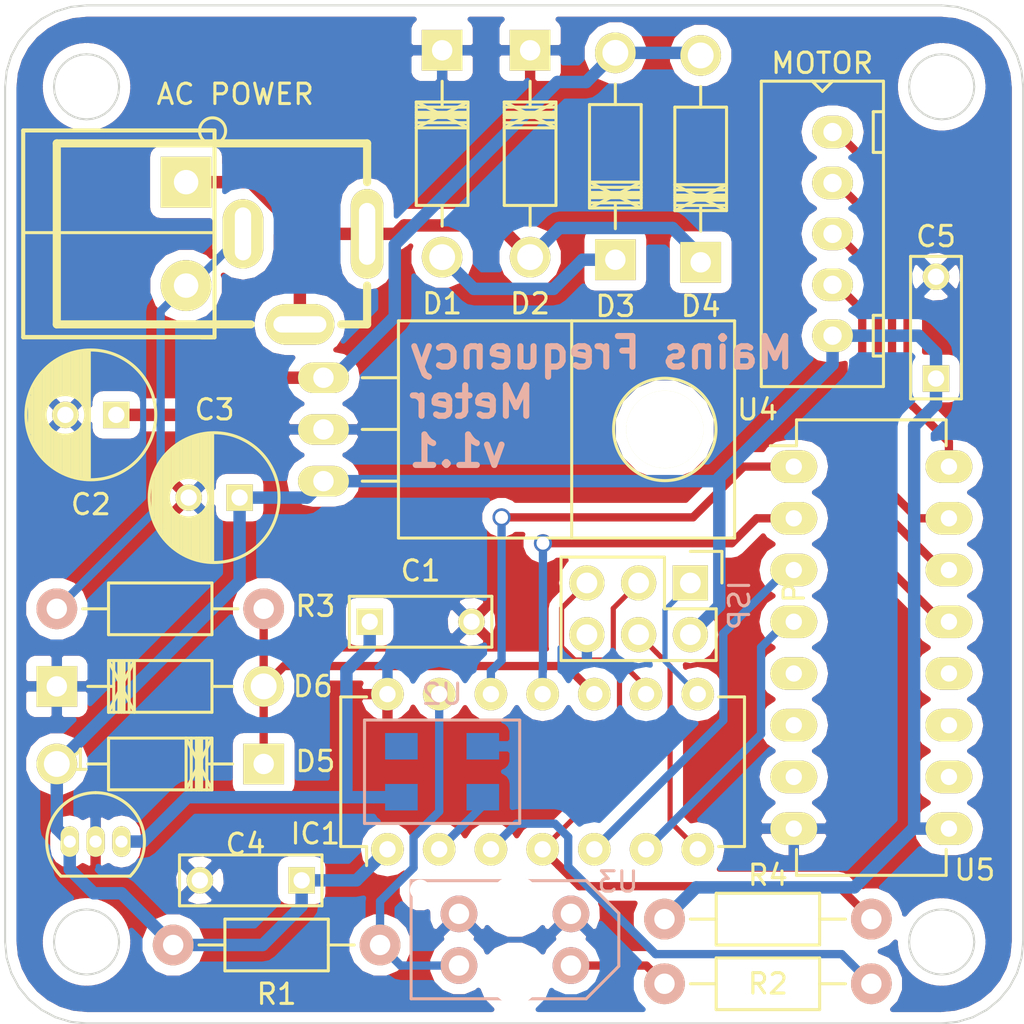
<source format=kicad_pcb>
(kicad_pcb (version 4) (host pcbnew "(2015-11-22 BZR 6327)-product")

  (general
    (links 60)
    (no_connects 45)
    (area 179.455 118.4692 230.263001 170.319001)
    (thickness 1.6)
    (drawings 4)
    (tracks 179)
    (zones 0)
    (modules 26)
    (nets 24)
  )

  (page A3)
  (layers
    (0 F.Cu signal)
    (31 B.Cu signal)
    (32 B.Adhes user)
    (33 F.Adhes user)
    (34 B.Paste user)
    (35 F.Paste user)
    (36 B.SilkS user)
    (37 F.SilkS user)
    (38 B.Mask user)
    (39 F.Mask user)
    (40 Dwgs.User user)
    (41 Cmts.User user)
    (42 Eco1.User user)
    (43 Eco2.User user)
    (44 Edge.Cuts user)
  )

  (setup
    (last_trace_width 0.4064)
    (user_trace_width 0.4064)
    (user_trace_width 0.6096)
    (trace_clearance 0.254)
    (zone_clearance 0.508)
    (zone_45_only no)
    (trace_min 0.254)
    (segment_width 0.2)
    (edge_width 0.1)
    (via_size 0.889)
    (via_drill 0.635)
    (via_min_size 0.889)
    (via_min_drill 0.508)
    (uvia_size 0.508)
    (uvia_drill 0.127)
    (uvias_allowed no)
    (uvia_min_size 0.508)
    (uvia_min_drill 0.127)
    (pcb_text_width 0.3)
    (pcb_text_size 1.5 1.5)
    (mod_edge_width 0.15)
    (mod_text_size 1 1)
    (mod_text_width 0.15)
    (pad_size 1.5 1.5)
    (pad_drill 0.6)
    (pad_to_mask_clearance 0)
    (aux_axis_origin 0 0)
    (grid_origin 205.359 145.843)
    (visible_elements FFFFFFFF)
    (pcbplotparams
      (layerselection 0x01030_80000001)
      (usegerberextensions true)
      (excludeedgelayer true)
      (linewidth 0.150000)
      (plotframeref false)
      (viasonmask false)
      (mode 1)
      (useauxorigin false)
      (hpglpennumber 1)
      (hpglpenspeed 20)
      (hpglpendiameter 15)
      (hpglpenoverlay 2)
      (psnegative false)
      (psa4output false)
      (plotreference true)
      (plotvalue true)
      (plotinvisibletext false)
      (padsonsilk false)
      (subtractmaskfromsilk false)
      (outputformat 1)
      (mirror false)
      (drillshape 0)
      (scaleselection 1)
      (outputdirectory Gerber/))
  )

  (net 0 "")
  (net 1 VCC)
  (net 2 GND)
  (net 3 /DMAINSF)
  (net 4 /TCXO)
  (net 5 /RST)
  (net 6 /MOSI)
  (net 7 /MISO)
  (net 8 /SCK)
  (net 9 /MAINSF)
  (net 10 "Net-(C1-Pad1)")
  (net 11 /IN3)
  (net 12 /IN1)
  (net 13 /IN2)
  (net 14 /IN4)
  (net 15 /MOTOR_HOME_OUT)
  (net 16 /MOTOR_HOME_SENSE)
  (net 17 "Net-(P3-Pad1)")
  (net 18 "Net-(P3-Pad3)")
  (net 19 "Net-(P3-Pad4)")
  (net 20 "Net-(R2-Pad2)")
  (net 21 "Net-(P3-Pad2)")
  (net 22 "Net-(C2-Pad1)")
  (net 23 "Net-(CON1-Pad2)")

  (net_class Default "This is the default net class."
    (clearance 0.254)
    (trace_width 0.254)
    (via_dia 0.889)
    (via_drill 0.635)
    (uvia_dia 0.508)
    (uvia_drill 0.127)
    (add_net /DMAINSF)
    (add_net /IN1)
    (add_net /IN2)
    (add_net /IN3)
    (add_net /IN4)
    (add_net /MAINSF)
    (add_net /MISO)
    (add_net /MOSI)
    (add_net /MOTOR_HOME_OUT)
    (add_net /MOTOR_HOME_SENSE)
    (add_net /RST)
    (add_net /SCK)
    (add_net /TCXO)
    (add_net GND)
    (add_net "Net-(C1-Pad1)")
    (add_net "Net-(C2-Pad1)")
    (add_net "Net-(CON1-Pad2)")
    (add_net "Net-(P3-Pad1)")
    (add_net "Net-(P3-Pad2)")
    (add_net "Net-(P3-Pad3)")
    (add_net "Net-(P3-Pad4)")
    (add_net "Net-(R2-Pad2)")
    (add_net VCC)
  )

  (module sick-of-beige:DP5050 locked (layer F.Cu) (tedit 0) (tstamp 573EB4F2)
    (at 179.959 120.015)
    (fp_text reference "" (at 0 0) (layer F.SilkS)
      (effects (font (thickness 0.15)))
    )
    (fp_text value "" (at 0 0) (layer F.SilkS)
      (effects (font (thickness 0.15)))
    )
    (fp_line (start 46.7803 0.076859) (end 47.5307 0.304474) (layer Edge.Cuts) (width 0.1))
    (fp_line (start 47.5307 0.304474) (end 48.2223 0.674118) (layer Edge.Cuts) (width 0.1))
    (fp_line (start 48.2223 0.674118) (end 48.8284 1.17157) (layer Edge.Cuts) (width 0.1))
    (fp_line (start 48.8284 1.17157) (end 49.3259 1.77771) (layer Edge.Cuts) (width 0.1))
    (fp_line (start 49.3259 1.77771) (end 49.6955 2.46925) (layer Edge.Cuts) (width 0.1))
    (fp_line (start 49.6955 2.46925) (end 49.9231 3.21964) (layer Edge.Cuts) (width 0.1))
    (fp_line (start 49.9231 3.21964) (end 50 4) (layer Edge.Cuts) (width 0.1))
    (fp_line (start 50 4) (end 50 46) (layer Edge.Cuts) (width 0.1))
    (fp_line (start 50 46) (end 49.9231 46.7803) (layer Edge.Cuts) (width 0.1))
    (fp_line (start 49.9231 46.7803) (end 49.6955 47.5307) (layer Edge.Cuts) (width 0.1))
    (fp_line (start 49.6955 47.5307) (end 49.3259 48.2223) (layer Edge.Cuts) (width 0.1))
    (fp_line (start 49.3259 48.2223) (end 48.8284 48.8284) (layer Edge.Cuts) (width 0.1))
    (fp_line (start 48.8284 48.8284) (end 48.2223 49.3259) (layer Edge.Cuts) (width 0.1))
    (fp_line (start 48.2223 49.3259) (end 47.5307 49.6955) (layer Edge.Cuts) (width 0.1))
    (fp_line (start 47.5307 49.6955) (end 46.7803 49.9231) (layer Edge.Cuts) (width 0.1))
    (fp_line (start 46.7803 49.9231) (end 46 50) (layer Edge.Cuts) (width 0.1))
    (fp_line (start 46 50) (end 4 50) (layer Edge.Cuts) (width 0.1))
    (fp_line (start 4 50) (end 3.21964 49.9231) (layer Edge.Cuts) (width 0.1))
    (fp_line (start 3.21964 49.9231) (end 2.46925 49.6955) (layer Edge.Cuts) (width 0.1))
    (fp_line (start 2.46925 49.6955) (end 1.77771 49.3259) (layer Edge.Cuts) (width 0.1))
    (fp_line (start 1.77771 49.3259) (end 1.17157 48.8284) (layer Edge.Cuts) (width 0.1))
    (fp_line (start 1.17157 48.8284) (end 0.674118 48.2223) (layer Edge.Cuts) (width 0.1))
    (fp_line (start 0.674118 48.2223) (end 0.304474 47.5307) (layer Edge.Cuts) (width 0.1))
    (fp_line (start 0.304474 47.5307) (end 0.076859 46.7803) (layer Edge.Cuts) (width 0.1))
    (fp_line (start 0.076859 46.7803) (end 0 46) (layer Edge.Cuts) (width 0.1))
    (fp_line (start 0 46) (end 0 4) (layer Edge.Cuts) (width 0.1))
    (fp_line (start 0 4) (end 0.076859 3.21964) (layer Edge.Cuts) (width 0.1))
    (fp_line (start 0.076859 3.21964) (end 0.304474 2.46925) (layer Edge.Cuts) (width 0.1))
    (fp_line (start 0.304474 2.46925) (end 0.674118 1.77771) (layer Edge.Cuts) (width 0.1))
    (fp_line (start 0.674118 1.77771) (end 1.17157 1.17157) (layer Edge.Cuts) (width 0.1))
    (fp_line (start 1.17157 1.17157) (end 1.77771 0.674118) (layer Edge.Cuts) (width 0.1))
    (fp_line (start 1.77771 0.674118) (end 2.46925 0.304474) (layer Edge.Cuts) (width 0.1))
    (fp_line (start 2.46925 0.304474) (end 3.21964 0.076859) (layer Edge.Cuts) (width 0.1))
    (fp_line (start 3.21964 0.076859) (end 3.99998 0) (layer Edge.Cuts) (width 0.1))
    (fp_line (start 3.99998 0) (end 46 0) (layer Edge.Cuts) (width 0.1))
    (fp_line (start 46 0) (end 46.7803 0.076859) (layer Edge.Cuts) (width 0.1))
    (fp_line (start 3.68785 44.4307) (end 3.3877 44.5218) (layer Edge.Cuts) (width 0.1))
    (fp_line (start 3.3877 44.5218) (end 3.11108 44.6696) (layer Edge.Cuts) (width 0.1))
    (fp_line (start 3.11108 44.6696) (end 2.86862 44.8686) (layer Edge.Cuts) (width 0.1))
    (fp_line (start 2.86862 44.8686) (end 2.66965 45.1111) (layer Edge.Cuts) (width 0.1))
    (fp_line (start 2.66965 45.1111) (end 2.52179 45.3877) (layer Edge.Cuts) (width 0.1))
    (fp_line (start 2.52179 45.3877) (end 2.43074 45.6879) (layer Edge.Cuts) (width 0.1))
    (fp_line (start 2.43074 45.6879) (end 2.39999 46) (layer Edge.Cuts) (width 0.1))
    (fp_line (start 2.39999 46) (end 2.43074 46.3121) (layer Edge.Cuts) (width 0.1))
    (fp_line (start 2.43074 46.3121) (end 2.52179 46.6123) (layer Edge.Cuts) (width 0.1))
    (fp_line (start 2.52179 46.6123) (end 2.66965 46.8889) (layer Edge.Cuts) (width 0.1))
    (fp_line (start 2.66965 46.8889) (end 2.86862 47.1314) (layer Edge.Cuts) (width 0.1))
    (fp_line (start 2.86862 47.1314) (end 3.11108 47.3303) (layer Edge.Cuts) (width 0.1))
    (fp_line (start 3.11108 47.3303) (end 3.3877 47.4782) (layer Edge.Cuts) (width 0.1))
    (fp_line (start 3.3877 47.4782) (end 3.68785 47.5692) (layer Edge.Cuts) (width 0.1))
    (fp_line (start 3.68785 47.5692) (end 4 47.6) (layer Edge.Cuts) (width 0.1))
    (fp_line (start 4 47.6) (end 4.31213 47.5692) (layer Edge.Cuts) (width 0.1))
    (fp_line (start 4.31213 47.5692) (end 4.61229 47.4782) (layer Edge.Cuts) (width 0.1))
    (fp_line (start 4.61229 47.4782) (end 4.8889 47.3303) (layer Edge.Cuts) (width 0.1))
    (fp_line (start 4.8889 47.3303) (end 5.13136 47.1314) (layer Edge.Cuts) (width 0.1))
    (fp_line (start 5.13136 47.1314) (end 5.33034 46.8889) (layer Edge.Cuts) (width 0.1))
    (fp_line (start 5.33034 46.8889) (end 5.4782 46.6123) (layer Edge.Cuts) (width 0.1))
    (fp_line (start 5.4782 46.6123) (end 5.56924 46.3121) (layer Edge.Cuts) (width 0.1))
    (fp_line (start 5.56924 46.3121) (end 5.59999 46) (layer Edge.Cuts) (width 0.1))
    (fp_line (start 5.59999 46) (end 5.56924 45.6879) (layer Edge.Cuts) (width 0.1))
    (fp_line (start 5.56924 45.6879) (end 5.4782 45.3877) (layer Edge.Cuts) (width 0.1))
    (fp_line (start 5.4782 45.3877) (end 5.33034 45.1111) (layer Edge.Cuts) (width 0.1))
    (fp_line (start 5.33034 45.1111) (end 5.13136 44.8686) (layer Edge.Cuts) (width 0.1))
    (fp_line (start 5.13136 44.8686) (end 4.8889 44.6696) (layer Edge.Cuts) (width 0.1))
    (fp_line (start 4.8889 44.6696) (end 4.61229 44.5218) (layer Edge.Cuts) (width 0.1))
    (fp_line (start 4.61229 44.5218) (end 4.31213 44.4307) (layer Edge.Cuts) (width 0.1))
    (fp_line (start 4.31213 44.4307) (end 3.99998 44.4) (layer Edge.Cuts) (width 0.1))
    (fp_line (start 3.99998 44.4) (end 3.68785 44.4307) (layer Edge.Cuts) (width 0.1))
    (fp_line (start 45.6879 44.4307) (end 45.3877 44.5218) (layer Edge.Cuts) (width 0.1))
    (fp_line (start 45.3877 44.5218) (end 45.1111 44.6696) (layer Edge.Cuts) (width 0.1))
    (fp_line (start 45.1111 44.6696) (end 44.8686 44.8686) (layer Edge.Cuts) (width 0.1))
    (fp_line (start 44.8686 44.8686) (end 44.6696 45.1111) (layer Edge.Cuts) (width 0.1))
    (fp_line (start 44.6696 45.1111) (end 44.5218 45.3877) (layer Edge.Cuts) (width 0.1))
    (fp_line (start 44.5218 45.3877) (end 44.4307 45.6879) (layer Edge.Cuts) (width 0.1))
    (fp_line (start 44.4307 45.6879) (end 44.4 46) (layer Edge.Cuts) (width 0.1))
    (fp_line (start 44.4 46) (end 44.4307 46.3121) (layer Edge.Cuts) (width 0.1))
    (fp_line (start 44.4307 46.3121) (end 44.5218 46.6123) (layer Edge.Cuts) (width 0.1))
    (fp_line (start 44.5218 46.6123) (end 44.6696 46.8889) (layer Edge.Cuts) (width 0.1))
    (fp_line (start 44.6696 46.8889) (end 44.8686 47.1314) (layer Edge.Cuts) (width 0.1))
    (fp_line (start 44.8686 47.1314) (end 45.1111 47.3303) (layer Edge.Cuts) (width 0.1))
    (fp_line (start 45.1111 47.3303) (end 45.3877 47.4782) (layer Edge.Cuts) (width 0.1))
    (fp_line (start 45.3877 47.4782) (end 45.6879 47.5692) (layer Edge.Cuts) (width 0.1))
    (fp_line (start 45.6879 47.5692) (end 46 47.6) (layer Edge.Cuts) (width 0.1))
    (fp_line (start 46 47.6) (end 46.3121 47.5692) (layer Edge.Cuts) (width 0.1))
    (fp_line (start 46.3121 47.5692) (end 46.6123 47.4782) (layer Edge.Cuts) (width 0.1))
    (fp_line (start 46.6123 47.4782) (end 46.8889 47.3303) (layer Edge.Cuts) (width 0.1))
    (fp_line (start 46.8889 47.3303) (end 47.1314 47.1314) (layer Edge.Cuts) (width 0.1))
    (fp_line (start 47.1314 47.1314) (end 47.3303 46.8889) (layer Edge.Cuts) (width 0.1))
    (fp_line (start 47.3303 46.8889) (end 47.4782 46.6123) (layer Edge.Cuts) (width 0.1))
    (fp_line (start 47.4782 46.6123) (end 47.5692 46.3121) (layer Edge.Cuts) (width 0.1))
    (fp_line (start 47.5692 46.3121) (end 47.6 46) (layer Edge.Cuts) (width 0.1))
    (fp_line (start 47.6 46) (end 47.5692 45.6879) (layer Edge.Cuts) (width 0.1))
    (fp_line (start 47.5692 45.6879) (end 47.4782 45.3877) (layer Edge.Cuts) (width 0.1))
    (fp_line (start 47.4782 45.3877) (end 47.3303 45.1111) (layer Edge.Cuts) (width 0.1))
    (fp_line (start 47.3303 45.1111) (end 47.1314 44.8686) (layer Edge.Cuts) (width 0.1))
    (fp_line (start 47.1314 44.8686) (end 46.8889 44.6696) (layer Edge.Cuts) (width 0.1))
    (fp_line (start 46.8889 44.6696) (end 46.6123 44.5218) (layer Edge.Cuts) (width 0.1))
    (fp_line (start 46.6123 44.5218) (end 46.3121 44.4307) (layer Edge.Cuts) (width 0.1))
    (fp_line (start 46.3121 44.4307) (end 46 44.4) (layer Edge.Cuts) (width 0.1))
    (fp_line (start 46 44.4) (end 45.6879 44.4307) (layer Edge.Cuts) (width 0.1))
    (fp_line (start 3.68785 2.43074) (end 3.3877 2.52179) (layer Edge.Cuts) (width 0.1))
    (fp_line (start 3.3877 2.52179) (end 3.11108 2.66965) (layer Edge.Cuts) (width 0.1))
    (fp_line (start 3.11108 2.66965) (end 2.86862 2.86862) (layer Edge.Cuts) (width 0.1))
    (fp_line (start 2.86862 2.86862) (end 2.66965 3.11108) (layer Edge.Cuts) (width 0.1))
    (fp_line (start 2.66965 3.11108) (end 2.52179 3.3877) (layer Edge.Cuts) (width 0.1))
    (fp_line (start 2.52179 3.3877) (end 2.43074 3.68785) (layer Edge.Cuts) (width 0.1))
    (fp_line (start 2.43074 3.68785) (end 2.39999 4) (layer Edge.Cuts) (width 0.1))
    (fp_line (start 2.39999 4) (end 2.43074 4.31213) (layer Edge.Cuts) (width 0.1))
    (fp_line (start 2.43074 4.31213) (end 2.52179 4.61229) (layer Edge.Cuts) (width 0.1))
    (fp_line (start 2.52179 4.61229) (end 2.66965 4.8889) (layer Edge.Cuts) (width 0.1))
    (fp_line (start 2.66965 4.8889) (end 2.86862 5.13136) (layer Edge.Cuts) (width 0.1))
    (fp_line (start 2.86862 5.13136) (end 3.11108 5.33034) (layer Edge.Cuts) (width 0.1))
    (fp_line (start 3.11108 5.33034) (end 3.3877 5.4782) (layer Edge.Cuts) (width 0.1))
    (fp_line (start 3.3877 5.4782) (end 3.68785 5.56924) (layer Edge.Cuts) (width 0.1))
    (fp_line (start 3.68785 5.56924) (end 4 5.59999) (layer Edge.Cuts) (width 0.1))
    (fp_line (start 4 5.59999) (end 4.31213 5.56924) (layer Edge.Cuts) (width 0.1))
    (fp_line (start 4.31213 5.56924) (end 4.61229 5.4782) (layer Edge.Cuts) (width 0.1))
    (fp_line (start 4.61229 5.4782) (end 4.8889 5.33034) (layer Edge.Cuts) (width 0.1))
    (fp_line (start 4.8889 5.33034) (end 5.13136 5.13136) (layer Edge.Cuts) (width 0.1))
    (fp_line (start 5.13136 5.13136) (end 5.33034 4.8889) (layer Edge.Cuts) (width 0.1))
    (fp_line (start 5.33034 4.8889) (end 5.4782 4.61229) (layer Edge.Cuts) (width 0.1))
    (fp_line (start 5.4782 4.61229) (end 5.56924 4.31213) (layer Edge.Cuts) (width 0.1))
    (fp_line (start 5.56924 4.31213) (end 5.59999 4) (layer Edge.Cuts) (width 0.1))
    (fp_line (start 5.59999 4) (end 5.56924 3.68785) (layer Edge.Cuts) (width 0.1))
    (fp_line (start 5.56924 3.68785) (end 5.4782 3.3877) (layer Edge.Cuts) (width 0.1))
    (fp_line (start 5.4782 3.3877) (end 5.33034 3.11108) (layer Edge.Cuts) (width 0.1))
    (fp_line (start 5.33034 3.11108) (end 5.13136 2.86862) (layer Edge.Cuts) (width 0.1))
    (fp_line (start 5.13136 2.86862) (end 4.8889 2.66965) (layer Edge.Cuts) (width 0.1))
    (fp_line (start 4.8889 2.66965) (end 4.61229 2.52179) (layer Edge.Cuts) (width 0.1))
    (fp_line (start 4.61229 2.52179) (end 4.31213 2.43074) (layer Edge.Cuts) (width 0.1))
    (fp_line (start 4.31213 2.43074) (end 3.99998 2.39999) (layer Edge.Cuts) (width 0.1))
    (fp_line (start 3.99998 2.39999) (end 3.68785 2.43074) (layer Edge.Cuts) (width 0.1))
    (fp_line (start 45.6879 2.43074) (end 45.3877 2.52179) (layer Edge.Cuts) (width 0.1))
    (fp_line (start 45.3877 2.52179) (end 45.1111 2.66965) (layer Edge.Cuts) (width 0.1))
    (fp_line (start 45.1111 2.66965) (end 44.8686 2.86862) (layer Edge.Cuts) (width 0.1))
    (fp_line (start 44.8686 2.86862) (end 44.6696 3.11108) (layer Edge.Cuts) (width 0.1))
    (fp_line (start 44.6696 3.11108) (end 44.5218 3.3877) (layer Edge.Cuts) (width 0.1))
    (fp_line (start 44.5218 3.3877) (end 44.4307 3.68785) (layer Edge.Cuts) (width 0.1))
    (fp_line (start 44.4307 3.68785) (end 44.4 4) (layer Edge.Cuts) (width 0.1))
    (fp_line (start 44.4 4) (end 44.4307 4.31213) (layer Edge.Cuts) (width 0.1))
    (fp_line (start 44.4307 4.31213) (end 44.5218 4.61229) (layer Edge.Cuts) (width 0.1))
    (fp_line (start 44.5218 4.61229) (end 44.6696 4.8889) (layer Edge.Cuts) (width 0.1))
    (fp_line (start 44.6696 4.8889) (end 44.8686 5.13136) (layer Edge.Cuts) (width 0.1))
    (fp_line (start 44.8686 5.13136) (end 45.1111 5.33034) (layer Edge.Cuts) (width 0.1))
    (fp_line (start 45.1111 5.33034) (end 45.3877 5.4782) (layer Edge.Cuts) (width 0.1))
    (fp_line (start 45.3877 5.4782) (end 45.6879 5.56924) (layer Edge.Cuts) (width 0.1))
    (fp_line (start 45.6879 5.56924) (end 46 5.59999) (layer Edge.Cuts) (width 0.1))
    (fp_line (start 46 5.59999) (end 46.3121 5.56924) (layer Edge.Cuts) (width 0.1))
    (fp_line (start 46.3121 5.56924) (end 46.6123 5.4782) (layer Edge.Cuts) (width 0.1))
    (fp_line (start 46.6123 5.4782) (end 46.8889 5.33034) (layer Edge.Cuts) (width 0.1))
    (fp_line (start 46.8889 5.33034) (end 47.1314 5.13136) (layer Edge.Cuts) (width 0.1))
    (fp_line (start 47.1314 5.13136) (end 47.3303 4.8889) (layer Edge.Cuts) (width 0.1))
    (fp_line (start 47.3303 4.8889) (end 47.4782 4.61229) (layer Edge.Cuts) (width 0.1))
    (fp_line (start 47.4782 4.61229) (end 47.5692 4.31213) (layer Edge.Cuts) (width 0.1))
    (fp_line (start 47.5692 4.31213) (end 47.6 4) (layer Edge.Cuts) (width 0.1))
    (fp_line (start 47.6 4) (end 47.5692 3.68785) (layer Edge.Cuts) (width 0.1))
    (fp_line (start 47.5692 3.68785) (end 47.4782 3.3877) (layer Edge.Cuts) (width 0.1))
    (fp_line (start 47.4782 3.3877) (end 47.3303 3.11108) (layer Edge.Cuts) (width 0.1))
    (fp_line (start 47.3303 3.11108) (end 47.1314 2.86862) (layer Edge.Cuts) (width 0.1))
    (fp_line (start 47.1314 2.86862) (end 46.8889 2.66965) (layer Edge.Cuts) (width 0.1))
    (fp_line (start 46.8889 2.66965) (end 46.6123 2.52179) (layer Edge.Cuts) (width 0.1))
    (fp_line (start 46.6123 2.52179) (end 46.3121 2.43074) (layer Edge.Cuts) (width 0.1))
    (fp_line (start 46.3121 2.43074) (end 46 2.39999) (layer Edge.Cuts) (width 0.1))
    (fp_line (start 46 2.39999) (end 45.6879 2.43074) (layer Edge.Cuts) (width 0.1))
  )

  (module gridMeter:XHP-5 (layer F.Cu) (tedit 575164D8) (tstamp 57515FD6)
    (at 220.599 131.238 90)
    (path /572855AC)
    (fp_text reference P3 (at 0 3.5 90) (layer F.SilkS) hide
      (effects (font (size 1 1) (thickness 0.15)))
    )
    (fp_text value MOTOR (at 0 -2.5 90) (layer F.Fab)
      (effects (font (size 1 1) (thickness 0.15)))
    )
    (fp_line (start 7 -0.5) (end 7.5 0) (layer F.SilkS) (width 0.15))
    (fp_line (start 7.5 -1) (end 7 -0.5) (layer F.SilkS) (width 0.15))
    (fp_line (start -4 2.5) (end -4 2) (layer F.SilkS) (width 0.15))
    (fp_line (start -6 2) (end -4 2) (layer F.SilkS) (width 0.15))
    (fp_line (start -6 2.5) (end -6 2) (layer F.SilkS) (width 0.15))
    (fp_line (start 4 2) (end 4 2.5) (layer F.SilkS) (width 0.15))
    (fp_line (start 6 2) (end 4 2) (layer F.SilkS) (width 0.15))
    (fp_line (start 6 2.5) (end 6 2) (layer F.SilkS) (width 0.15))
    (fp_line (start -7.5 -3.5) (end 7.5 -3.5) (layer F.SilkS) (width 0.15))
    (fp_line (start -7.5 2.5) (end -7.5 -3.5) (layer F.SilkS) (width 0.15))
    (fp_line (start 7.5 2.5) (end -7.5 2.5) (layer F.SilkS) (width 0.15))
    (fp_line (start 7.5 -3.5) (end 7.5 2.5) (layer F.SilkS) (width 0.15))
    (pad 1 thru_hole oval (at 5 0 90) (size 1.6 2) (drill 0.9) (layers *.Cu *.Mask F.SilkS)
      (net 17 "Net-(P3-Pad1)"))
    (pad 2 thru_hole oval (at 2.5 0 90) (size 1.6 2) (drill 0.9) (layers *.Cu *.Mask F.SilkS)
      (net 21 "Net-(P3-Pad2)"))
    (pad 3 thru_hole oval (at 0 0 90) (size 1.6 2) (drill 0.9) (layers *.Cu *.Mask F.SilkS)
      (net 18 "Net-(P3-Pad3)"))
    (pad 4 thru_hole oval (at -2.5 0 90) (size 1.6 2) (drill 0.9) (layers *.Cu *.Mask F.SilkS)
      (net 19 "Net-(P3-Pad4)"))
    (pad 5 thru_hole oval (at -5 0 90) (size 1.6 2) (drill 0.9) (layers *.Cu *.Mask F.SilkS)
      (net 1 VCC))
  )

  (module gridMeter:FOX924 (layer B.Cu) (tedit 5715D61C) (tstamp 57516001)
    (at 201.422 157.654)
    (path /573D56BF)
    (fp_text reference U2 (at 0 -3.81) (layer B.SilkS)
      (effects (font (size 1 1) (thickness 0.15)) (justify mirror))
    )
    (fp_text value TCXO_SMD_4P (at 0 3.81) (layer B.Fab)
      (effects (font (size 1 1) (thickness 0.15)) (justify mirror))
    )
    (fp_line (start 3.81 2.54) (end -3.81 2.54) (layer B.SilkS) (width 0.15))
    (fp_line (start -3.81 2.54) (end -3.81 -2.54) (layer B.SilkS) (width 0.15))
    (fp_line (start -3.81 -2.54) (end 3.81 -2.54) (layer B.SilkS) (width 0.15))
    (fp_line (start 3.81 -2.54) (end 3.81 2.54) (layer B.SilkS) (width 0.15))
    (pad 2 smd rect (at 2 -1.25) (size 1.6 1.3) (layers B.Cu B.Paste B.Mask)
      (net 2 GND))
    (pad 1 smd rect (at -2 -1.25) (size 1.6 1.3) (layers B.Cu B.Paste B.Mask))
    (pad 3 smd rect (at 2 1.25) (size 1.6 1.3) (layers B.Cu B.Paste B.Mask)
      (net 4 /TCXO))
    (pad 4 smd rect (at -2 1.25) (size 1.6 1.3) (layers B.Cu B.Paste B.Mask)
      (net 10 "Net-(C1-Pad1)"))
  )

  (module gridMeter:TCRT5000 (layer B.Cu) (tedit 573AB817) (tstamp 57516008)
    (at 205 165.904)
    (path /573AB351)
    (fp_text reference U3 (at 5.058 -2.841) (layer B.SilkS)
      (effects (font (size 1 1) (thickness 0.15)) (justify mirror))
    )
    (fp_text value TCRT5000 (at 0 0) (layer B.Fab)
      (effects (font (size 1 1) (thickness 0.15)) (justify mirror))
    )
    (fp_line (start 3.5 -2.9) (end 5.1 -1.3) (layer B.SilkS) (width 0.15))
    (fp_line (start 3.5 2.9) (end 5.1 1.3) (layer B.SilkS) (width 0.15))
    (fp_line (start -5.1 -2.9) (end -5.1 2.9) (layer B.SilkS) (width 0.15))
    (fp_line (start 3.5 -2.9) (end -5.1 -2.9) (layer B.SilkS) (width 0.15))
    (fp_line (start 5.1 1.3) (end 5.1 -1.3) (layer B.SilkS) (width 0.15))
    (fp_line (start -5.1 2.9) (end 3.5 2.9) (layer B.SilkS) (width 0.15))
    (pad 1 thru_hole circle (at -2.75 1.27) (size 1.8 1.8) (drill 1) (layers *.Cu *.Mask B.SilkS)
      (net 16 /MOTOR_HOME_SENSE))
    (pad 2 thru_hole circle (at -2.75 -1.27) (size 1.8 1.8) (drill 1) (layers *.Cu *.Mask B.SilkS)
      (net 2 GND))
    (pad 3 thru_hole circle (at 2.75 -1.27) (size 1.8 1.8) (drill 1) (layers *.Cu *.Mask B.SilkS)
      (net 2 GND))
    (pad 4 thru_hole circle (at 2.75 1.27) (size 1.8 1.8) (drill 1) (layers *.Cu *.Mask B.SilkS)
      (net 20 "Net-(R2-Pad2)"))
    (pad "" np_thru_hole circle (at 0 1.9) (size 2.5 2.5) (drill 2.5) (layers *.Cu *.Mask))
    (pad "" np_thru_hole circle (at 0 -1.9) (size 2.5 2.5) (drill 2.5) (layers *.Cu *.Mask))
    (pad "" np_thru_hole circle (at -4.65 -2.45) (size 1 1) (drill 1) (layers *.Cu *.Mask))
  )

  (module Capacitors_ThroughHole:C_Rect_L7_W2.5_P5 (layer F.Cu) (tedit 0) (tstamp 5755547B)
    (at 197.866 150.288)
    (descr "Film Capacitor Length 7mm x Width 2.5mm, Pitch 5mm")
    (tags Capacitor)
    (path /5715CDCA)
    (fp_text reference C1 (at 2.5 -2.5) (layer F.SilkS)
      (effects (font (size 1 1) (thickness 0.15)))
    )
    (fp_text value 100n (at 2.5 2.5) (layer F.Fab)
      (effects (font (size 1 1) (thickness 0.15)))
    )
    (fp_line (start -1.25 -1.5) (end 6.25 -1.5) (layer F.CrtYd) (width 0.05))
    (fp_line (start 6.25 -1.5) (end 6.25 1.5) (layer F.CrtYd) (width 0.05))
    (fp_line (start 6.25 1.5) (end -1.25 1.5) (layer F.CrtYd) (width 0.05))
    (fp_line (start -1.25 1.5) (end -1.25 -1.5) (layer F.CrtYd) (width 0.05))
    (fp_line (start -1 -1.25) (end 6 -1.25) (layer F.SilkS) (width 0.15))
    (fp_line (start 6 -1.25) (end 6 1.25) (layer F.SilkS) (width 0.15))
    (fp_line (start 6 1.25) (end -1 1.25) (layer F.SilkS) (width 0.15))
    (fp_line (start -1 1.25) (end -1 -1.25) (layer F.SilkS) (width 0.15))
    (pad 1 thru_hole rect (at 0 0) (size 1.3 1.3) (drill 0.8) (layers *.Cu *.Mask F.SilkS)
      (net 10 "Net-(C1-Pad1)"))
    (pad 2 thru_hole circle (at 5 0) (size 1.3 1.3) (drill 0.8) (layers *.Cu *.Mask F.SilkS)
      (net 2 GND))
  )

  (module Capacitors_ThroughHole:C_Rect_L7_W2.5_P5 (layer F.Cu) (tedit 0) (tstamp 5755548A)
    (at 194.524 162.988 180)
    (descr "Film Capacitor Length 7mm x Width 2.5mm, Pitch 5mm")
    (tags Capacitor)
    (path /57160D39)
    (fp_text reference C4 (at 2.754 1.778 180) (layer F.SilkS)
      (effects (font (size 1 1) (thickness 0.15)))
    )
    (fp_text value 100n (at 2.5 2.5 180) (layer F.Fab)
      (effects (font (size 1 1) (thickness 0.15)))
    )
    (fp_line (start -1.25 -1.5) (end 6.25 -1.5) (layer F.CrtYd) (width 0.05))
    (fp_line (start 6.25 -1.5) (end 6.25 1.5) (layer F.CrtYd) (width 0.05))
    (fp_line (start 6.25 1.5) (end -1.25 1.5) (layer F.CrtYd) (width 0.05))
    (fp_line (start -1.25 1.5) (end -1.25 -1.5) (layer F.CrtYd) (width 0.05))
    (fp_line (start -1 -1.25) (end 6 -1.25) (layer F.SilkS) (width 0.15))
    (fp_line (start 6 -1.25) (end 6 1.25) (layer F.SilkS) (width 0.15))
    (fp_line (start 6 1.25) (end -1 1.25) (layer F.SilkS) (width 0.15))
    (fp_line (start -1 1.25) (end -1 -1.25) (layer F.SilkS) (width 0.15))
    (pad 1 thru_hole rect (at 0 0 180) (size 1.3 1.3) (drill 0.8) (layers *.Cu *.Mask F.SilkS)
      (net 1 VCC))
    (pad 2 thru_hole circle (at 5 0 180) (size 1.3 1.3) (drill 0.8) (layers *.Cu *.Mask F.SilkS)
      (net 2 GND))
  )

  (module Capacitors_ThroughHole:C_Rect_L7_W2.5_P5 (layer F.Cu) (tedit 0) (tstamp 5755548F)
    (at 225.679 138.343 90)
    (descr "Film Capacitor Length 7mm x Width 2.5mm, Pitch 5mm")
    (tags Capacitor)
    (path /572844CE)
    (fp_text reference C5 (at 6.978 0 180) (layer F.SilkS)
      (effects (font (size 1 1) (thickness 0.15)))
    )
    (fp_text value 100n (at 2.5 2.5 90) (layer F.Fab)
      (effects (font (size 1 1) (thickness 0.15)))
    )
    (fp_line (start -1.25 -1.5) (end 6.25 -1.5) (layer F.CrtYd) (width 0.05))
    (fp_line (start 6.25 -1.5) (end 6.25 1.5) (layer F.CrtYd) (width 0.05))
    (fp_line (start 6.25 1.5) (end -1.25 1.5) (layer F.CrtYd) (width 0.05))
    (fp_line (start -1.25 1.5) (end -1.25 -1.5) (layer F.CrtYd) (width 0.05))
    (fp_line (start -1 -1.25) (end 6 -1.25) (layer F.SilkS) (width 0.15))
    (fp_line (start 6 -1.25) (end 6 1.25) (layer F.SilkS) (width 0.15))
    (fp_line (start 6 1.25) (end -1 1.25) (layer F.SilkS) (width 0.15))
    (fp_line (start -1 1.25) (end -1 -1.25) (layer F.SilkS) (width 0.15))
    (pad 1 thru_hole rect (at 0 0 90) (size 1.3 1.3) (drill 0.8) (layers *.Cu *.Mask F.SilkS)
      (net 1 VCC))
    (pad 2 thru_hole circle (at 5 0 90) (size 1.3 1.3) (drill 0.8) (layers *.Cu *.Mask F.SilkS)
      (net 2 GND))
  )

  (module REInnovationFootprint:DC_Power_2_1 (layer F.Cu) (tedit 575555A0) (tstamp 57555494)
    (at 197.739 131.238 270)
    (descr "Connecteurs 2 pins")
    (tags "CONN DEV")
    (path /573ECDED)
    (fp_text reference CON1 (at -6.096 6.096 360) (layer F.SilkS) hide
      (effects (font (size 1.72974 1.08712) (thickness 0.27178)))
    )
    (fp_text value "AC POWER" (at 0 3.175 270) (layer F.SilkS) hide
      (effects (font (size 1.524 1.016) (thickness 0.254)))
    )
    (fp_line (start 4.445 5.715) (end 4.445 15.24) (layer F.SilkS) (width 0.4))
    (fp_line (start 4.445 15.24) (end -4.445 15.24) (layer F.SilkS) (width 0.4))
    (fp_line (start -4.445 15.24) (end -4.445 0) (layer F.SilkS) (width 0.4))
    (fp_line (start -4.445 0) (end -2.54 0) (layer F.SilkS) (width 0.4))
    (fp_line (start 2.54 0) (end 4.445 0) (layer F.SilkS) (width 0.4))
    (fp_line (start 4.445 0) (end 4.445 1.27) (layer F.SilkS) (width 0.4))
    (fp_line (start 4.445 5.715) (end 4.445 15.24) (layer F.SilkS) (width 0.15))
    (fp_line (start 4.445 15.24) (end -4.445 15.24) (layer F.SilkS) (width 0.15))
    (fp_line (start -4.445 15.24) (end -4.445 0) (layer F.SilkS) (width 0.15))
    (fp_line (start -4.445 0) (end -2.54 0) (layer F.SilkS) (width 0.15))
    (fp_line (start 2.54 0) (end 4.445 0) (layer F.SilkS) (width 0.15))
    (fp_line (start 4.445 0) (end 4.445 1.27) (layer F.SilkS) (width 0.15))
    (pad 2 thru_hole oval (at 0 0 270) (size 4.39928 1.6002) (drill oval 3.04038 0.8001) (layers *.Cu *.Mask F.SilkS)
      (net 23 "Net-(CON1-Pad2)"))
    (pad 1 thru_hole oval (at 0 6.096 270) (size 3.40106 1.99898) (drill oval 2.60096 0.8001) (layers *.Cu *.Mask F.SilkS)
      (net 9 /MAINSF))
    (pad 3 thru_hole oval (at 4.445 3.302 270) (size 1.99898 3.40106) (drill oval 0.8001 2.60096) (layers *.Cu *.Mask F.SilkS)
      (net 23 "Net-(CON1-Pad2)"))
  )

  (module Diodes_ThroughHole:Diode_DO-41_SOD81_Horizontal_RM10 (layer F.Cu) (tedit 552FFCCE) (tstamp 5755549A)
    (at 201.422 122.221 270)
    (descr "Diode, DO-41, SOD81, Horizontal, RM 10mm,")
    (tags "Diode, DO-41, SOD81, Horizontal, RM 10mm, 1N4007, SB140,")
    (path /57399EE1)
    (fp_text reference D1 (at 12.446 0 360) (layer F.SilkS)
      (effects (font (size 1 1) (thickness 0.15)))
    )
    (fp_text value IN400x (at 4.37134 -3.55854 270) (layer F.Fab)
      (effects (font (size 1 1) (thickness 0.15)))
    )
    (fp_line (start 7.62 -0.00254) (end 8.636 -0.00254) (layer F.SilkS) (width 0.15))
    (fp_line (start 2.794 -0.00254) (end 1.524 -0.00254) (layer F.SilkS) (width 0.15))
    (fp_line (start 3.048 -1.27254) (end 3.048 1.26746) (layer F.SilkS) (width 0.15))
    (fp_line (start 3.302 -1.27254) (end 3.302 1.26746) (layer F.SilkS) (width 0.15))
    (fp_line (start 3.556 -1.27254) (end 3.556 1.26746) (layer F.SilkS) (width 0.15))
    (fp_line (start 2.794 -1.27254) (end 2.794 1.26746) (layer F.SilkS) (width 0.15))
    (fp_line (start 3.81 -1.27254) (end 2.54 1.26746) (layer F.SilkS) (width 0.15))
    (fp_line (start 2.54 -1.27254) (end 3.81 1.26746) (layer F.SilkS) (width 0.15))
    (fp_line (start 3.81 -1.27254) (end 3.81 1.26746) (layer F.SilkS) (width 0.15))
    (fp_line (start 3.175 -1.27254) (end 3.175 1.26746) (layer F.SilkS) (width 0.15))
    (fp_line (start 2.54 1.26746) (end 2.54 -1.27254) (layer F.SilkS) (width 0.15))
    (fp_line (start 2.54 -1.27254) (end 7.62 -1.27254) (layer F.SilkS) (width 0.15))
    (fp_line (start 7.62 -1.27254) (end 7.62 1.26746) (layer F.SilkS) (width 0.15))
    (fp_line (start 7.62 1.26746) (end 2.54 1.26746) (layer F.SilkS) (width 0.15))
    (pad 2 thru_hole circle (at 10.16 -0.00254 90) (size 1.99898 1.99898) (drill 1.27) (layers *.Cu *.Mask F.SilkS)
      (net 9 /MAINSF))
    (pad 1 thru_hole rect (at 0 -0.00254 90) (size 1.99898 1.99898) (drill 1.00076) (layers *.Cu *.Mask F.SilkS)
      (net 2 GND))
  )

  (module Diodes_ThroughHole:Diode_DO-41_SOD81_Horizontal_RM10 (layer F.Cu) (tedit 552FFCCE) (tstamp 5755549F)
    (at 205.74254 122.221 270)
    (descr "Diode, DO-41, SOD81, Horizontal, RM 10mm,")
    (tags "Diode, DO-41, SOD81, Horizontal, RM 10mm, 1N4007, SB140,")
    (path /5739A385)
    (fp_text reference D2 (at 12.446 0.00254 360) (layer F.SilkS)
      (effects (font (size 1 1) (thickness 0.15)))
    )
    (fp_text value IN400x (at 4.37134 -3.55854 270) (layer F.Fab)
      (effects (font (size 1 1) (thickness 0.15)))
    )
    (fp_line (start 7.62 -0.00254) (end 8.636 -0.00254) (layer F.SilkS) (width 0.15))
    (fp_line (start 2.794 -0.00254) (end 1.524 -0.00254) (layer F.SilkS) (width 0.15))
    (fp_line (start 3.048 -1.27254) (end 3.048 1.26746) (layer F.SilkS) (width 0.15))
    (fp_line (start 3.302 -1.27254) (end 3.302 1.26746) (layer F.SilkS) (width 0.15))
    (fp_line (start 3.556 -1.27254) (end 3.556 1.26746) (layer F.SilkS) (width 0.15))
    (fp_line (start 2.794 -1.27254) (end 2.794 1.26746) (layer F.SilkS) (width 0.15))
    (fp_line (start 3.81 -1.27254) (end 2.54 1.26746) (layer F.SilkS) (width 0.15))
    (fp_line (start 2.54 -1.27254) (end 3.81 1.26746) (layer F.SilkS) (width 0.15))
    (fp_line (start 3.81 -1.27254) (end 3.81 1.26746) (layer F.SilkS) (width 0.15))
    (fp_line (start 3.175 -1.27254) (end 3.175 1.26746) (layer F.SilkS) (width 0.15))
    (fp_line (start 2.54 1.26746) (end 2.54 -1.27254) (layer F.SilkS) (width 0.15))
    (fp_line (start 2.54 -1.27254) (end 7.62 -1.27254) (layer F.SilkS) (width 0.15))
    (fp_line (start 7.62 -1.27254) (end 7.62 1.26746) (layer F.SilkS) (width 0.15))
    (fp_line (start 7.62 1.26746) (end 2.54 1.26746) (layer F.SilkS) (width 0.15))
    (pad 2 thru_hole circle (at 10.16 -0.00254 90) (size 1.99898 1.99898) (drill 1.27) (layers *.Cu *.Mask F.SilkS)
      (net 23 "Net-(CON1-Pad2)"))
    (pad 1 thru_hole rect (at 0 -0.00254 90) (size 1.99898 1.99898) (drill 1.00076) (layers *.Cu *.Mask F.SilkS)
      (net 2 GND))
  )

  (module Diodes_ThroughHole:Diode_DO-41_SOD81_Horizontal_RM10 (layer F.Cu) (tedit 552FFCCE) (tstamp 575554A4)
    (at 209.93354 132.508 90)
    (descr "Diode, DO-41, SOD81, Horizontal, RM 10mm,")
    (tags "Diode, DO-41, SOD81, Horizontal, RM 10mm, 1N4007, SB140,")
    (path /57399C4C)
    (fp_text reference D3 (at -2.286 -0.00254 180) (layer F.SilkS)
      (effects (font (size 1 1) (thickness 0.15)))
    )
    (fp_text value IN400x (at 4.37134 -3.55854 90) (layer F.Fab)
      (effects (font (size 1 1) (thickness 0.15)))
    )
    (fp_line (start 7.62 -0.00254) (end 8.636 -0.00254) (layer F.SilkS) (width 0.15))
    (fp_line (start 2.794 -0.00254) (end 1.524 -0.00254) (layer F.SilkS) (width 0.15))
    (fp_line (start 3.048 -1.27254) (end 3.048 1.26746) (layer F.SilkS) (width 0.15))
    (fp_line (start 3.302 -1.27254) (end 3.302 1.26746) (layer F.SilkS) (width 0.15))
    (fp_line (start 3.556 -1.27254) (end 3.556 1.26746) (layer F.SilkS) (width 0.15))
    (fp_line (start 2.794 -1.27254) (end 2.794 1.26746) (layer F.SilkS) (width 0.15))
    (fp_line (start 3.81 -1.27254) (end 2.54 1.26746) (layer F.SilkS) (width 0.15))
    (fp_line (start 2.54 -1.27254) (end 3.81 1.26746) (layer F.SilkS) (width 0.15))
    (fp_line (start 3.81 -1.27254) (end 3.81 1.26746) (layer F.SilkS) (width 0.15))
    (fp_line (start 3.175 -1.27254) (end 3.175 1.26746) (layer F.SilkS) (width 0.15))
    (fp_line (start 2.54 1.26746) (end 2.54 -1.27254) (layer F.SilkS) (width 0.15))
    (fp_line (start 2.54 -1.27254) (end 7.62 -1.27254) (layer F.SilkS) (width 0.15))
    (fp_line (start 7.62 -1.27254) (end 7.62 1.26746) (layer F.SilkS) (width 0.15))
    (fp_line (start 7.62 1.26746) (end 2.54 1.26746) (layer F.SilkS) (width 0.15))
    (pad 2 thru_hole circle (at 10.16 -0.00254 270) (size 1.99898 1.99898) (drill 1.27) (layers *.Cu *.Mask F.SilkS)
      (net 22 "Net-(C2-Pad1)"))
    (pad 1 thru_hole rect (at 0 -0.00254 270) (size 1.99898 1.99898) (drill 1.00076) (layers *.Cu *.Mask F.SilkS)
      (net 9 /MAINSF))
  )

  (module Diodes_ThroughHole:Diode_DO-41_SOD81_Horizontal_RM10 (layer F.Cu) (tedit 552FFCCE) (tstamp 575554A9)
    (at 214.12454 132.635 90)
    (descr "Diode, DO-41, SOD81, Horizontal, RM 10mm,")
    (tags "Diode, DO-41, SOD81, Horizontal, RM 10mm, 1N4007, SB140,")
    (path /5739A3EE)
    (fp_text reference D4 (at -2.159 -0.00254 180) (layer F.SilkS)
      (effects (font (size 1 1) (thickness 0.15)))
    )
    (fp_text value IN400x (at 4.37134 -3.55854 90) (layer F.Fab)
      (effects (font (size 1 1) (thickness 0.15)))
    )
    (fp_line (start 7.62 -0.00254) (end 8.636 -0.00254) (layer F.SilkS) (width 0.15))
    (fp_line (start 2.794 -0.00254) (end 1.524 -0.00254) (layer F.SilkS) (width 0.15))
    (fp_line (start 3.048 -1.27254) (end 3.048 1.26746) (layer F.SilkS) (width 0.15))
    (fp_line (start 3.302 -1.27254) (end 3.302 1.26746) (layer F.SilkS) (width 0.15))
    (fp_line (start 3.556 -1.27254) (end 3.556 1.26746) (layer F.SilkS) (width 0.15))
    (fp_line (start 2.794 -1.27254) (end 2.794 1.26746) (layer F.SilkS) (width 0.15))
    (fp_line (start 3.81 -1.27254) (end 2.54 1.26746) (layer F.SilkS) (width 0.15))
    (fp_line (start 2.54 -1.27254) (end 3.81 1.26746) (layer F.SilkS) (width 0.15))
    (fp_line (start 3.81 -1.27254) (end 3.81 1.26746) (layer F.SilkS) (width 0.15))
    (fp_line (start 3.175 -1.27254) (end 3.175 1.26746) (layer F.SilkS) (width 0.15))
    (fp_line (start 2.54 1.26746) (end 2.54 -1.27254) (layer F.SilkS) (width 0.15))
    (fp_line (start 2.54 -1.27254) (end 7.62 -1.27254) (layer F.SilkS) (width 0.15))
    (fp_line (start 7.62 -1.27254) (end 7.62 1.26746) (layer F.SilkS) (width 0.15))
    (fp_line (start 7.62 1.26746) (end 2.54 1.26746) (layer F.SilkS) (width 0.15))
    (pad 2 thru_hole circle (at 10.16 -0.00254 270) (size 1.99898 1.99898) (drill 1.27) (layers *.Cu *.Mask F.SilkS)
      (net 22 "Net-(C2-Pad1)"))
    (pad 1 thru_hole rect (at 0 -0.00254 270) (size 1.99898 1.99898) (drill 1.00076) (layers *.Cu *.Mask F.SilkS)
      (net 23 "Net-(CON1-Pad2)"))
  )

  (module Diodes_ThroughHole:Diode_DO-41_SOD81_Horizontal_RM10 (layer F.Cu) (tedit 552FFCCE) (tstamp 575554AE)
    (at 192.659 157.27046 180)
    (descr "Diode, DO-41, SOD81, Horizontal, RM 10mm,")
    (tags "Diode, DO-41, SOD81, Horizontal, RM 10mm, 1N4007, SB140,")
    (path /5644A0E3)
    (fp_text reference D5 (at -2.54 0.12446 180) (layer F.SilkS)
      (effects (font (size 1 1) (thickness 0.15)))
    )
    (fp_text value IN400x (at 4.37134 -3.55854 180) (layer F.Fab)
      (effects (font (size 1 1) (thickness 0.15)))
    )
    (fp_line (start 7.62 -0.00254) (end 8.636 -0.00254) (layer F.SilkS) (width 0.15))
    (fp_line (start 2.794 -0.00254) (end 1.524 -0.00254) (layer F.SilkS) (width 0.15))
    (fp_line (start 3.048 -1.27254) (end 3.048 1.26746) (layer F.SilkS) (width 0.15))
    (fp_line (start 3.302 -1.27254) (end 3.302 1.26746) (layer F.SilkS) (width 0.15))
    (fp_line (start 3.556 -1.27254) (end 3.556 1.26746) (layer F.SilkS) (width 0.15))
    (fp_line (start 2.794 -1.27254) (end 2.794 1.26746) (layer F.SilkS) (width 0.15))
    (fp_line (start 3.81 -1.27254) (end 2.54 1.26746) (layer F.SilkS) (width 0.15))
    (fp_line (start 2.54 -1.27254) (end 3.81 1.26746) (layer F.SilkS) (width 0.15))
    (fp_line (start 3.81 -1.27254) (end 3.81 1.26746) (layer F.SilkS) (width 0.15))
    (fp_line (start 3.175 -1.27254) (end 3.175 1.26746) (layer F.SilkS) (width 0.15))
    (fp_line (start 2.54 1.26746) (end 2.54 -1.27254) (layer F.SilkS) (width 0.15))
    (fp_line (start 2.54 -1.27254) (end 7.62 -1.27254) (layer F.SilkS) (width 0.15))
    (fp_line (start 7.62 -1.27254) (end 7.62 1.26746) (layer F.SilkS) (width 0.15))
    (fp_line (start 7.62 1.26746) (end 2.54 1.26746) (layer F.SilkS) (width 0.15))
    (pad 2 thru_hole circle (at 10.16 -0.00254) (size 1.99898 1.99898) (drill 1.27) (layers *.Cu *.Mask F.SilkS)
      (net 1 VCC))
    (pad 1 thru_hole rect (at 0 -0.00254) (size 1.99898 1.99898) (drill 1.00076) (layers *.Cu *.Mask F.SilkS)
      (net 3 /DMAINSF))
  )

  (module Diodes_ThroughHole:Diode_DO-41_SOD81_Horizontal_RM10 (layer F.Cu) (tedit 552FFCCE) (tstamp 575554B3)
    (at 182.499 153.46554)
    (descr "Diode, DO-41, SOD81, Horizontal, RM 10mm,")
    (tags "Diode, DO-41, SOD81, Horizontal, RM 10mm, 1N4007, SB140,")
    (path /5644A0D2)
    (fp_text reference D6 (at 12.573 -0.00254) (layer F.SilkS)
      (effects (font (size 1 1) (thickness 0.15)))
    )
    (fp_text value 1N400x (at 4.37134 -3.55854) (layer F.Fab)
      (effects (font (size 1 1) (thickness 0.15)))
    )
    (fp_line (start 7.62 -0.00254) (end 8.636 -0.00254) (layer F.SilkS) (width 0.15))
    (fp_line (start 2.794 -0.00254) (end 1.524 -0.00254) (layer F.SilkS) (width 0.15))
    (fp_line (start 3.048 -1.27254) (end 3.048 1.26746) (layer F.SilkS) (width 0.15))
    (fp_line (start 3.302 -1.27254) (end 3.302 1.26746) (layer F.SilkS) (width 0.15))
    (fp_line (start 3.556 -1.27254) (end 3.556 1.26746) (layer F.SilkS) (width 0.15))
    (fp_line (start 2.794 -1.27254) (end 2.794 1.26746) (layer F.SilkS) (width 0.15))
    (fp_line (start 3.81 -1.27254) (end 2.54 1.26746) (layer F.SilkS) (width 0.15))
    (fp_line (start 2.54 -1.27254) (end 3.81 1.26746) (layer F.SilkS) (width 0.15))
    (fp_line (start 3.81 -1.27254) (end 3.81 1.26746) (layer F.SilkS) (width 0.15))
    (fp_line (start 3.175 -1.27254) (end 3.175 1.26746) (layer F.SilkS) (width 0.15))
    (fp_line (start 2.54 1.26746) (end 2.54 -1.27254) (layer F.SilkS) (width 0.15))
    (fp_line (start 2.54 -1.27254) (end 7.62 -1.27254) (layer F.SilkS) (width 0.15))
    (fp_line (start 7.62 -1.27254) (end 7.62 1.26746) (layer F.SilkS) (width 0.15))
    (fp_line (start 7.62 1.26746) (end 2.54 1.26746) (layer F.SilkS) (width 0.15))
    (pad 2 thru_hole circle (at 10.16 -0.00254 180) (size 1.99898 1.99898) (drill 1.27) (layers *.Cu *.Mask F.SilkS)
      (net 3 /DMAINSF))
    (pad 1 thru_hole rect (at 0 -0.00254 180) (size 1.99898 1.99898) (drill 1.00076) (layers *.Cu *.Mask F.SilkS)
      (net 2 GND))
  )

  (module Housings_DIP:DIP-14_W7.62mm (layer F.Cu) (tedit 54130A77) (tstamp 575554B8)
    (at 198.739 161.463 90)
    (descr "14-lead dip package, row spacing 7.62 mm (300 mils)")
    (tags "dil dip 2.54 300")
    (path /5644A04C)
    (fp_text reference IC1 (at 0.761 -3.54 180) (layer F.SilkS)
      (effects (font (size 1 1) (thickness 0.15)))
    )
    (fp_text value ATTINY84A-SS (at 0 -3.72 90) (layer F.Fab)
      (effects (font (size 1 1) (thickness 0.15)))
    )
    (fp_line (start -1.05 -2.45) (end -1.05 17.7) (layer F.CrtYd) (width 0.05))
    (fp_line (start 8.65 -2.45) (end 8.65 17.7) (layer F.CrtYd) (width 0.05))
    (fp_line (start -1.05 -2.45) (end 8.65 -2.45) (layer F.CrtYd) (width 0.05))
    (fp_line (start -1.05 17.7) (end 8.65 17.7) (layer F.CrtYd) (width 0.05))
    (fp_line (start 0.135 -2.295) (end 0.135 -1.025) (layer F.SilkS) (width 0.15))
    (fp_line (start 7.485 -2.295) (end 7.485 -1.025) (layer F.SilkS) (width 0.15))
    (fp_line (start 7.485 17.535) (end 7.485 16.265) (layer F.SilkS) (width 0.15))
    (fp_line (start 0.135 17.535) (end 0.135 16.265) (layer F.SilkS) (width 0.15))
    (fp_line (start 0.135 -2.295) (end 7.485 -2.295) (layer F.SilkS) (width 0.15))
    (fp_line (start 0.135 17.535) (end 7.485 17.535) (layer F.SilkS) (width 0.15))
    (fp_line (start 0.135 -1.025) (end -0.8 -1.025) (layer F.SilkS) (width 0.15))
    (pad 1 thru_hole oval (at 0 0 90) (size 1.6 1.6) (drill 0.8) (layers *.Cu *.Mask F.SilkS)
      (net 1 VCC))
    (pad 2 thru_hole oval (at 0 2.54 90) (size 1.6 1.6) (drill 0.8) (layers *.Cu *.Mask F.SilkS)
      (net 4 /TCXO))
    (pad 3 thru_hole oval (at 0 5.08 90) (size 1.6 1.6) (drill 0.8) (layers *.Cu *.Mask F.SilkS)
      (net 15 /MOTOR_HOME_OUT))
    (pad 4 thru_hole oval (at 0 7.62 90) (size 1.6 1.6) (drill 0.8) (layers *.Cu *.Mask F.SilkS)
      (net 5 /RST))
    (pad 5 thru_hole oval (at 0 10.16 90) (size 1.6 1.6) (drill 0.8) (layers *.Cu *.Mask F.SilkS)
      (net 11 /IN3))
    (pad 6 thru_hole oval (at 0 12.7 90) (size 1.6 1.6) (drill 0.8) (layers *.Cu *.Mask F.SilkS)
      (net 14 /IN4))
    (pad 7 thru_hole oval (at 0 15.24 90) (size 1.6 1.6) (drill 0.8) (layers *.Cu *.Mask F.SilkS)
      (net 6 /MOSI))
    (pad 8 thru_hole oval (at 7.62 15.24 90) (size 1.6 1.6) (drill 0.8) (layers *.Cu *.Mask F.SilkS)
      (net 7 /MISO))
    (pad 9 thru_hole oval (at 7.62 12.7 90) (size 1.6 1.6) (drill 0.8) (layers *.Cu *.Mask F.SilkS)
      (net 8 /SCK))
    (pad 10 thru_hole oval (at 7.62 10.16 90) (size 1.6 1.6) (drill 0.8) (layers *.Cu *.Mask F.SilkS)
      (net 3 /DMAINSF))
    (pad 11 thru_hole oval (at 7.62 7.62 90) (size 1.6 1.6) (drill 0.8) (layers *.Cu *.Mask F.SilkS)
      (net 13 /IN2))
    (pad 12 thru_hole oval (at 7.62 5.08 90) (size 1.6 1.6) (drill 0.8) (layers *.Cu *.Mask F.SilkS)
      (net 12 /IN1))
    (pad 13 thru_hole oval (at 7.62 2.54 90) (size 1.6 1.6) (drill 0.8) (layers *.Cu *.Mask F.SilkS)
      (net 16 /MOTOR_HOME_SENSE))
    (pad 14 thru_hole oval (at 7.62 0 90) (size 1.6 1.6) (drill 0.8) (layers *.Cu *.Mask F.SilkS)
      (net 2 GND))
    (model Housings_DIP.3dshapes/DIP-14_W7.62mm.wrl
      (at (xyz 0 0 0))
      (scale (xyz 1 1 1))
      (rotate (xyz 0 0 0))
    )
  )

  (module REInnovationFootprint:TH_CONN_2W (layer F.Cu) (tedit 575559A0) (tstamp 575554C9)
    (at 188.849 133.778 270)
    (descr "Connecteurs 2 pins")
    (tags "CONN DEV")
    (path /573EA88B)
    (fp_text reference P2 (at -8.89 0.762 270) (layer F.SilkS) hide
      (effects (font (size 1.72974 1.08712) (thickness 0.27178)))
    )
    (fp_text value "AC POWER" (at -8.89 4.953 360) (layer F.SilkS) hide
      (effects (font (size 1.524 1.016) (thickness 0.254)))
    )
    (fp_line (start -7.62 -1.397) (end -7.62 -0.635) (layer F.SilkS) (width 0.2))
    (fp_line (start -7.62 -1.397) (end 2.54 -1.397) (layer F.SilkS) (width 0.2))
    (fp_line (start 2.54 -1.397) (end 2.54 -0.762) (layer F.SilkS) (width 0.2))
    (fp_line (start -7.62 8.001) (end 2.54 8.001) (layer F.SilkS) (width 0.2))
    (fp_line (start 2.54 8.001) (end 2.54 -1.27) (layer F.SilkS) (width 0.2))
    (fp_line (start -7.62 -1.27) (end -7.62 8.001) (layer F.SilkS) (width 0.2))
    (fp_line (start 2.5 8) (end 2.5 -1.3) (layer F.SilkS) (width 0.15))
    (fp_line (start -2.6 -1.3) (end -2.6 8) (layer F.SilkS) (width 0.15))
    (fp_circle (center -7.6 -1.3) (end -7.2 -0.8) (layer F.SilkS) (width 0.15))
    (fp_line (start 2.54 0) (end 2.54 7.62) (layer F.SilkS) (width 0.15))
    (fp_line (start -7.6 8) (end -7.6 -1.3) (layer F.SilkS) (width 0.15))
    (pad 1 thru_hole rect (at -5.08 0 270) (size 2.49936 2.49936) (drill 1.2) (layers *.Cu *.Mask F.SilkS)
      (net 23 "Net-(CON1-Pad2)"))
    (pad 2 thru_hole circle (at 0 0 270) (size 2.49936 2.49936) (drill 1.2) (layers *.Cu *.Mask F.SilkS)
      (net 9 /MAINSF))
  )

  (module Pin_Headers:Pin_Header_Straight_2x03 (layer F.Cu) (tedit 54EA0A4B) (tstamp 575554CE)
    (at 213.614 148.383 270)
    (descr "Through hole pin header")
    (tags "pin header")
    (path /5644A6CA)
    (fp_text reference P4 (at 0 -5.1 270) (layer F.SilkS)
      (effects (font (size 1 1) (thickness 0.15)))
    )
    (fp_text value ISP (at 0 -3.1 270) (layer F.Fab)
      (effects (font (size 1 1) (thickness 0.15)))
    )
    (fp_line (start -1.27 1.27) (end -1.27 6.35) (layer F.SilkS) (width 0.15))
    (fp_line (start -1.55 -1.55) (end 0 -1.55) (layer F.SilkS) (width 0.15))
    (fp_line (start -1.75 -1.75) (end -1.75 6.85) (layer F.CrtYd) (width 0.05))
    (fp_line (start 4.3 -1.75) (end 4.3 6.85) (layer F.CrtYd) (width 0.05))
    (fp_line (start -1.75 -1.75) (end 4.3 -1.75) (layer F.CrtYd) (width 0.05))
    (fp_line (start -1.75 6.85) (end 4.3 6.85) (layer F.CrtYd) (width 0.05))
    (fp_line (start 1.27 -1.27) (end 1.27 1.27) (layer F.SilkS) (width 0.15))
    (fp_line (start 1.27 1.27) (end -1.27 1.27) (layer F.SilkS) (width 0.15))
    (fp_line (start -1.27 6.35) (end 3.81 6.35) (layer F.SilkS) (width 0.15))
    (fp_line (start 3.81 6.35) (end 3.81 1.27) (layer F.SilkS) (width 0.15))
    (fp_line (start -1.55 -1.55) (end -1.55 0) (layer F.SilkS) (width 0.15))
    (fp_line (start 3.81 -1.27) (end 1.27 -1.27) (layer F.SilkS) (width 0.15))
    (fp_line (start 3.81 1.27) (end 3.81 -1.27) (layer F.SilkS) (width 0.15))
    (pad 1 thru_hole rect (at 0 0 270) (size 1.7272 1.7272) (drill 1.016) (layers *.Cu *.Mask F.SilkS)
      (net 7 /MISO))
    (pad 2 thru_hole oval (at 2.54 0 270) (size 1.7272 1.7272) (drill 1.016) (layers *.Cu *.Mask F.SilkS)
      (net 1 VCC))
    (pad 3 thru_hole oval (at 0 2.54 270) (size 1.7272 1.7272) (drill 1.016) (layers *.Cu *.Mask F.SilkS)
      (net 8 /SCK))
    (pad 4 thru_hole oval (at 2.54 2.54 270) (size 1.7272 1.7272) (drill 1.016) (layers *.Cu *.Mask F.SilkS)
      (net 6 /MOSI))
    (pad 5 thru_hole oval (at 0 5.08 270) (size 1.7272 1.7272) (drill 1.016) (layers *.Cu *.Mask F.SilkS)
      (net 5 /RST))
    (pad 6 thru_hole oval (at 2.54 5.08 270) (size 1.7272 1.7272) (drill 1.016) (layers *.Cu *.Mask F.SilkS)
      (net 2 GND))
    (model Pin_Headers.3dshapes/Pin_Header_Straight_2x03.wrl
      (at (xyz 0.05 -0.1 0))
      (scale (xyz 1 1 1))
      (rotate (xyz 0 0 90))
    )
  )

  (module Resistors_ThroughHole:Resistor_Horizontal_RM10mm (layer F.Cu) (tedit 53F56209) (tstamp 575554D7)
    (at 193.294 166.163 180)
    (descr "Resistor, Axial,  RM 10mm, 1/3W,")
    (tags "Resistor, Axial, RM 10mm, 1/3W,")
    (path /57288B30)
    (fp_text reference R1 (at 0 -2.413 180) (layer F.SilkS)
      (effects (font (size 1 1) (thickness 0.15)))
    )
    (fp_text value 10K (at 3.81 3.81 180) (layer F.Fab)
      (effects (font (size 1 1) (thickness 0.15)))
    )
    (fp_line (start -2.54 -1.27) (end 2.54 -1.27) (layer F.SilkS) (width 0.15))
    (fp_line (start 2.54 -1.27) (end 2.54 1.27) (layer F.SilkS) (width 0.15))
    (fp_line (start 2.54 1.27) (end -2.54 1.27) (layer F.SilkS) (width 0.15))
    (fp_line (start -2.54 1.27) (end -2.54 -1.27) (layer F.SilkS) (width 0.15))
    (fp_line (start -2.54 0) (end -3.81 0) (layer F.SilkS) (width 0.15))
    (fp_line (start 2.54 0) (end 3.81 0) (layer F.SilkS) (width 0.15))
    (pad 1 thru_hole circle (at -5.08 0 180) (size 1.99898 1.99898) (drill 1.00076) (layers *.Cu *.SilkS *.Mask)
      (net 16 /MOTOR_HOME_SENSE))
    (pad 2 thru_hole circle (at 5.08 0 180) (size 1.99898 1.99898) (drill 1.00076) (layers *.Cu *.SilkS *.Mask)
      (net 1 VCC))
    (model Resistors_ThroughHole.3dshapes/Resistor_Horizontal_RM10mm.wrl
      (at (xyz 0 0 0))
      (scale (xyz 0.4 0.4 0.4))
      (rotate (xyz 0 0 0))
    )
  )

  (module Resistors_ThroughHole:Resistor_Horizontal_RM10mm (layer F.Cu) (tedit 53F56209) (tstamp 575554DC)
    (at 217.424 168.068 180)
    (descr "Resistor, Axial,  RM 10mm, 1/3W,")
    (tags "Resistor, Axial, RM 10mm, 1/3W,")
    (path /57287E74)
    (fp_text reference R2 (at 0 0 180) (layer F.SilkS)
      (effects (font (size 1 1) (thickness 0.15)))
    )
    (fp_text value 330R (at 3.81 3.81 180) (layer F.Fab)
      (effects (font (size 1 1) (thickness 0.15)))
    )
    (fp_line (start -2.54 -1.27) (end 2.54 -1.27) (layer F.SilkS) (width 0.15))
    (fp_line (start 2.54 -1.27) (end 2.54 1.27) (layer F.SilkS) (width 0.15))
    (fp_line (start 2.54 1.27) (end -2.54 1.27) (layer F.SilkS) (width 0.15))
    (fp_line (start -2.54 1.27) (end -2.54 -1.27) (layer F.SilkS) (width 0.15))
    (fp_line (start -2.54 0) (end -3.81 0) (layer F.SilkS) (width 0.15))
    (fp_line (start 2.54 0) (end 3.81 0) (layer F.SilkS) (width 0.15))
    (pad 1 thru_hole circle (at -5.08 0 180) (size 1.99898 1.99898) (drill 1.00076) (layers *.Cu *.SilkS *.Mask)
      (net 15 /MOTOR_HOME_OUT))
    (pad 2 thru_hole circle (at 5.08 0 180) (size 1.99898 1.99898) (drill 1.00076) (layers *.Cu *.SilkS *.Mask)
      (net 20 "Net-(R2-Pad2)"))
    (model Resistors_ThroughHole.3dshapes/Resistor_Horizontal_RM10mm.wrl
      (at (xyz 0 0 0))
      (scale (xyz 0.4 0.4 0.4))
      (rotate (xyz 0 0 0))
    )
  )

  (module Resistors_ThroughHole:Resistor_Horizontal_RM10mm (layer F.Cu) (tedit 53F56209) (tstamp 575554E1)
    (at 187.579 149.653 180)
    (descr "Resistor, Axial,  RM 10mm, 1/3W,")
    (tags "Resistor, Axial, RM 10mm, 1/3W,")
    (path /5715CAB7)
    (fp_text reference R3 (at -7.62 0.127 180) (layer F.SilkS)
      (effects (font (size 1 1) (thickness 0.15)))
    )
    (fp_text value 10K (at 3.81 3.81 180) (layer F.Fab)
      (effects (font (size 1 1) (thickness 0.15)))
    )
    (fp_line (start -2.54 -1.27) (end 2.54 -1.27) (layer F.SilkS) (width 0.15))
    (fp_line (start 2.54 -1.27) (end 2.54 1.27) (layer F.SilkS) (width 0.15))
    (fp_line (start 2.54 1.27) (end -2.54 1.27) (layer F.SilkS) (width 0.15))
    (fp_line (start -2.54 1.27) (end -2.54 -1.27) (layer F.SilkS) (width 0.15))
    (fp_line (start -2.54 0) (end -3.81 0) (layer F.SilkS) (width 0.15))
    (fp_line (start 2.54 0) (end 3.81 0) (layer F.SilkS) (width 0.15))
    (pad 1 thru_hole circle (at -5.08 0 180) (size 1.99898 1.99898) (drill 1.00076) (layers *.Cu *.SilkS *.Mask)
      (net 3 /DMAINSF))
    (pad 2 thru_hole circle (at 5.08 0 180) (size 1.99898 1.99898) (drill 1.00076) (layers *.Cu *.SilkS *.Mask)
      (net 9 /MAINSF))
    (model Resistors_ThroughHole.3dshapes/Resistor_Horizontal_RM10mm.wrl
      (at (xyz 0 0 0))
      (scale (xyz 0.4 0.4 0.4))
      (rotate (xyz 0 0 0))
    )
  )

  (module Resistors_ThroughHole:Resistor_Horizontal_RM10mm (layer F.Cu) (tedit 53F56209) (tstamp 575554E6)
    (at 217.424 164.893 180)
    (descr "Resistor, Axial,  RM 10mm, 1/3W,")
    (tags "Resistor, Axial, RM 10mm, 1/3W,")
    (path /5715D09C)
    (fp_text reference R4 (at 0 2.159 180) (layer F.SilkS)
      (effects (font (size 1 1) (thickness 0.15)))
    )
    (fp_text value 10K (at 3.81 3.81 180) (layer F.Fab)
      (effects (font (size 1 1) (thickness 0.15)))
    )
    (fp_line (start -2.54 -1.27) (end 2.54 -1.27) (layer F.SilkS) (width 0.15))
    (fp_line (start 2.54 -1.27) (end 2.54 1.27) (layer F.SilkS) (width 0.15))
    (fp_line (start 2.54 1.27) (end -2.54 1.27) (layer F.SilkS) (width 0.15))
    (fp_line (start -2.54 1.27) (end -2.54 -1.27) (layer F.SilkS) (width 0.15))
    (fp_line (start -2.54 0) (end -3.81 0) (layer F.SilkS) (width 0.15))
    (fp_line (start 2.54 0) (end 3.81 0) (layer F.SilkS) (width 0.15))
    (pad 1 thru_hole circle (at -5.08 0 180) (size 1.99898 1.99898) (drill 1.00076) (layers *.Cu *.SilkS *.Mask)
      (net 5 /RST))
    (pad 2 thru_hole circle (at 5.08 0 180) (size 1.99898 1.99898) (drill 1.00076) (layers *.Cu *.SilkS *.Mask)
      (net 1 VCC))
    (model Resistors_ThroughHole.3dshapes/Resistor_Horizontal_RM10mm.wrl
      (at (xyz 0 0 0))
      (scale (xyz 0.4 0.4 0.4))
      (rotate (xyz 0 0 0))
    )
  )

  (module TO_SOT_Packages_THT:TO-92_Inline_Narrow_Oval (layer F.Cu) (tedit 54F24281) (tstamp 575554EB)
    (at 183.134 161.083)
    (descr "TO-92 leads in-line, narrow, oval pads, drill 0.6mm (see NXP sot054_po.pdf)")
    (tags "to-92 sc-43 sc-43a sot54 PA33 transistor")
    (path /57161C0A)
    (fp_text reference U1 (at 0 -4) (layer F.SilkS)
      (effects (font (size 1 1) (thickness 0.15)))
    )
    (fp_text value LE33CZ-TR (at 0 3) (layer F.Fab)
      (effects (font (size 1 1) (thickness 0.15)))
    )
    (fp_line (start -1.4 1.95) (end -1.4 -2.65) (layer F.CrtYd) (width 0.05))
    (fp_line (start -1.4 1.95) (end 3.95 1.95) (layer F.CrtYd) (width 0.05))
    (fp_line (start -0.43 1.7) (end 2.97 1.7) (layer F.SilkS) (width 0.15))
    (fp_arc (start 1.27 0) (end 1.27 -2.4) (angle -135) (layer F.SilkS) (width 0.15))
    (fp_arc (start 1.27 0) (end 1.27 -2.4) (angle 135) (layer F.SilkS) (width 0.15))
    (fp_line (start -1.4 -2.65) (end 3.95 -2.65) (layer F.CrtYd) (width 0.05))
    (fp_line (start 3.95 1.95) (end 3.95 -2.65) (layer F.CrtYd) (width 0.05))
    (pad 2 thru_hole oval (at 1.27 0 180) (size 0.89916 1.50114) (drill 0.6) (layers *.Cu *.Mask F.SilkS)
      (net 2 GND))
    (pad 3 thru_hole oval (at 2.54 0 180) (size 0.89916 1.50114) (drill 0.6) (layers *.Cu *.Mask F.SilkS)
      (net 10 "Net-(C1-Pad1)"))
    (pad 1 thru_hole oval (at 0 0 180) (size 0.89916 1.50114) (drill 0.6) (layers *.Cu *.Mask F.SilkS)
      (net 1 VCC))
    (model TO_SOT_Packages_THT.3dshapes/TO-92_Inline_Narrow_Oval.wrl
      (at (xyz 0.05 0 0))
      (scale (xyz 1 1 1))
      (rotate (xyz 0 0 -90))
    )
  )

  (module TO_SOT_Packages_THT:TO-220_Neutral123_Horizontal (layer F.Cu) (tedit 0) (tstamp 575554F1)
    (at 195.595 140.843 270)
    (descr "TO-220, Neutral, Horizontal,")
    (tags "TO-220, Neutral, Horizontal,")
    (path /573ADA9F)
    (fp_text reference U4 (at -0.969 -21.321 360) (layer F.SilkS)
      (effects (font (size 1 1) (thickness 0.15)))
    )
    (fp_text value 7805 (at -0.29972 3.44932 270) (layer F.Fab)
      (effects (font (size 1 1) (thickness 0.15)))
    )
    (fp_circle (center 0 -16.764) (end 1.778 -14.986) (layer F.SilkS) (width 0.15))
    (fp_line (start -2.54 -3.683) (end -2.54 -1.905) (layer F.SilkS) (width 0.15))
    (fp_line (start 0 -3.683) (end 0 -1.905) (layer F.SilkS) (width 0.15))
    (fp_line (start 2.54 -3.683) (end 2.54 -1.905) (layer F.SilkS) (width 0.15))
    (fp_line (start 5.334 -12.192) (end 5.334 -20.193) (layer F.SilkS) (width 0.15))
    (fp_line (start 5.334 -20.193) (end -5.334 -20.193) (layer F.SilkS) (width 0.15))
    (fp_line (start -5.334 -20.193) (end -5.334 -12.192) (layer F.SilkS) (width 0.15))
    (fp_line (start 5.334 -3.683) (end 5.334 -12.192) (layer F.SilkS) (width 0.15))
    (fp_line (start 5.334 -12.192) (end -5.334 -12.192) (layer F.SilkS) (width 0.15))
    (fp_line (start -5.334 -12.192) (end -5.334 -3.683) (layer F.SilkS) (width 0.15))
    (fp_line (start 0 -3.683) (end -5.334 -3.683) (layer F.SilkS) (width 0.15))
    (fp_line (start 0 -3.683) (end 5.334 -3.683) (layer F.SilkS) (width 0.15))
    (pad 2 thru_hole oval (at 0 0) (size 2.49936 1.50114) (drill 1.00076) (layers *.Cu *.Mask F.SilkS)
      (net 2 GND))
    (pad 1 thru_hole oval (at -2.54 0) (size 2.49936 1.50114) (drill 1.00076) (layers *.Cu *.Mask F.SilkS)
      (net 22 "Net-(C2-Pad1)"))
    (pad 3 thru_hole oval (at 2.54 0) (size 2.49936 1.50114) (drill 1.00076) (layers *.Cu *.Mask F.SilkS)
      (net 1 VCC))
    (pad "" np_thru_hole circle (at 0 -16.764) (size 3.79984 3.79984) (drill 3.79984) (layers *.Cu *.Mask F.SilkS))
    (model TO_SOT_Packages_THT.3dshapes/TO-220_Neutral123_Horizontal.wrl
      (at (xyz 0 0 0))
      (scale (xyz 0.3937 0.3937 0.3937))
      (rotate (xyz 0 0 0))
    )
  )

  (module Housings_DIP:DIP-16_W7.62mm_LongPads (layer F.Cu) (tedit 54130A77) (tstamp 575554F8)
    (at 218.694 142.668)
    (descr "16-lead dip package, row spacing 7.62 mm (300 mils), longer pads")
    (tags "dil dip 2.54 300")
    (path /57283D96)
    (fp_text reference U5 (at 8.89 19.812) (layer F.SilkS)
      (effects (font (size 1 1) (thickness 0.15)))
    )
    (fp_text value ULN2003 (at 0 -3.72) (layer F.Fab)
      (effects (font (size 1 1) (thickness 0.15)))
    )
    (fp_line (start -1.4 -2.45) (end -1.4 20.25) (layer F.CrtYd) (width 0.05))
    (fp_line (start 9 -2.45) (end 9 20.25) (layer F.CrtYd) (width 0.05))
    (fp_line (start -1.4 -2.45) (end 9 -2.45) (layer F.CrtYd) (width 0.05))
    (fp_line (start -1.4 20.25) (end 9 20.25) (layer F.CrtYd) (width 0.05))
    (fp_line (start 0.135 -2.295) (end 0.135 -1.025) (layer F.SilkS) (width 0.15))
    (fp_line (start 7.485 -2.295) (end 7.485 -1.025) (layer F.SilkS) (width 0.15))
    (fp_line (start 7.485 20.075) (end 7.485 18.805) (layer F.SilkS) (width 0.15))
    (fp_line (start 0.135 20.075) (end 0.135 18.805) (layer F.SilkS) (width 0.15))
    (fp_line (start 0.135 -2.295) (end 7.485 -2.295) (layer F.SilkS) (width 0.15))
    (fp_line (start 0.135 20.075) (end 7.485 20.075) (layer F.SilkS) (width 0.15))
    (fp_line (start 0.135 -1.025) (end -1.15 -1.025) (layer F.SilkS) (width 0.15))
    (pad 1 thru_hole oval (at 0 0) (size 2.3 1.6) (drill 0.8) (layers *.Cu *.Mask F.SilkS)
      (net 12 /IN1))
    (pad 2 thru_hole oval (at 0 2.54) (size 2.3 1.6) (drill 0.8) (layers *.Cu *.Mask F.SilkS)
      (net 13 /IN2))
    (pad 3 thru_hole oval (at 0 5.08) (size 2.3 1.6) (drill 0.8) (layers *.Cu *.Mask F.SilkS)
      (net 11 /IN3))
    (pad 4 thru_hole oval (at 0 7.62) (size 2.3 1.6) (drill 0.8) (layers *.Cu *.Mask F.SilkS)
      (net 14 /IN4))
    (pad 5 thru_hole oval (at 0 10.16) (size 2.3 1.6) (drill 0.8) (layers *.Cu *.Mask F.SilkS))
    (pad 6 thru_hole oval (at 0 12.7) (size 2.3 1.6) (drill 0.8) (layers *.Cu *.Mask F.SilkS))
    (pad 7 thru_hole oval (at 0 15.24) (size 2.3 1.6) (drill 0.8) (layers *.Cu *.Mask F.SilkS))
    (pad 8 thru_hole oval (at 0 17.78) (size 2.3 1.6) (drill 0.8) (layers *.Cu *.Mask F.SilkS)
      (net 2 GND))
    (pad 9 thru_hole oval (at 7.62 17.78) (size 2.3 1.6) (drill 0.8) (layers *.Cu *.Mask F.SilkS)
      (net 1 VCC))
    (pad 10 thru_hole oval (at 7.62 15.24) (size 2.3 1.6) (drill 0.8) (layers *.Cu *.Mask F.SilkS))
    (pad 11 thru_hole oval (at 7.62 12.7) (size 2.3 1.6) (drill 0.8) (layers *.Cu *.Mask F.SilkS))
    (pad 12 thru_hole oval (at 7.62 10.16) (size 2.3 1.6) (drill 0.8) (layers *.Cu *.Mask F.SilkS))
    (pad 13 thru_hole oval (at 7.62 7.62) (size 2.3 1.6) (drill 0.8) (layers *.Cu *.Mask F.SilkS)
      (net 19 "Net-(P3-Pad4)"))
    (pad 14 thru_hole oval (at 7.62 5.08) (size 2.3 1.6) (drill 0.8) (layers *.Cu *.Mask F.SilkS)
      (net 18 "Net-(P3-Pad3)"))
    (pad 15 thru_hole oval (at 7.62 2.54) (size 2.3 1.6) (drill 0.8) (layers *.Cu *.Mask F.SilkS)
      (net 21 "Net-(P3-Pad2)"))
    (pad 16 thru_hole oval (at 7.62 0) (size 2.3 1.6) (drill 0.8) (layers *.Cu *.Mask F.SilkS)
      (net 17 "Net-(P3-Pad1)"))
    (model Housings_DIP.3dshapes/DIP-16_W7.62mm_LongPads.wrl
      (at (xyz 0 0 0))
      (scale (xyz 1 1 1))
      (rotate (xyz 0 0 0))
    )
  )

  (module Capacitors_ThroughHole:C_Radial_D6.3_L11.2_P2.5 (layer F.Cu) (tedit 0) (tstamp 57555531)
    (at 185.42 140.128 180)
    (descr "Radial Electrolytic Capacitor, Diameter 6.3mm x Length 11.2mm, Pitch 2.5mm")
    (tags "Electrolytic Capacitor")
    (path /5715D5E8)
    (fp_text reference C2 (at 1.25 -4.4 180) (layer F.SilkS)
      (effects (font (size 1 1) (thickness 0.15)))
    )
    (fp_text value 220u (at 1.25 4.4 180) (layer F.Fab)
      (effects (font (size 1 1) (thickness 0.15)))
    )
    (fp_line (start 1.325 -3.149) (end 1.325 3.149) (layer F.SilkS) (width 0.15))
    (fp_line (start 1.465 -3.143) (end 1.465 3.143) (layer F.SilkS) (width 0.15))
    (fp_line (start 1.605 -3.13) (end 1.605 -0.446) (layer F.SilkS) (width 0.15))
    (fp_line (start 1.605 0.446) (end 1.605 3.13) (layer F.SilkS) (width 0.15))
    (fp_line (start 1.745 -3.111) (end 1.745 -0.656) (layer F.SilkS) (width 0.15))
    (fp_line (start 1.745 0.656) (end 1.745 3.111) (layer F.SilkS) (width 0.15))
    (fp_line (start 1.885 -3.085) (end 1.885 -0.789) (layer F.SilkS) (width 0.15))
    (fp_line (start 1.885 0.789) (end 1.885 3.085) (layer F.SilkS) (width 0.15))
    (fp_line (start 2.025 -3.053) (end 2.025 -0.88) (layer F.SilkS) (width 0.15))
    (fp_line (start 2.025 0.88) (end 2.025 3.053) (layer F.SilkS) (width 0.15))
    (fp_line (start 2.165 -3.014) (end 2.165 -0.942) (layer F.SilkS) (width 0.15))
    (fp_line (start 2.165 0.942) (end 2.165 3.014) (layer F.SilkS) (width 0.15))
    (fp_line (start 2.305 -2.968) (end 2.305 -0.981) (layer F.SilkS) (width 0.15))
    (fp_line (start 2.305 0.981) (end 2.305 2.968) (layer F.SilkS) (width 0.15))
    (fp_line (start 2.445 -2.915) (end 2.445 -0.998) (layer F.SilkS) (width 0.15))
    (fp_line (start 2.445 0.998) (end 2.445 2.915) (layer F.SilkS) (width 0.15))
    (fp_line (start 2.585 -2.853) (end 2.585 -0.996) (layer F.SilkS) (width 0.15))
    (fp_line (start 2.585 0.996) (end 2.585 2.853) (layer F.SilkS) (width 0.15))
    (fp_line (start 2.725 -2.783) (end 2.725 -0.974) (layer F.SilkS) (width 0.15))
    (fp_line (start 2.725 0.974) (end 2.725 2.783) (layer F.SilkS) (width 0.15))
    (fp_line (start 2.865 -2.704) (end 2.865 -0.931) (layer F.SilkS) (width 0.15))
    (fp_line (start 2.865 0.931) (end 2.865 2.704) (layer F.SilkS) (width 0.15))
    (fp_line (start 3.005 -2.616) (end 3.005 -0.863) (layer F.SilkS) (width 0.15))
    (fp_line (start 3.005 0.863) (end 3.005 2.616) (layer F.SilkS) (width 0.15))
    (fp_line (start 3.145 -2.516) (end 3.145 -0.764) (layer F.SilkS) (width 0.15))
    (fp_line (start 3.145 0.764) (end 3.145 2.516) (layer F.SilkS) (width 0.15))
    (fp_line (start 3.285 -2.404) (end 3.285 -0.619) (layer F.SilkS) (width 0.15))
    (fp_line (start 3.285 0.619) (end 3.285 2.404) (layer F.SilkS) (width 0.15))
    (fp_line (start 3.425 -2.279) (end 3.425 -0.38) (layer F.SilkS) (width 0.15))
    (fp_line (start 3.425 0.38) (end 3.425 2.279) (layer F.SilkS) (width 0.15))
    (fp_line (start 3.565 -2.136) (end 3.565 2.136) (layer F.SilkS) (width 0.15))
    (fp_line (start 3.705 -1.974) (end 3.705 1.974) (layer F.SilkS) (width 0.15))
    (fp_line (start 3.845 -1.786) (end 3.845 1.786) (layer F.SilkS) (width 0.15))
    (fp_line (start 3.985 -1.563) (end 3.985 1.563) (layer F.SilkS) (width 0.15))
    (fp_line (start 4.125 -1.287) (end 4.125 1.287) (layer F.SilkS) (width 0.15))
    (fp_line (start 4.265 -0.912) (end 4.265 0.912) (layer F.SilkS) (width 0.15))
    (fp_circle (center 2.5 0) (end 2.5 -1) (layer F.SilkS) (width 0.15))
    (fp_circle (center 1.25 0) (end 1.25 -3.1875) (layer F.SilkS) (width 0.15))
    (fp_circle (center 1.25 0) (end 1.25 -3.4) (layer F.CrtYd) (width 0.05))
    (pad 2 thru_hole circle (at 2.5 0 180) (size 1.3 1.3) (drill 0.8) (layers *.Cu *.Mask F.SilkS)
      (net 2 GND))
    (pad 1 thru_hole rect (at 0 0 180) (size 1.3 1.3) (drill 0.8) (layers *.Cu *.Mask F.SilkS)
      (net 22 "Net-(C2-Pad1)"))
    (model Capacitors_ThroughHole.3dshapes/C_Radial_D6.3_L11.2_P2.5.wrl
      (at (xyz 0 0 0))
      (scale (xyz 1 1 1))
      (rotate (xyz 0 0 0))
    )
  )

  (module Capacitors_ThroughHole:C_Radial_D6.3_L11.2_P2.5 (layer F.Cu) (tedit 0) (tstamp 57555536)
    (at 191.476 144.192 180)
    (descr "Radial Electrolytic Capacitor, Diameter 6.3mm x Length 11.2mm, Pitch 2.5mm")
    (tags "Electrolytic Capacitor")
    (path /5715D7AE)
    (fp_text reference C3 (at 1.23 4.318 180) (layer F.SilkS)
      (effects (font (size 1 1) (thickness 0.15)))
    )
    (fp_text value 220u (at 1.25 4.4 180) (layer F.Fab)
      (effects (font (size 1 1) (thickness 0.15)))
    )
    (fp_line (start 1.325 -3.149) (end 1.325 3.149) (layer F.SilkS) (width 0.15))
    (fp_line (start 1.465 -3.143) (end 1.465 3.143) (layer F.SilkS) (width 0.15))
    (fp_line (start 1.605 -3.13) (end 1.605 -0.446) (layer F.SilkS) (width 0.15))
    (fp_line (start 1.605 0.446) (end 1.605 3.13) (layer F.SilkS) (width 0.15))
    (fp_line (start 1.745 -3.111) (end 1.745 -0.656) (layer F.SilkS) (width 0.15))
    (fp_line (start 1.745 0.656) (end 1.745 3.111) (layer F.SilkS) (width 0.15))
    (fp_line (start 1.885 -3.085) (end 1.885 -0.789) (layer F.SilkS) (width 0.15))
    (fp_line (start 1.885 0.789) (end 1.885 3.085) (layer F.SilkS) (width 0.15))
    (fp_line (start 2.025 -3.053) (end 2.025 -0.88) (layer F.SilkS) (width 0.15))
    (fp_line (start 2.025 0.88) (end 2.025 3.053) (layer F.SilkS) (width 0.15))
    (fp_line (start 2.165 -3.014) (end 2.165 -0.942) (layer F.SilkS) (width 0.15))
    (fp_line (start 2.165 0.942) (end 2.165 3.014) (layer F.SilkS) (width 0.15))
    (fp_line (start 2.305 -2.968) (end 2.305 -0.981) (layer F.SilkS) (width 0.15))
    (fp_line (start 2.305 0.981) (end 2.305 2.968) (layer F.SilkS) (width 0.15))
    (fp_line (start 2.445 -2.915) (end 2.445 -0.998) (layer F.SilkS) (width 0.15))
    (fp_line (start 2.445 0.998) (end 2.445 2.915) (layer F.SilkS) (width 0.15))
    (fp_line (start 2.585 -2.853) (end 2.585 -0.996) (layer F.SilkS) (width 0.15))
    (fp_line (start 2.585 0.996) (end 2.585 2.853) (layer F.SilkS) (width 0.15))
    (fp_line (start 2.725 -2.783) (end 2.725 -0.974) (layer F.SilkS) (width 0.15))
    (fp_line (start 2.725 0.974) (end 2.725 2.783) (layer F.SilkS) (width 0.15))
    (fp_line (start 2.865 -2.704) (end 2.865 -0.931) (layer F.SilkS) (width 0.15))
    (fp_line (start 2.865 0.931) (end 2.865 2.704) (layer F.SilkS) (width 0.15))
    (fp_line (start 3.005 -2.616) (end 3.005 -0.863) (layer F.SilkS) (width 0.15))
    (fp_line (start 3.005 0.863) (end 3.005 2.616) (layer F.SilkS) (width 0.15))
    (fp_line (start 3.145 -2.516) (end 3.145 -0.764) (layer F.SilkS) (width 0.15))
    (fp_line (start 3.145 0.764) (end 3.145 2.516) (layer F.SilkS) (width 0.15))
    (fp_line (start 3.285 -2.404) (end 3.285 -0.619) (layer F.SilkS) (width 0.15))
    (fp_line (start 3.285 0.619) (end 3.285 2.404) (layer F.SilkS) (width 0.15))
    (fp_line (start 3.425 -2.279) (end 3.425 -0.38) (layer F.SilkS) (width 0.15))
    (fp_line (start 3.425 0.38) (end 3.425 2.279) (layer F.SilkS) (width 0.15))
    (fp_line (start 3.565 -2.136) (end 3.565 2.136) (layer F.SilkS) (width 0.15))
    (fp_line (start 3.705 -1.974) (end 3.705 1.974) (layer F.SilkS) (width 0.15))
    (fp_line (start 3.845 -1.786) (end 3.845 1.786) (layer F.SilkS) (width 0.15))
    (fp_line (start 3.985 -1.563) (end 3.985 1.563) (layer F.SilkS) (width 0.15))
    (fp_line (start 4.125 -1.287) (end 4.125 1.287) (layer F.SilkS) (width 0.15))
    (fp_line (start 4.265 -0.912) (end 4.265 0.912) (layer F.SilkS) (width 0.15))
    (fp_circle (center 2.5 0) (end 2.5 -1) (layer F.SilkS) (width 0.15))
    (fp_circle (center 1.25 0) (end 1.25 -3.1875) (layer F.SilkS) (width 0.15))
    (fp_circle (center 1.25 0) (end 1.25 -3.4) (layer F.CrtYd) (width 0.05))
    (pad 2 thru_hole circle (at 2.5 0 180) (size 1.3 1.3) (drill 0.8) (layers *.Cu *.Mask F.SilkS)
      (net 2 GND))
    (pad 1 thru_hole rect (at 0 0 180) (size 1.3 1.3) (drill 0.8) (layers *.Cu *.Mask F.SilkS)
      (net 1 VCC))
    (model Capacitors_ThroughHole.3dshapes/C_Radial_D6.3_L11.2_P2.5.wrl
      (at (xyz 0 0 0))
      (scale (xyz 1 1 1))
      (rotate (xyz 0 0 0))
    )
  )

  (gr_text ISP (at 216.027 149.479 90) (layer B.SilkS)
    (effects (font (size 1 1) (thickness 0.15)) (justify mirror))
  )
  (gr_text MOTOR (at 220.091 122.856) (layer F.SilkS)
    (effects (font (size 1 1) (thickness 0.15)))
  )
  (gr_text "AC POWER" (at 191.262 124.38) (layer F.SilkS)
    (effects (font (size 1 1) (thickness 0.15)))
  )
  (gr_text "Mains Frequency\nMeter\nv1.1" (at 199.644 139.493) (layer B.SilkS)
    (effects (font (size 1.5 1.5) (thickness 0.3)) (justify right mirror))
  )

  (segment (start 195.595 143.383) (end 214.8636 143.383) (width 0.6096) (layer B.Cu) (net 1))
  (segment (start 214.8636 143.383) (end 215.036401 143.210199) (width 0.6096) (layer B.Cu) (net 1))
  (segment (start 213.614 150.923) (end 215.036401 149.500599) (width 0.6096) (layer B.Cu) (net 1))
  (segment (start 215.036401 149.500599) (end 215.036401 143.210199) (width 0.6096) (layer B.Cu) (net 1))
  (segment (start 215.036401 143.210199) (end 220.599 137.6476) (width 0.6096) (layer B.Cu) (net 1))
  (segment (start 220.599 137.6476) (end 220.599 136.238) (width 0.6096) (layer B.Cu) (net 1))
  (segment (start 191.476 144.192) (end 194.786 144.192) (width 0.6096) (layer B.Cu) (net 1))
  (segment (start 194.786 144.192) (end 195.595 143.383) (width 0.6096) (layer B.Cu) (net 1))
  (segment (start 182.499 157.273) (end 191.476 148.296) (width 0.6096) (layer B.Cu) (net 1))
  (segment (start 191.476 148.296) (end 191.476 144.192) (width 0.6096) (layer B.Cu) (net 1))
  (segment (start 183.134 161.083) (end 183.134 162.44317) (width 0.6096) (layer B.Cu) (net 1))
  (segment (start 183.134 162.44317) (end 184.31383 163.623) (width 0.6096) (layer B.Cu) (net 1))
  (segment (start 184.31383 163.623) (end 185.674 163.623) (width 0.6096) (layer B.Cu) (net 1))
  (segment (start 182.499 157.273) (end 182.499 160.448) (width 0.6096) (layer B.Cu) (net 1))
  (segment (start 182.499 160.448) (end 183.134 161.083) (width 0.6096) (layer B.Cu) (net 1))
  (segment (start 185.674 163.623) (end 188.214 166.163) (width 0.6096) (layer B.Cu) (net 1))
  (segment (start 194.524 162.988) (end 194.524 164.2476) (width 0.6096) (layer B.Cu) (net 1))
  (segment (start 194.524 164.2476) (end 192.6086 166.163) (width 0.6096) (layer B.Cu) (net 1))
  (segment (start 192.6086 166.163) (end 188.214 166.163) (width 0.6096) (layer B.Cu) (net 1))
  (segment (start 194.524 162.988) (end 197.214 162.988) (width 0.6096) (layer B.Cu) (net 1))
  (segment (start 197.214 162.988) (end 198.739 161.463) (width 0.6096) (layer B.Cu) (net 1))
  (segment (start 225.679 138.343) (end 225.679 139.6026) (width 0.6096) (layer B.Cu) (net 1))
  (segment (start 225.679 139.6026) (end 224.60519 140.67641) (width 0.6096) (layer B.Cu) (net 1))
  (segment (start 224.60519 140.67641) (end 224.60519 160.39721) (width 0.6096) (layer B.Cu) (net 1))
  (segment (start 224.60519 160.39721) (end 224.5544 160.448) (width 0.6096) (layer B.Cu) (net 1))
  (segment (start 226.314 160.448) (end 225.964 160.448) (width 0.6096) (layer B.Cu) (net 1))
  (segment (start 212.344 164.893) (end 213.902291 163.334709) (width 0.6096) (layer B.Cu) (net 1))
  (segment (start 213.902291 163.334709) (end 221.667691 163.334709) (width 0.6096) (layer B.Cu) (net 1))
  (segment (start 221.667691 163.334709) (end 224.5544 160.448) (width 0.6096) (layer B.Cu) (net 1))
  (segment (start 224.5544 160.448) (end 226.314 160.448) (width 0.6096) (layer B.Cu) (net 1))
  (segment (start 225.679 138.343) (end 225.679 137.0834) (width 0.6096) (layer B.Cu) (net 1))
  (segment (start 225.679 137.0834) (end 224.8336 136.238) (width 0.6096) (layer B.Cu) (net 1))
  (segment (start 224.8336 136.238) (end 222.2086 136.238) (width 0.6096) (layer B.Cu) (net 1))
  (segment (start 222.2086 136.238) (end 220.599 136.238) (width 0.6096) (layer B.Cu) (net 1))
  (segment (start 192.659 153.463) (end 193.658489 152.463511) (width 0.4064) (layer F.Cu) (net 3))
  (segment (start 193.658489 152.463511) (end 207.406302 152.463511) (width 0.4064) (layer F.Cu) (net 3))
  (segment (start 207.694603 152.751812) (end 207.807812 152.751812) (width 0.4064) (layer F.Cu) (net 3))
  (segment (start 207.406302 152.463511) (end 207.694603 152.751812) (width 0.4064) (layer F.Cu) (net 3))
  (segment (start 207.807812 152.751812) (end 208.099001 153.043001) (width 0.4064) (layer F.Cu) (net 3))
  (segment (start 208.099001 153.043001) (end 208.899 153.843) (width 0.4064) (layer F.Cu) (net 3))
  (segment (start 192.659 153.463) (end 192.659 149.653) (width 0.4064) (layer F.Cu) (net 3))
  (segment (start 192.659 157.273) (end 192.659 153.463) (width 0.4064) (layer F.Cu) (net 3))
  (segment (start 203.422 158.904) (end 203.422 159.32) (width 0.4064) (layer B.Cu) (net 4))
  (segment (start 203.422 159.32) (end 201.279 161.463) (width 0.4064) (layer B.Cu) (net 4))
  (segment (start 207.289399 149.627601) (end 207.670401 149.246599) (width 0.254) (layer F.Cu) (net 5))
  (segment (start 209.381799 152.167601) (end 207.936591 152.167601) (width 0.254) (layer F.Cu) (net 5))
  (segment (start 207.289399 151.520409) (end 207.289399 149.627601) (width 0.254) (layer F.Cu) (net 5))
  (segment (start 207.936591 152.167601) (end 207.289399 151.520409) (width 0.254) (layer F.Cu) (net 5))
  (segment (start 207.670401 149.246599) (end 208.534 148.383) (width 0.254) (layer F.Cu) (net 5))
  (segment (start 206.359 161.463) (end 210.13421 157.68779) (width 0.254) (layer F.Cu) (net 5))
  (segment (start 210.13421 152.920012) (end 209.381799 152.167601) (width 0.254) (layer F.Cu) (net 5))
  (segment (start 210.13421 157.68779) (end 210.13421 152.920012) (width 0.254) (layer F.Cu) (net 5))
  (segment (start 222.504 164.893) (end 220.887799 163.276799) (width 0.4064) (layer F.Cu) (net 5))
  (segment (start 220.887799 163.276799) (end 208.172799 163.276799) (width 0.4064) (layer F.Cu) (net 5))
  (segment (start 208.172799 163.276799) (end 207.158999 162.262999) (width 0.4064) (layer F.Cu) (net 5))
  (segment (start 207.158999 162.262999) (end 206.359 161.463) (width 0.4064) (layer F.Cu) (net 5))
  (segment (start 213.979 161.463) (end 212.620001 160.104001) (width 0.254) (layer F.Cu) (net 6))
  (segment (start 212.620001 152.469001) (end 211.937599 151.786599) (width 0.254) (layer F.Cu) (net 6))
  (segment (start 211.937599 151.786599) (end 211.074 150.923) (width 0.254) (layer F.Cu) (net 6))
  (segment (start 212.620001 160.104001) (end 212.620001 152.469001) (width 0.254) (layer F.Cu) (net 6))
  (segment (start 213.614 148.383) (end 213.614 148.463) (width 0.254) (layer B.Cu) (net 7))
  (segment (start 213.614 148.463) (end 212.369399 149.707601) (width 0.254) (layer B.Cu) (net 7))
  (segment (start 212.369399 149.707601) (end 212.369399 152.233399) (width 0.254) (layer B.Cu) (net 7))
  (segment (start 212.369399 152.233399) (end 213.179001 153.043001) (width 0.254) (layer B.Cu) (net 7))
  (segment (start 213.179001 153.043001) (end 213.979 153.843) (width 0.254) (layer B.Cu) (net 7))
  (segment (start 211.439 153.506365) (end 211.439 153.843) (width 0.254) (layer F.Cu) (net 8))
  (segment (start 211.074 148.383) (end 209.829399 149.627601) (width 0.254) (layer F.Cu) (net 8))
  (segment (start 209.829399 149.627601) (end 209.829399 151.896764) (width 0.254) (layer F.Cu) (net 8))
  (segment (start 209.829399 151.896764) (end 211.439 153.506365) (width 0.254) (layer F.Cu) (net 8))
  (segment (start 209.931 132.508) (end 208.32191 132.508) (width 0.6096) (layer B.Cu) (net 9))
  (segment (start 208.32191 132.508) (end 206.890619 133.939291) (width 0.6096) (layer B.Cu) (net 9))
  (segment (start 202.982831 133.939291) (end 202.424029 133.380489) (width 0.6096) (layer B.Cu) (net 9))
  (segment (start 206.890619 133.939291) (end 202.982831 133.939291) (width 0.6096) (layer B.Cu) (net 9))
  (segment (start 202.424029 133.380489) (end 201.42454 132.381) (width 0.6096) (layer B.Cu) (net 9))
  (segment (start 188.849 133.778) (end 189.103 133.778) (width 0.4064) (layer B.Cu) (net 9))
  (segment (start 189.103 133.778) (end 191.643 131.238) (width 0.4064) (layer B.Cu) (net 9))
  (segment (start 188.849 133.778) (end 187.599321 135.027679) (width 0.4064) (layer B.Cu) (net 9))
  (segment (start 187.599321 135.027679) (end 187.599321 144.552679) (width 0.4064) (layer B.Cu) (net 9))
  (segment (start 187.599321 144.552679) (end 183.498489 148.653511) (width 0.4064) (layer B.Cu) (net 9))
  (segment (start 183.498489 148.653511) (end 182.499 149.653) (width 0.4064) (layer B.Cu) (net 9))
  (segment (start 188.91218 158.904) (end 196.723 158.904) (width 0.6096) (layer B.Cu) (net 10))
  (segment (start 196.723 152.6906) (end 196.723 158.904) (width 0.6096) (layer B.Cu) (net 10))
  (segment (start 196.723 158.904) (end 198.0124 158.904) (width 0.6096) (layer B.Cu) (net 10))
  (segment (start 197.866 150.288) (end 197.866 151.5476) (width 0.6096) (layer B.Cu) (net 10))
  (segment (start 197.866 151.5476) (end 196.723 152.6906) (width 0.6096) (layer B.Cu) (net 10))
  (segment (start 185.674 161.083) (end 186.73318 161.083) (width 0.6096) (layer B.Cu) (net 10))
  (segment (start 186.73318 161.083) (end 188.91218 158.904) (width 0.6096) (layer B.Cu) (net 10))
  (segment (start 198.0124 158.904) (end 199.422 158.904) (width 0.6096) (layer B.Cu) (net 10))
  (segment (start 208.899 161.463) (end 215.236201 155.125799) (width 0.4064) (layer B.Cu) (net 11))
  (segment (start 215.236201 155.125799) (end 215.236201 150.855799) (width 0.4064) (layer B.Cu) (net 11))
  (segment (start 215.236201 150.855799) (end 218.344 147.748) (width 0.4064) (layer B.Cu) (net 11))
  (segment (start 218.344 147.748) (end 218.694 147.748) (width 0.4064) (layer B.Cu) (net 11))
  (segment (start 213.741 145.161) (end 216.234 142.668) (width 0.4064) (layer F.Cu) (net 12))
  (segment (start 216.234 142.668) (end 218.694 142.668) (width 0.4064) (layer F.Cu) (net 12))
  (segment (start 204.343 145.161) (end 213.741 145.161) (width 0.4064) (layer F.Cu) (net 12))
  (segment (start 204.343 152.18763) (end 204.343 145.161) (width 0.4064) (layer B.Cu) (net 12))
  (via (at 204.343 145.161) (size 0.889) (drill 0.635) (layers F.Cu B.Cu) (net 12))
  (segment (start 203.819 153.843) (end 203.819 152.71163) (width 0.4064) (layer B.Cu) (net 12))
  (segment (start 203.819 152.71163) (end 204.343 152.18763) (width 0.4064) (layer B.Cu) (net 12))
  (segment (start 215.646 146.431) (end 216.869 145.208) (width 0.4064) (layer F.Cu) (net 13))
  (segment (start 216.869 145.208) (end 218.694 145.208) (width 0.4064) (layer F.Cu) (net 13))
  (segment (start 206.375 146.431) (end 215.646 146.431) (width 0.4064) (layer F.Cu) (net 13))
  (segment (start 206.375 152.69563) (end 206.375 146.431) (width 0.4064) (layer B.Cu) (net 13))
  (via (at 206.375 146.431) (size 0.889) (drill 0.635) (layers F.Cu B.Cu) (net 13))
  (segment (start 206.359 153.843) (end 206.359 152.71163) (width 0.4064) (layer B.Cu) (net 13))
  (segment (start 206.359 152.71163) (end 206.375 152.69563) (width 0.4064) (layer B.Cu) (net 13))
  (segment (start 211.439 161.463) (end 217.08679 155.81521) (width 0.4064) (layer B.Cu) (net 14))
  (segment (start 217.08679 151.54521) (end 218.344 150.288) (width 0.4064) (layer B.Cu) (net 14))
  (segment (start 218.344 150.288) (end 218.694 150.288) (width 0.4064) (layer B.Cu) (net 14))
  (segment (start 217.08679 155.81521) (end 217.08679 151.54521) (width 0.4064) (layer B.Cu) (net 14))
  (segment (start 203.819 161.463) (end 205.076201 160.205799) (width 0.4064) (layer B.Cu) (net 15))
  (segment (start 205.076201 160.205799) (end 206.962457 160.205799) (width 0.4064) (layer B.Cu) (net 15))
  (segment (start 206.962457 160.205799) (end 207.616201 160.859543) (width 0.4064) (layer B.Cu) (net 15))
  (segment (start 207.616201 160.859543) (end 207.616201 162.321105) (width 0.4064) (layer B.Cu) (net 15))
  (segment (start 207.616201 162.321105) (end 211.906405 166.611309) (width 0.4064) (layer B.Cu) (net 15))
  (segment (start 211.906405 166.611309) (end 221.047309 166.611309) (width 0.4064) (layer B.Cu) (net 15))
  (segment (start 221.047309 166.611309) (end 221.504511 167.068511) (width 0.4064) (layer B.Cu) (net 15))
  (segment (start 221.504511 167.068511) (end 222.504 168.068) (width 0.4064) (layer B.Cu) (net 15))
  (segment (start 198.374 166.163) (end 199.385 167.174) (width 0.4064) (layer B.Cu) (net 16))
  (segment (start 199.385 167.174) (end 202.25 167.174) (width 0.4064) (layer B.Cu) (net 16))
  (segment (start 201.279 153.843) (end 201.279 159.602342) (width 0.4064) (layer B.Cu) (net 16))
  (segment (start 200.021799 160.859543) (end 200.021799 162.365543) (width 0.4064) (layer B.Cu) (net 16))
  (segment (start 201.279 159.602342) (end 200.021799 160.859543) (width 0.4064) (layer B.Cu) (net 16))
  (segment (start 200.021799 162.365543) (end 198.374 164.013342) (width 0.4064) (layer B.Cu) (net 16))
  (segment (start 198.374 164.013342) (end 198.374 164.749508) (width 0.4064) (layer B.Cu) (net 16))
  (segment (start 198.374 164.749508) (end 198.374 166.163) (width 0.4064) (layer B.Cu) (net 16))
  (segment (start 226.314 142.668) (end 226.314 141.4616) (width 0.4064) (layer F.Cu) (net 17))
  (segment (start 226.314 141.4616) (end 224.571799 139.719399) (width 0.4064) (layer F.Cu) (net 17))
  (segment (start 224.571799 139.719399) (end 224.555399 139.719399) (width 0.4064) (layer F.Cu) (net 17))
  (segment (start 224.555399 139.719399) (end 224.282 139.446) (width 0.4064) (layer F.Cu) (net 17))
  (segment (start 224.282 139.446) (end 224.282 129.721) (width 0.4064) (layer F.Cu) (net 17))
  (segment (start 224.282 129.721) (end 220.799 126.238) (width 0.4064) (layer F.Cu) (net 17))
  (segment (start 220.799 126.238) (end 220.599 126.238) (width 0.4064) (layer F.Cu) (net 17))
  (segment (start 222.859589 144.643589) (end 222.859589 133.298589) (width 0.4064) (layer F.Cu) (net 18))
  (segment (start 220.799 131.238) (end 220.599 131.238) (width 0.4064) (layer F.Cu) (net 18))
  (segment (start 225.964 147.748) (end 222.859589 144.643589) (width 0.4064) (layer F.Cu) (net 18))
  (segment (start 222.859589 133.298589) (end 220.799 131.238) (width 0.4064) (layer F.Cu) (net 18))
  (segment (start 226.314 147.748) (end 225.964 147.748) (width 0.4064) (layer F.Cu) (net 18))
  (segment (start 226.314 150.288) (end 225.964 150.288) (width 0.4064) (layer F.Cu) (net 19))
  (segment (start 225.964 150.288) (end 222.05621 146.38021) (width 0.4064) (layer F.Cu) (net 19))
  (segment (start 222.05621 146.38021) (end 222.05621 134.99521) (width 0.4064) (layer F.Cu) (net 19))
  (segment (start 222.05621 134.99521) (end 220.799 133.738) (width 0.4064) (layer F.Cu) (net 19))
  (segment (start 220.799 133.738) (end 220.599 133.738) (width 0.4064) (layer F.Cu) (net 19))
  (segment (start 207.75 167.174) (end 211.45 167.174) (width 0.4064) (layer F.Cu) (net 20))
  (segment (start 211.45 167.174) (end 212.344 168.068) (width 0.4064) (layer F.Cu) (net 20))
  (segment (start 223.52 131.459) (end 223.534 131.459) (width 0.4064) (layer F.Cu) (net 21))
  (segment (start 223.52 143.9704) (end 223.52 131.459) (width 0.4064) (layer F.Cu) (net 21))
  (segment (start 223.52 131.459) (end 220.799 128.738) (width 0.4064) (layer F.Cu) (net 21))
  (segment (start 220.799 128.738) (end 220.599 128.738) (width 0.4064) (layer F.Cu) (net 21))
  (segment (start 226.314 145.208) (end 224.7576 145.208) (width 0.4064) (layer F.Cu) (net 21))
  (segment (start 224.7576 145.208) (end 223.52 143.9704) (width 0.4064) (layer F.Cu) (net 21))
  (segment (start 185.42 140.128) (end 190.834 140.128) (width 0.6096) (layer F.Cu) (net 22))
  (segment (start 195.595 138.303) (end 192.659 138.303) (width 0.6096) (layer F.Cu) (net 22))
  (segment (start 192.659 138.303) (end 190.834 140.128) (width 0.6096) (layer F.Cu) (net 22))
  (segment (start 199.09791 131.767598) (end 199.09791 135.2992) (width 0.6096) (layer B.Cu) (net 22))
  (segment (start 199.09791 135.2992) (end 196.09411 138.303) (width 0.6096) (layer B.Cu) (net 22))
  (segment (start 196.09411 138.303) (end 195.595 138.303) (width 0.6096) (layer B.Cu) (net 22))
  (segment (start 209.931 122.348) (end 208.499709 123.779291) (width 0.6096) (layer B.Cu) (net 22))
  (segment (start 208.499709 123.779291) (end 207.086217 123.779291) (width 0.6096) (layer B.Cu) (net 22))
  (segment (start 207.086217 123.779291) (end 199.09791 131.767598) (width 0.6096) (layer B.Cu) (net 22))
  (segment (start 209.931 122.348) (end 213.995 122.348) (width 0.6096) (layer B.Cu) (net 22))
  (segment (start 213.995 122.348) (end 214.122 122.475) (width 0.6096) (layer B.Cu) (net 22))
  (segment (start 214.122 132.635) (end 214.122 132.334) (width 0.6096) (layer B.Cu) (net 23))
  (segment (start 214.122 132.334) (end 212.737709 130.949709) (width 0.6096) (layer B.Cu) (net 23))
  (segment (start 212.737709 130.949709) (end 207.176371 130.949709) (width 0.6096) (layer B.Cu) (net 23))
  (segment (start 207.176371 130.949709) (end 205.74508 132.381) (width 0.6096) (layer B.Cu) (net 23))
  (segment (start 197.739 131.238) (end 199.1487 131.238) (width 0.6096) (layer F.Cu) (net 23))
  (segment (start 199.1487 131.238) (end 199.563991 130.822709) (width 0.6096) (layer F.Cu) (net 23))
  (segment (start 199.563991 130.822709) (end 204.186789 130.822709) (width 0.6096) (layer F.Cu) (net 23))
  (segment (start 204.186789 130.822709) (end 204.745591 131.381511) (width 0.6096) (layer F.Cu) (net 23))
  (segment (start 204.745591 131.381511) (end 205.74508 132.381) (width 0.6096) (layer F.Cu) (net 23))
  (segment (start 194.437 131.127192) (end 194.547808 131.238) (width 0.6096) (layer F.Cu) (net 23))
  (segment (start 194.547808 131.238) (end 197.739 131.238) (width 0.6096) (layer F.Cu) (net 23))
  (segment (start 188.849 128.698) (end 192.007808 128.698) (width 0.6096) (layer F.Cu) (net 23))
  (segment (start 192.007808 128.698) (end 194.437 131.127192) (width 0.6096) (layer F.Cu) (net 23))
  (segment (start 194.437 134.07391) (end 194.437 135.683) (width 0.6096) (layer F.Cu) (net 23))
  (segment (start 194.437 131.127192) (end 194.437 134.07391) (width 0.6096) (layer F.Cu) (net 23))
  (segment (start 194.437 135.683) (end 194.437 134.27711) (width 0.4064) (layer F.Cu) (net 23))
  (segment (start 197.47611 131.238) (end 197.739 131.238) (width 0.4064) (layer F.Cu) (net 23))

  (zone (net 2) (net_name GND) (layer B.Cu) (tstamp 5656B8FE) (hatch edge 0.508)
    (connect_pads (clearance 0.508))
    (min_thickness 0.254)
    (fill yes (arc_segments 16) (thermal_gap 0.508) (thermal_bridge_width 0.508))
    (polygon
      (pts
        (xy 180 170) (xy 180 120) (xy 230 120) (xy 230 170)
      )
    )
    (filled_polygon
      (pts
        (xy 199.886723 120.861812) (xy 199.79005 121.095201) (xy 199.79005 121.93525) (xy 199.9488 122.094) (xy 201.29754 122.094)
        (xy 201.29754 122.074) (xy 201.55154 122.074) (xy 201.55154 122.094) (xy 202.90028 122.094) (xy 203.05903 121.93525)
        (xy 203.05903 121.095201) (xy 202.962357 120.861812) (xy 202.800546 120.7) (xy 204.369074 120.7) (xy 204.207263 120.861812)
        (xy 204.11059 121.095201) (xy 204.11059 121.93525) (xy 204.26934 122.094) (xy 205.61808 122.094) (xy 205.61808 122.074)
        (xy 205.87208 122.074) (xy 205.87208 122.094) (xy 207.22082 122.094) (xy 207.37957 121.93525) (xy 207.37957 121.095201)
        (xy 207.282897 120.861812) (xy 207.121086 120.7) (xy 225.925346 120.7) (xy 226.605021 120.766948) (xy 227.226306 120.955399)
        (xy 227.798886 121.261429) (xy 228.300696 121.673285) (xy 228.712587 122.175122) (xy 229.018571 122.747632) (xy 229.207015 123.368929)
        (xy 229.274 124.04867) (xy 229.274 165.981323) (xy 229.207015 166.661011) (xy 229.018566 167.28233) (xy 228.712582 167.854891)
        (xy 228.300692 168.356692) (xy 227.798888 168.768584) (xy 227.22633 169.074566) (xy 226.605011 169.263015) (xy 225.925322 169.33)
        (xy 223.553334 169.33) (xy 223.888846 168.995073) (xy 224.138206 168.394547) (xy 224.138774 167.744306) (xy 223.890462 167.143345)
        (xy 223.431073 166.683154) (xy 222.942568 166.480309) (xy 223.428655 166.279462) (xy 223.682847 166.025713) (xy 223.67729 166.082057)
        (xy 223.70799 166.394157) (xy 223.727589 166.458796) (xy 223.734217 166.526016) (xy 223.825317 166.826215) (xy 223.857089 166.88564)
        (xy 223.876642 166.950129) (xy 224.024442 167.226729) (xy 224.067256 167.278912) (xy 224.099072 167.33844) (xy 224.298072 167.58094)
        (xy 224.350306 167.62381) (xy 224.39319 167.676035) (xy 224.63569 167.874935) (xy 224.69507 167.906653) (xy 224.747101 167.949367)
        (xy 225.023701 168.097267) (xy 225.088375 168.116896) (xy 225.147984 168.148743) (xy 225.448184 168.239743) (xy 225.515194 168.24633)
        (xy 225.579627 168.265889) (xy 225.891727 168.296689) (xy 225.959 168.290076) (xy 226.026273 168.296689) (xy 226.338373 168.265889)
        (xy 226.402806 168.24633) (xy 226.469816 168.239743) (xy 226.770015 168.148743) (xy 226.829624 168.116897) (xy 226.894299 168.097267)
        (xy 227.170899 167.949367) (xy 227.22293 167.906653) (xy 227.28231 167.874935) (xy 227.52481 167.676035) (xy 227.567747 167.623746)
        (xy 227.620035 167.58081) (xy 227.818935 167.33831) (xy 227.850653 167.27893) (xy 227.893367 167.226899) (xy 228.041267 166.950299)
        (xy 228.060896 166.885625) (xy 228.092743 166.826016) (xy 228.183743 166.525816) (xy 228.19033 166.458806) (xy 228.209889 166.394373)
        (xy 228.240689 166.082273) (xy 228.234076 166.015) (xy 228.240689 165.947727) (xy 228.209889 165.635627) (xy 228.19033 165.571194)
        (xy 228.183743 165.504184) (xy 228.092743 165.203984) (xy 228.060896 165.144375) (xy 228.041267 165.079701) (xy 227.893367 164.803101)
        (xy 227.850653 164.75107) (xy 227.818935 164.69169) (xy 227.620035 164.44919) (xy 227.56781 164.406306) (xy 227.52494 164.354072)
        (xy 227.28244 164.155072) (xy 227.222912 164.123256) (xy 227.170729 164.080442) (xy 226.894129 163.932642) (xy 226.82964 163.913089)
        (xy 226.770215 163.881317) (xy 226.470016 163.790217) (xy 226.402796 163.783589) (xy 226.338157 163.76399) (xy 226.026057 163.73329)
        (xy 225.959 163.739903) (xy 225.891943 163.73329) (xy 225.579843 163.76399) (xy 225.515204 163.783589) (xy 225.447984 163.790217)
        (xy 225.147784 163.881317) (xy 225.088358 163.913089) (xy 225.023871 163.932642) (xy 224.747271 164.080442) (xy 224.695089 164.123255)
        (xy 224.635559 164.155072) (xy 224.39306 164.354072) (xy 224.350242 164.406242) (xy 224.298072 164.44906) (xy 224.138709 164.643258)
        (xy 224.138774 164.569306) (xy 223.890462 163.968345) (xy 223.431073 163.508154) (xy 223.00164 163.329838) (xy 224.896086 161.435392)
        (xy 224.914332 161.462698) (xy 225.379879 161.773767) (xy 225.92903 161.883) (xy 226.69897 161.883) (xy 227.248121 161.773767)
        (xy 227.713668 161.462698) (xy 228.024737 160.997151) (xy 228.13397 160.448) (xy 228.024737 159.898849) (xy 227.713668 159.433302)
        (xy 227.331582 159.178) (xy 227.713668 158.922698) (xy 228.024737 158.457151) (xy 228.13397 157.908) (xy 228.024737 157.358849)
        (xy 227.713668 156.893302) (xy 227.331582 156.638) (xy 227.713668 156.382698) (xy 228.024737 155.917151) (xy 228.13397 155.368)
        (xy 228.024737 154.818849) (xy 227.713668 154.353302) (xy 227.331582 154.098) (xy 227.713668 153.842698) (xy 228.024737 153.377151)
        (xy 228.13397 152.828) (xy 228.024737 152.278849) (xy 227.713668 151.813302) (xy 227.331582 151.558) (xy 227.713668 151.302698)
        (xy 228.024737 150.837151) (xy 228.13397 150.288) (xy 228.024737 149.738849) (xy 227.713668 149.273302) (xy 227.331582 149.018)
        (xy 227.713668 148.762698) (xy 228.024737 148.297151) (xy 228.13397 147.748) (xy 228.024737 147.198849) (xy 227.713668 146.733302)
        (xy 227.331582 146.478) (xy 227.713668 146.222698) (xy 228.024737 145.757151) (xy 228.13397 145.208) (xy 228.024737 144.658849)
        (xy 227.713668 144.193302) (xy 227.331582 143.938) (xy 227.713668 143.682698) (xy 228.024737 143.217151) (xy 228.13397 142.668)
        (xy 228.024737 142.118849) (xy 227.713668 141.653302) (xy 227.248121 141.342233) (xy 226.69897 141.233) (xy 225.92903 141.233)
        (xy 225.54499 141.30939) (xy 225.54499 141.065688) (xy 226.343539 140.267139) (xy 226.547262 139.962246) (xy 226.6188 139.6026)
        (xy 226.6188 139.561103) (xy 226.780441 139.45709) (xy 226.925431 139.24489) (xy 226.97644 138.993) (xy 226.97644 137.693)
        (xy 226.932162 137.457683) (xy 226.79309 137.241559) (xy 226.6188 137.122472) (xy 226.6188 137.0834) (xy 226.547262 136.723754)
        (xy 226.343539 136.418861) (xy 225.498139 135.573461) (xy 225.193246 135.369738) (xy 224.8336 135.2982) (xy 221.895775 135.2982)
        (xy 221.84573 135.223302) (xy 221.493576 134.988) (xy 221.84573 134.752698) (xy 222.156799 134.287151) (xy 222.165776 134.242016)
        (xy 224.95959 134.242016) (xy 225.015271 134.472611) (xy 225.498078 134.640622) (xy 226.008428 134.611083) (xy 226.342729 134.472611)
        (xy 226.39841 134.242016) (xy 225.679 133.522605) (xy 224.95959 134.242016) (xy 222.165776 134.242016) (xy 222.266032 133.738)
        (xy 222.156799 133.188849) (xy 222.138912 133.162078) (xy 224.381378 133.162078) (xy 224.410917 133.672428) (xy 224.549389 134.006729)
        (xy 224.779984 134.06241) (xy 225.499395 133.343) (xy 225.858605 133.343) (xy 226.578016 134.06241) (xy 226.808611 134.006729)
        (xy 226.976622 133.523922) (xy 226.947083 133.013572) (xy 226.808611 132.679271) (xy 226.578016 132.62359) (xy 225.858605 133.343)
        (xy 225.499395 133.343) (xy 224.779984 132.62359) (xy 224.549389 132.679271) (xy 224.381378 133.162078) (xy 222.138912 133.162078)
        (xy 221.84573 132.723302) (xy 221.493576 132.488) (xy 221.55945 132.443984) (xy 224.95959 132.443984) (xy 225.679 133.163395)
        (xy 226.39841 132.443984) (xy 226.342729 132.213389) (xy 225.859922 132.045378) (xy 225.349572 132.074917) (xy 225.015271 132.213389)
        (xy 224.95959 132.443984) (xy 221.55945 132.443984) (xy 221.84573 132.252698) (xy 222.156799 131.787151) (xy 222.266032 131.238)
        (xy 222.156799 130.688849) (xy 221.84573 130.223302) (xy 221.493576 129.988) (xy 221.84573 129.752698) (xy 222.156799 129.287151)
        (xy 222.266032 128.738) (xy 222.156799 128.188849) (xy 221.84573 127.723302) (xy 221.493576 127.488) (xy 221.84573 127.252698)
        (xy 222.156799 126.787151) (xy 222.266032 126.238) (xy 222.156799 125.688849) (xy 221.84573 125.223302) (xy 221.380183 124.912233)
        (xy 220.831032 124.803) (xy 220.366968 124.803) (xy 219.817817 124.912233) (xy 219.35227 125.223302) (xy 219.041201 125.688849)
        (xy 218.931968 126.238) (xy 219.041201 126.787151) (xy 219.35227 127.252698) (xy 219.704424 127.488) (xy 219.35227 127.723302)
        (xy 219.041201 128.188849) (xy 218.931968 128.738) (xy 219.041201 129.287151) (xy 219.35227 129.752698) (xy 219.704424 129.988)
        (xy 219.35227 130.223302) (xy 219.041201 130.688849) (xy 218.931968 131.238) (xy 219.041201 131.787151) (xy 219.35227 132.252698)
        (xy 219.704424 132.488) (xy 219.35227 132.723302) (xy 219.041201 133.188849) (xy 218.931968 133.738) (xy 219.041201 134.287151)
        (xy 219.35227 134.752698) (xy 219.704424 134.988) (xy 219.35227 135.223302) (xy 219.041201 135.688849) (xy 218.931968 136.238)
        (xy 219.041201 136.787151) (xy 219.35227 137.252698) (xy 219.539632 137.37789) (xy 214.474322 142.4432) (xy 214.344056 142.4432)
        (xy 214.506748 142.280792) (xy 214.893479 141.349439) (xy 214.894359 140.340985) (xy 214.509254 139.408959) (xy 213.796792 138.695252)
        (xy 212.865439 138.308521) (xy 211.856985 138.307641) (xy 210.924959 138.692746) (xy 210.211252 139.405208) (xy 209.824521 140.336561)
        (xy 209.823641 141.345015) (xy 210.208746 142.277041) (xy 210.374615 142.4432) (xy 197.13747 142.4432) (xy 197.110779 142.403254)
        (xy 196.661268 142.1029) (xy 196.651968 142.10105) (xy 196.741677 142.074499) (xy 197.163658 141.732944) (xy 197.42281 141.255903)
        (xy 197.436993 141.184275) (xy 197.314339 140.97) (xy 195.722 140.97) (xy 195.722 140.99) (xy 195.468 140.99)
        (xy 195.468 140.97) (xy 193.875661 140.97) (xy 193.753007 141.184275) (xy 193.76719 141.255903) (xy 194.026342 141.732944)
        (xy 194.448323 142.074499) (xy 194.538032 142.10105) (xy 194.528732 142.1029) (xy 194.079221 142.403254) (xy 193.778867 142.852765)
        (xy 193.699415 143.2522) (xy 192.694103 143.2522) (xy 192.59009 143.090559) (xy 192.37789 142.945569) (xy 192.126 142.89456)
        (xy 190.826 142.89456) (xy 190.590683 142.938838) (xy 190.374559 143.07791) (xy 190.229569 143.29011) (xy 190.17856 143.542)
        (xy 190.17856 143.704385) (xy 190.105611 143.528271) (xy 189.875016 143.47259) (xy 189.155605 144.192) (xy 189.875016 144.91141)
        (xy 190.105611 144.855729) (xy 190.17856 144.646098) (xy 190.17856 144.842) (xy 190.222838 145.077317) (xy 190.36191 145.293441)
        (xy 190.5362 145.412528) (xy 190.5362 147.906722) (xy 184.13349 154.309432) (xy 184.13349 153.74875) (xy 183.97474 153.59)
        (xy 182.626 153.59) (xy 182.626 154.93874) (xy 182.78475 155.09749) (xy 183.345432 155.09749) (xy 182.804147 155.638775)
        (xy 182.175306 155.638226) (xy 181.574345 155.886538) (xy 181.114154 156.345927) (xy 180.864794 156.946453) (xy 180.864226 157.596694)
        (xy 181.112538 158.197655) (xy 181.5592 158.645097) (xy 181.5592 160.448) (xy 181.630738 160.807646) (xy 181.834461 161.112539)
        (xy 182.04942 161.327498) (xy 182.04942 161.411135) (xy 182.131979 161.826186) (xy 182.1942 161.919306) (xy 182.1942 162.44317)
        (xy 182.265738 162.802816) (xy 182.469461 163.107709) (xy 183.220883 163.859131) (xy 183.147754 163.881327) (xy 183.088355 163.913088)
        (xy 183.02389 163.932632) (xy 182.747269 164.080433) (xy 182.695055 164.12327) (xy 182.635497 164.155108) (xy 182.393037 164.354107)
        (xy 182.350225 164.406279) (xy 182.29806 164.449099) (xy 182.09909 164.691599) (xy 182.067317 164.751058) (xy 182.024547 164.803169)
        (xy 181.876687 165.079769) (xy 181.857092 165.144357) (xy 181.825277 165.203884) (xy 181.734227 165.504084) (xy 181.72762 165.5712)
        (xy 181.708041 165.635735) (xy 181.677291 165.947835) (xy 181.683904 166.015) (xy 181.677291 166.082165) (xy 181.708041 166.394265)
        (xy 181.72762 166.4588) (xy 181.734227 166.525916) (xy 181.825277 166.826116) (xy 181.857092 166.885643) (xy 181.876687 166.950231)
        (xy 182.024547 167.226831) (xy 182.067317 167.278942) (xy 182.09909 167.338401) (xy 182.29806 167.580901) (xy 182.350288 167.623773)
        (xy 182.393167 167.676) (xy 182.635627 167.8749) (xy 182.695037 167.90664) (xy 182.747099 167.949377) (xy 183.02372 168.097277)
        (xy 183.088369 168.116897) (xy 183.147954 168.148734) (xy 183.448104 168.239734) (xy 183.515134 168.246326) (xy 183.579587 168.26589)
        (xy 183.891737 168.29669) (xy 183.959005 168.290077) (xy 184.026267 168.296689) (xy 184.338397 168.265889) (xy 184.402843 168.246327)
        (xy 184.46987 168.239736) (xy 184.77003 168.148736) (xy 184.829623 168.116895) (xy 184.89428 168.097272) (xy 185.17089 167.949372)
        (xy 185.222947 167.906638) (xy 185.282353 167.8749) (xy 185.524813 167.676) (xy 185.567688 167.623778) (xy 185.619909 167.580914)
        (xy 185.818889 167.338414) (xy 185.850667 167.278949) (xy 185.893443 167.226831) (xy 186.041303 166.950231) (xy 186.060901 166.885633)
        (xy 186.092719 166.826096) (xy 186.183759 166.525896) (xy 186.190363 166.45879) (xy 186.209939 166.394265) (xy 186.240689 166.082165)
        (xy 186.234076 166.015) (xy 186.240689 165.947835) (xy 186.209939 165.635735) (xy 186.190363 165.57121) (xy 186.183759 165.504104)
        (xy 186.165362 165.44344) (xy 186.579775 165.857853) (xy 186.579226 166.486694) (xy 186.827538 167.087655) (xy 187.286927 167.547846)
        (xy 187.887453 167.797206) (xy 188.537694 167.797774) (xy 189.138655 167.549462) (xy 189.586097 167.1028) (xy 192.6086 167.1028)
        (xy 192.968246 167.031262) (xy 193.273139 166.827539) (xy 195.188539 164.912139) (xy 195.392262 164.607246) (xy 195.4638 164.2476)
        (xy 195.4638 164.206103) (xy 195.625441 164.10209) (xy 195.744528 163.9278) (xy 197.214 163.9278) (xy 197.566773 163.857629)
        (xy 197.560928 163.887016) (xy 197.5358 164.013342) (xy 197.5358 164.740816) (xy 197.449345 164.776538) (xy 196.989154 165.235927)
        (xy 196.739794 165.836453) (xy 196.739226 166.486694) (xy 196.987538 167.087655) (xy 197.446927 167.547846) (xy 198.047453 167.797206)
        (xy 198.697694 167.797774) (xy 198.786632 167.761026) (xy 198.792303 167.766697) (xy 199.064235 167.948396) (xy 199.385 168.0122)
        (xy 200.935466 168.0122) (xy 200.947932 168.042371) (xy 201.379357 168.474551) (xy 201.94333 168.708733) (xy 202.553991 168.709265)
        (xy 203.118371 168.476068) (xy 203.203151 168.391436) (xy 203.401043 168.870372) (xy 203.85987 169.33) (xy 183.99267 169.33)
        (xy 183.312929 169.263015) (xy 182.691632 169.074571) (xy 182.119122 168.768587) (xy 181.617285 168.356696) (xy 181.205429 167.854886)
        (xy 180.899399 167.282306) (xy 180.710948 166.661021) (xy 180.644 165.981346) (xy 180.644 153.74875) (xy 180.86451 153.74875)
        (xy 180.86451 154.5888) (xy 180.961183 154.822189) (xy 181.139812 155.000817) (xy 181.373201 155.09749) (xy 182.21325 155.09749)
        (xy 182.372 154.93874) (xy 182.372 153.59) (xy 181.02326 153.59) (xy 180.86451 153.74875) (xy 180.644 153.74875)
        (xy 180.644 152.3372) (xy 180.86451 152.3372) (xy 180.86451 153.17725) (xy 181.02326 153.336) (xy 182.372 153.336)
        (xy 182.372 151.98726) (xy 182.626 151.98726) (xy 182.626 153.336) (xy 183.97474 153.336) (xy 184.13349 153.17725)
        (xy 184.13349 152.3372) (xy 184.036817 152.103811) (xy 183.858188 151.925183) (xy 183.624799 151.82851) (xy 182.78475 151.82851)
        (xy 182.626 151.98726) (xy 182.372 151.98726) (xy 182.21325 151.82851) (xy 181.373201 151.82851) (xy 181.139812 151.925183)
        (xy 180.961183 152.103811) (xy 180.86451 152.3372) (xy 180.644 152.3372) (xy 180.644 149.976694) (xy 180.864226 149.976694)
        (xy 181.112538 150.577655) (xy 181.571927 151.037846) (xy 182.172453 151.287206) (xy 182.822694 151.287774) (xy 183.423655 151.039462)
        (xy 183.883846 150.580073) (xy 184.133206 149.979547) (xy 184.133774 149.329306) (xy 184.097026 149.240368) (xy 188.136023 145.201371)
        (xy 188.14113 145.206478) (xy 188.25659 145.091018) (xy 188.312271 145.321611) (xy 188.795078 145.489622) (xy 189.305428 145.460083)
        (xy 189.639729 145.321611) (xy 189.69541 145.091016) (xy 188.976 144.371605) (xy 188.961858 144.385748) (xy 188.782253 144.206143)
        (xy 188.796395 144.192) (xy 188.782253 144.177858) (xy 188.961858 143.998252) (xy 188.976 144.012395) (xy 189.69541 143.292984)
        (xy 189.639729 143.062389) (xy 189.156922 142.894378) (xy 188.646572 142.923917) (xy 188.437521 143.010509) (xy 188.437521 135.683)
        (xy 192.055714 135.683) (xy 192.180132 136.308492) (xy 192.534445 136.838759) (xy 193.064712 137.193072) (xy 193.690204 137.31749)
        (xy 194.087847 137.31749) (xy 194.079221 137.323254) (xy 193.778867 137.772765) (xy 193.673397 138.303) (xy 193.778867 138.833235)
        (xy 194.079221 139.282746) (xy 194.528732 139.5831) (xy 194.538032 139.58495) (xy 194.448323 139.611501) (xy 194.026342 139.953056)
        (xy 193.76719 140.430097) (xy 193.753007 140.501725) (xy 193.875661 140.716) (xy 195.468 140.716) (xy 195.468 140.696)
        (xy 195.722 140.696) (xy 195.722 140.716) (xy 197.314339 140.716) (xy 197.436993 140.501725) (xy 197.42281 140.430097)
        (xy 197.163658 139.953056) (xy 196.741677 139.611501) (xy 196.651968 139.58495) (xy 196.661268 139.5831) (xy 197.110779 139.282746)
        (xy 197.411133 138.833235) (xy 197.516603 138.303) (xy 197.501104 138.225084) (xy 199.762449 135.963739) (xy 199.966172 135.658846)
        (xy 200.03771 135.2992) (xy 200.03771 133.304764) (xy 200.038078 133.305655) (xy 200.497467 133.765846) (xy 201.097993 134.015206)
        (xy 201.73022 134.015758) (xy 202.318292 134.60383) (xy 202.623185 134.807553) (xy 202.982831 134.879091) (xy 206.890619 134.879091)
        (xy 207.250265 134.807553) (xy 207.555158 134.60383) (xy 208.362738 133.79625) (xy 208.46742 133.958931) (xy 208.67962 134.103921)
        (xy 208.93151 134.15493) (xy 210.93049 134.15493) (xy 211.165807 134.110652) (xy 211.381931 133.97158) (xy 211.526921 133.75938)
        (xy 211.57793 133.50749) (xy 211.57793 131.889509) (xy 212.348431 131.889509) (xy 212.47507 132.016148) (xy 212.47507 133.63449)
        (xy 212.519348 133.869807) (xy 212.65842 134.085931) (xy 212.87062 134.230921) (xy 213.12251 134.28193) (xy 215.12149 134.28193)
        (xy 215.356807 134.237652) (xy 215.572931 134.09858) (xy 215.717921 133.88638) (xy 215.76893 133.63449) (xy 215.76893 131.63551)
        (xy 215.724652 131.400193) (xy 215.58558 131.184069) (xy 215.37338 131.039079) (xy 215.12149 130.98807) (xy 214.105148 130.98807)
        (xy 213.402248 130.28517) (xy 213.097355 130.081447) (xy 212.737709 130.009909) (xy 207.176371 130.009909) (xy 206.816725 130.081447)
        (xy 206.511832 130.28517) (xy 206.050227 130.746775) (xy 205.421386 130.746226) (xy 204.820425 130.994538) (xy 204.360234 131.453927)
        (xy 204.110874 132.054453) (xy 204.110306 132.704694) (xy 204.232114 132.999491) (xy 203.372109 132.999491) (xy 203.058765 132.686147)
        (xy 203.059314 132.057306) (xy 202.811002 131.456345) (xy 202.351613 130.996154) (xy 201.751087 130.746794) (xy 201.448057 130.746529)
        (xy 207.475495 124.719091) (xy 208.499709 124.719091) (xy 208.859355 124.647553) (xy 209.164248 124.44383) (xy 209.625853 123.982225)
        (xy 210.254694 123.982774) (xy 210.855655 123.734462) (xy 211.303097 123.2878) (xy 212.68932 123.2878) (xy 212.735538 123.399655)
        (xy 213.194927 123.859846) (xy 213.795453 124.109206) (xy 214.445694 124.109774) (xy 214.837328 123.947954) (xy 223.677289 123.947954)
        (xy 223.683902 124.015) (xy 223.677289 124.082051) (xy 223.707989 124.39418) (xy 223.727593 124.458837) (xy 223.734225 124.52607)
        (xy 223.825325 124.82623) (xy 223.857091 124.88564) (xy 223.876638 124.95011) (xy 224.024438 125.22672) (xy 224.06727 125.278926)
        (xy 224.099107 125.338483) (xy 224.298107 125.580943) (xy 224.350274 125.623751) (xy 224.393086 125.675909) (xy 224.635586 125.874889)
        (xy 224.695051 125.906667) (xy 224.747169 125.949443) (xy 225.023769 126.097303) (xy 225.088367 126.116901) (xy 225.147904 126.148719)
        (xy 225.448104 126.239759) (xy 225.51521 126.246363) (xy 225.579735 126.265939) (xy 225.891835 126.296689) (xy 225.959 126.290076)
        (xy 226.026165 126.296689) (xy 226.338265 126.265939) (xy 226.40279 126.246363) (xy 226.469896 126.239759) (xy 226.770096 126.148719)
        (xy 226.829633 126.116901) (xy 226.894231 126.097303) (xy 227.170831 125.949443) (xy 227.222949 125.906667) (xy 227.282414 125.874889)
        (xy 227.524915 125.675909) (xy 227.567781 125.623686) (xy 227.62 125.580813) (xy 227.8189 125.338353) (xy 227.850638 125.278947)
        (xy 227.893372 125.22689) (xy 228.041272 124.95028) (xy 228.060895 124.885623) (xy 228.092736 124.82603) (xy 228.183736 124.52587)
        (xy 228.190327 124.458843) (xy 228.209889 124.394397) (xy 228.240689 124.082267) (xy 228.234077 124.015005) (xy 228.24069 123.947737)
        (xy 228.20989 123.635587) (xy 228.190326 123.571134) (xy 228.183734 123.504104) (xy 228.092734 123.203954) (xy 228.060897 123.144369)
        (xy 228.041277 123.07972) (xy 227.893377 122.803099) (xy 227.85064 122.751037) (xy 227.8189 122.691627) (xy 227.62 122.449167)
        (xy 227.567773 122.406288) (xy 227.524901 122.35406) (xy 227.282401 122.15509) (xy 227.222942 122.123317) (xy 227.170831 122.080547)
        (xy 226.894231 121.932687) (xy 226.829643 121.913092) (xy 226.770116 121.881277) (xy 226.469916 121.790227) (xy 226.4028 121.78362)
        (xy 226.338265 121.764041) (xy 226.026165 121.733291) (xy 225.959 121.739904) (xy 225.891835 121.733291) (xy 225.579735 121.764041)
        (xy 225.5152 121.78362) (xy 225.448084 121.790227) (xy 225.147884 121.881277) (xy 225.088357 121.913092) (xy 225.023769 121.932687)
        (xy 224.747169 122.080547) (xy 224.695058 122.123317) (xy 224.635599 122.15509) (xy 224.393099 122.35406) (xy 224.35028 122.406224)
        (xy 224.298107 122.449037) (xy 224.099107 122.691497) (xy 224.067268 122.751058) (xy 224.024433 122.803269) (xy 223.876633 123.079889)
        (xy 223.857089 123.144353) (xy 223.825327 123.203754) (xy 223.734227 123.503904) (xy 223.727594 123.571142) (xy 223.707989 123.635804)
        (xy 223.677289 123.947954) (xy 214.837328 123.947954) (xy 215.046655 123.861462) (xy 215.506846 123.402073) (xy 215.756206 122.801547)
        (xy 215.756774 122.151306) (xy 215.508462 121.550345) (xy 215.049073 121.090154) (xy 214.448547 120.840794) (xy 213.798306 120.840226)
        (xy 213.197345 121.088538) (xy 212.877125 121.4082) (xy 211.302343 121.4082) (xy 210.858073 120.963154) (xy 210.257547 120.713794)
        (xy 209.607306 120.713226) (xy 209.006345 120.961538) (xy 208.546154 121.420927) (xy 208.296794 122.021453) (xy 208.296242 122.65368)
        (xy 208.110431 122.839491) (xy 207.37957 122.839491) (xy 207.37957 122.50675) (xy 207.22082 122.348) (xy 205.87208 122.348)
        (xy 205.87208 122.368) (xy 205.61808 122.368) (xy 205.61808 122.348) (xy 204.26934 122.348) (xy 204.11059 122.50675)
        (xy 204.11059 123.346799) (xy 204.207263 123.580188) (xy 204.385891 123.758817) (xy 204.61928 123.85549) (xy 205.45933 123.85549)
        (xy 205.618078 123.696742) (xy 205.618078 123.85549) (xy 205.68094 123.85549) (xy 199.1741 130.36233) (xy 199.1741 129.782926)
        (xy 199.06486 129.233737) (xy 198.753769 128.768157) (xy 198.288189 128.457066) (xy 197.739 128.347826) (xy 197.189811 128.457066)
        (xy 196.724231 128.768157) (xy 196.41314 129.233737) (xy 196.3039 129.782926) (xy 196.3039 132.693074) (xy 196.41314 133.242263)
        (xy 196.724231 133.707843) (xy 197.189811 134.018934) (xy 197.739 134.128174) (xy 198.15811 134.044808) (xy 198.15811 134.909922)
        (xy 196.561626 136.506406) (xy 196.693868 136.308492) (xy 196.818286 135.683) (xy 196.693868 135.057508) (xy 196.339555 134.527241)
        (xy 195.809288 134.172928) (xy 195.183796 134.04851) (xy 193.690204 134.04851) (xy 193.064712 134.172928) (xy 192.534445 134.527241)
        (xy 192.180132 135.057508) (xy 192.055714 135.683) (xy 188.437521 135.683) (xy 188.437521 135.64784) (xy 188.472469 135.662352)
        (xy 189.222241 135.663006) (xy 189.915191 135.376686) (xy 190.445822 134.846979) (xy 190.733352 134.154531) (xy 190.734006 133.404759)
        (xy 190.712846 133.353548) (xy 190.750161 133.316233) (xy 191.017508 133.494868) (xy 191.643 133.619286) (xy 192.268492 133.494868)
        (xy 192.798759 133.140555) (xy 193.153072 132.610288) (xy 193.27749 131.984796) (xy 193.27749 130.491204) (xy 193.153072 129.865712)
        (xy 192.798759 129.335445) (xy 192.268492 128.981132) (xy 191.643 128.856714) (xy 191.017508 128.981132) (xy 190.74612 129.162468)
        (xy 190.74612 127.44832) (xy 190.701842 127.213003) (xy 190.56277 126.996879) (xy 190.35057 126.851889) (xy 190.09868 126.80088)
        (xy 187.59932 126.80088) (xy 187.364003 126.845158) (xy 187.147879 126.98423) (xy 187.002889 127.19643) (xy 186.95188 127.44832)
        (xy 186.95188 129.94768) (xy 186.996158 130.182997) (xy 187.13523 130.399121) (xy 187.34743 130.544111) (xy 187.59932 130.59512)
        (xy 190.00851 130.59512) (xy 190.00851 131.687096) (xy 189.632832 132.062774) (xy 189.225531 131.893648) (xy 188.475759 131.892994)
        (xy 187.782809 132.179314) (xy 187.252178 132.709021) (xy 186.964648 133.401469) (xy 186.963994 134.151241) (xy 187.059419 134.382187)
        (xy 187.006624 134.434982) (xy 186.824925 134.706913) (xy 186.824925 134.706914) (xy 186.761121 135.027679) (xy 186.761121 144.205485)
        (xy 182.911939 148.054667) (xy 182.825547 148.018794) (xy 182.175306 148.018226) (xy 181.574345 148.266538) (xy 181.114154 148.725927)
        (xy 180.864794 149.326453) (xy 180.864226 149.976694) (xy 180.644 149.976694) (xy 180.644 141.027016) (xy 182.20059 141.027016)
        (xy 182.256271 141.257611) (xy 182.739078 141.425622) (xy 183.249428 141.396083) (xy 183.583729 141.257611) (xy 183.63941 141.027016)
        (xy 182.92 140.307605) (xy 182.20059 141.027016) (xy 180.644 141.027016) (xy 180.644 139.947078) (xy 181.622378 139.947078)
        (xy 181.651917 140.457428) (xy 181.790389 140.791729) (xy 182.020984 140.84741) (xy 182.740395 140.128) (xy 183.099605 140.128)
        (xy 183.819016 140.84741) (xy 184.049611 140.791729) (xy 184.12256 140.582098) (xy 184.12256 140.778) (xy 184.166838 141.013317)
        (xy 184.30591 141.229441) (xy 184.51811 141.374431) (xy 184.77 141.42544) (xy 186.07 141.42544) (xy 186.305317 141.381162)
        (xy 186.521441 141.24209) (xy 186.666431 141.02989) (xy 186.71744 140.778) (xy 186.71744 139.478) (xy 186.673162 139.242683)
        (xy 186.53409 139.026559) (xy 186.32189 138.881569) (xy 186.07 138.83056) (xy 184.77 138.83056) (xy 184.534683 138.874838)
        (xy 184.318559 139.01391) (xy 184.173569 139.22611) (xy 184.12256 139.478) (xy 184.12256 139.640385) (xy 184.049611 139.464271)
        (xy 183.819016 139.40859) (xy 183.099605 140.128) (xy 182.740395 140.128) (xy 182.020984 139.40859) (xy 181.790389 139.464271)
        (xy 181.622378 139.947078) (xy 180.644 139.947078) (xy 180.644 139.228984) (xy 182.20059 139.228984) (xy 182.92 139.948395)
        (xy 183.63941 139.228984) (xy 183.583729 138.998389) (xy 183.100922 138.830378) (xy 182.590572 138.859917) (xy 182.256271 138.998389)
        (xy 182.20059 139.228984) (xy 180.644 139.228984) (xy 180.644 124.048657) (xy 180.653929 123.947845) (xy 181.67729 123.947845)
        (xy 181.683903 124.014999) (xy 181.67729 124.082159) (xy 181.70804 124.394289) (xy 181.727623 124.458839) (xy 181.734234 124.52597)
        (xy 181.825284 124.82613) (xy 181.857093 124.885641) (xy 181.876682 124.950212) (xy 182.024542 125.226822) (xy 182.067332 125.278959)
        (xy 182.099125 125.338444) (xy 182.298095 125.580904) (xy 182.350256 125.623714) (xy 182.393063 125.675874) (xy 182.635523 125.874854)
        (xy 182.695018 125.906655) (xy 182.747167 125.949453) (xy 183.023787 126.097313) (xy 183.088361 126.116902) (xy 183.147874 126.14871)
        (xy 183.448024 126.23975) (xy 183.51515 126.246359) (xy 183.579695 126.26594) (xy 183.891846 126.29669) (xy 183.959 126.290077)
        (xy 184.026159 126.29669) (xy 184.338289 126.26594) (xy 184.40283 126.24636) (xy 184.46995 126.239752) (xy 184.77011 126.148712)
        (xy 184.829631 126.1169) (xy 184.894212 126.097308) (xy 185.170822 125.949448) (xy 185.222966 125.906652) (xy 185.282457 125.874854)
        (xy 185.524917 125.675874) (xy 185.567719 125.623719) (xy 185.619874 125.580917) (xy 185.818854 125.338457) (xy 185.850652 125.278966)
        (xy 185.893448 125.226822) (xy 186.041308 124.950212) (xy 186.0609 124.885631) (xy 186.092712 124.82611) (xy 186.183752 124.52595)
        (xy 186.19036 124.458829) (xy 186.20994 124.394289) (xy 186.24069 124.082159) (xy 186.234077 124.015) (xy 186.24069 123.947846)
        (xy 186.20994 123.635695) (xy 186.190359 123.57115) (xy 186.18375 123.504024) (xy 186.09271 123.203874) (xy 186.060902 123.144361)
        (xy 186.041313 123.079787) (xy 185.893453 122.803167) (xy 185.850655 122.751018) (xy 185.818854 122.691523) (xy 185.667217 122.50675)
        (xy 199.79005 122.50675) (xy 199.79005 123.346799) (xy 199.886723 123.580188) (xy 200.065351 123.758817) (xy 200.29874 123.85549)
        (xy 201.13879 123.85549) (xy 201.29754 123.69674) (xy 201.29754 122.348) (xy 201.55154 122.348) (xy 201.55154 123.69674)
        (xy 201.71029 123.85549) (xy 202.55034 123.85549) (xy 202.783729 123.758817) (xy 202.962357 123.580188) (xy 203.05903 123.346799)
        (xy 203.05903 122.50675) (xy 202.90028 122.348) (xy 201.55154 122.348) (xy 201.29754 122.348) (xy 199.9488 122.348)
        (xy 199.79005 122.50675) (xy 185.667217 122.50675) (xy 185.619874 122.449063) (xy 185.567714 122.406256) (xy 185.524904 122.354095)
        (xy 185.282444 122.155125) (xy 185.222959 122.123332) (xy 185.170822 122.080542) (xy 184.894212 121.932682) (xy 184.829641 121.913093)
        (xy 184.77013 121.881284) (xy 184.46997 121.790234) (xy 184.402835 121.783622) (xy 184.338285 121.76404) (xy 184.026135 121.73329)
        (xy 183.95898 121.739903) (xy 183.891821 121.73329) (xy 183.579691 121.76404) (xy 183.515137 121.783624) (xy 183.448004 121.790236)
        (xy 183.147854 121.881286) (xy 183.088351 121.913091) (xy 183.023787 121.932677) (xy 182.747167 122.080537) (xy 182.695025 122.12333)
        (xy 182.635536 122.155125) (xy 182.393076 122.354095) (xy 182.350262 122.406262) (xy 182.298095 122.449076) (xy 182.099125 122.691536)
        (xy 182.06733 122.751025) (xy 182.024537 122.803167) (xy 181.876677 123.079787) (xy 181.857091 123.144351) (xy 181.825286 123.203854)
        (xy 181.734236 123.504004) (xy 181.727624 123.57114) (xy 181.70804 123.635695) (xy 181.67729 123.947845) (xy 180.653929 123.947845)
        (xy 180.710949 123.368913) (xy 180.899395 122.747655) (xy 181.205427 122.175122) (xy 181.617281 121.673282) (xy 182.119125 121.261425)
        (xy 182.691655 120.955395) (xy 183.312919 120.766948) (xy 183.99263 120.7) (xy 200.048534 120.7)
      )
    )
    (filled_polygon
      (pts
        (xy 199.706235 164.415645) (xy 200.123244 164.588803) (xy 200.574775 164.589197) (xy 200.70943 164.533559) (xy 200.729161 165.00346)
        (xy 200.913357 165.448148) (xy 201.169841 165.534554) (xy 202.070395 164.634) (xy 202.056253 164.619858) (xy 202.235858 164.440253)
        (xy 202.25 164.454395) (xy 202.264143 164.440253) (xy 202.443748 164.619858) (xy 202.429605 164.634) (xy 203.330159 165.534554)
        (xy 203.586643 165.448148) (xy 203.638009 165.307751) (xy 203.930839 165.601093) (xy 204.623405 165.888672) (xy 205.373305 165.889326)
        (xy 206.066372 165.602957) (xy 206.357218 165.312618) (xy 206.413357 165.448148) (xy 206.669841 165.534554) (xy 207.570395 164.634)
        (xy 207.556253 164.619858) (xy 207.735858 164.440253) (xy 207.75 164.454395) (xy 207.764143 164.440253) (xy 207.943748 164.619858)
        (xy 207.929605 164.634) (xy 208.830159 165.534554) (xy 209.086643 165.448148) (xy 209.212861 165.103159) (xy 211.105019 166.995317)
        (xy 210.959154 167.140927) (xy 210.709794 167.741453) (xy 210.709226 168.391694) (xy 210.957538 168.992655) (xy 211.294295 169.33)
        (xy 206.139456 169.33) (xy 206.597093 168.873161) (xy 206.796907 168.391957) (xy 206.879357 168.474551) (xy 207.44333 168.708733)
        (xy 208.053991 168.709265) (xy 208.618371 168.476068) (xy 209.050551 168.044643) (xy 209.284733 167.48067) (xy 209.285265 166.870009)
        (xy 209.052068 166.305629) (xy 208.620643 165.873449) (xy 208.599806 165.864797) (xy 208.650554 165.714159) (xy 207.75 164.813605)
        (xy 206.849446 165.714159) (xy 206.900035 165.864327) (xy 206.881629 165.871932) (xy 206.449449 166.303357) (xy 206.366018 166.504282)
        (xy 206.069161 166.206907) (xy 205.376595 165.919328) (xy 204.626695 165.918674) (xy 203.933628 166.205043) (xy 203.634067 166.504082)
        (xy 203.552068 166.305629) (xy 203.120643 165.873449) (xy 203.099806 165.864797) (xy 203.150554 165.714159) (xy 202.25 164.813605)
        (xy 201.349446 165.714159) (xy 201.400035 165.864327) (xy 201.381629 165.871932) (xy 200.949449 166.303357) (xy 200.935977 166.3358)
        (xy 200.00834 166.3358) (xy 200.008774 165.839306) (xy 199.760462 165.238345) (xy 199.301073 164.778154) (xy 199.2122 164.741251)
        (xy 199.2122 164.360536) (xy 199.431903 164.140833)
      )
    )
    (filled_polygon
      (pts
        (xy 198.15791 160.005441) (xy 198.282637 160.090663) (xy 198.189849 160.10912) (xy 197.724302 160.420189) (xy 197.413233 160.885736)
        (xy 197.304 161.434887) (xy 197.304 161.491113) (xy 197.316909 161.556013) (xy 196.824722 162.0482) (xy 195.742103 162.0482)
        (xy 195.63809 161.886559) (xy 195.42589 161.741569) (xy 195.174 161.69056) (xy 193.874 161.69056) (xy 193.638683 161.734838)
        (xy 193.422559 161.87391) (xy 193.277569 162.08611) (xy 193.22656 162.338) (xy 193.22656 163.638) (xy 193.270838 163.873317)
        (xy 193.387659 164.054863) (xy 192.219322 165.2232) (xy 189.585343 165.2232) (xy 189.141073 164.778154) (xy 188.540547 164.528794)
        (xy 187.90832 164.528242) (xy 187.267094 163.887016) (xy 188.80459 163.887016) (xy 188.860271 164.117611) (xy 189.343078 164.285622)
        (xy 189.853428 164.256083) (xy 190.187729 164.117611) (xy 190.24341 163.887016) (xy 189.524 163.167605) (xy 188.80459 163.887016)
        (xy 187.267094 163.887016) (xy 186.338539 162.958461) (xy 186.111979 162.807078) (xy 188.226378 162.807078) (xy 188.255917 163.317428)
        (xy 188.394389 163.651729) (xy 188.624984 163.70741) (xy 189.344395 162.988) (xy 189.703605 162.988) (xy 190.423016 163.70741)
        (xy 190.653611 163.651729) (xy 190.821622 163.168922) (xy 190.792083 162.658572) (xy 190.653611 162.324271) (xy 190.423016 162.26859)
        (xy 189.703605 162.988) (xy 189.344395 162.988) (xy 188.624984 162.26859) (xy 188.394389 162.324271) (xy 188.226378 162.807078)
        (xy 186.111979 162.807078) (xy 186.033646 162.754738) (xy 185.674 162.6832) (xy 184.703108 162.6832) (xy 184.488478 162.46857)
        (xy 184.531002 162.46857) (xy 184.531002 162.30107) (xy 184.697935 162.427981) (xy 185.034762 162.263359) (xy 185.258949 162.413156)
        (xy 185.674 162.495715) (xy 186.089051 162.413156) (xy 186.440914 162.178049) (xy 186.500425 162.088984) (xy 188.80459 162.088984)
        (xy 189.524 162.808395) (xy 190.24341 162.088984) (xy 190.187729 161.858389) (xy 189.704922 161.690378) (xy 189.194572 161.719917)
        (xy 188.860271 161.858389) (xy 188.80459 162.088984) (xy 186.500425 162.088984) (xy 186.544648 162.0228) (xy 186.73318 162.0228)
        (xy 187.092826 161.951262) (xy 187.397719 161.747539) (xy 189.301458 159.8438) (xy 198.053897 159.8438)
      )
    )
    (filled_polygon
      (pts
        (xy 224.544222 137.2777) (xy 224.432569 137.44111) (xy 224.38156 137.693) (xy 224.38156 138.993) (xy 224.425838 139.228317)
        (xy 224.542659 139.409863) (xy 223.940651 140.011871) (xy 223.736928 140.316764) (xy 223.66539 140.67641) (xy 223.66539 160.007932)
        (xy 221.278413 162.394909) (xy 215.0678 162.394909) (xy 215.304767 162.040264) (xy 215.414 161.491113) (xy 215.414 161.434887)
        (xy 215.304767 160.885736) (xy 215.245502 160.797039) (xy 216.952096 160.797039) (xy 216.969633 160.879819) (xy 217.2395 161.372896)
        (xy 217.677517 161.725166) (xy 218.217 161.883) (xy 218.567 161.883) (xy 218.567 160.575) (xy 218.821 160.575)
        (xy 218.821 161.883) (xy 219.171 161.883) (xy 219.710483 161.725166) (xy 220.1485 161.372896) (xy 220.418367 160.879819)
        (xy 220.435904 160.797039) (xy 220.313915 160.575) (xy 218.821 160.575) (xy 218.567 160.575) (xy 217.074085 160.575)
        (xy 216.952096 160.797039) (xy 215.245502 160.797039) (xy 214.993698 160.420189) (xy 214.528151 160.10912) (xy 214.069505 160.017889)
        (xy 217.540327 156.547067) (xy 217.676418 156.638) (xy 217.294332 156.893302) (xy 216.983263 157.358849) (xy 216.87403 157.908)
        (xy 216.983263 158.457151) (xy 217.294332 158.922698) (xy 217.672151 159.175149) (xy 217.2395 159.523104) (xy 216.969633 160.016181)
        (xy 216.952096 160.098961) (xy 217.074085 160.321) (xy 218.567 160.321) (xy 218.567 160.301) (xy 218.821 160.301)
        (xy 218.821 160.321) (xy 220.313915 160.321) (xy 220.435904 160.098961) (xy 220.418367 160.016181) (xy 220.1485 159.523104)
        (xy 219.715849 159.175149) (xy 220.093668 158.922698) (xy 220.404737 158.457151) (xy 220.51397 157.908) (xy 220.404737 157.358849)
        (xy 220.093668 156.893302) (xy 219.711582 156.638) (xy 220.093668 156.382698) (xy 220.404737 155.917151) (xy 220.51397 155.368)
        (xy 220.404737 154.818849) (xy 220.093668 154.353302) (xy 219.711582 154.098) (xy 220.093668 153.842698) (xy 220.404737 153.377151)
        (xy 220.51397 152.828) (xy 220.404737 152.278849) (xy 220.093668 151.813302) (xy 219.711582 151.558) (xy 220.093668 151.302698)
        (xy 220.404737 150.837151) (xy 220.51397 150.288) (xy 220.404737 149.738849) (xy 220.093668 149.273302) (xy 219.711582 149.018)
        (xy 220.093668 148.762698) (xy 220.404737 148.297151) (xy 220.51397 147.748) (xy 220.404737 147.198849) (xy 220.093668 146.733302)
        (xy 219.711582 146.478) (xy 220.093668 146.222698) (xy 220.404737 145.757151) (xy 220.51397 145.208) (xy 220.404737 144.658849)
        (xy 220.093668 144.193302) (xy 219.711582 143.938) (xy 220.093668 143.682698) (xy 220.404737 143.217151) (xy 220.51397 142.668)
        (xy 220.404737 142.118849) (xy 220.093668 141.653302) (xy 219.628121 141.342233) (xy 219.07897 141.233) (xy 218.342678 141.233)
        (xy 221.263539 138.312139) (xy 221.467262 138.007246) (xy 221.5388 137.6476) (xy 221.5388 137.457782) (xy 221.84573 137.252698)
        (xy 221.895775 137.1778) (xy 224.444322 137.1778)
      )
    )
    (filled_polygon
      (pts
        (xy 203.428378 144.548714) (xy 203.263687 144.945332) (xy 203.263313 145.374784) (xy 203.427311 145.771689) (xy 203.5048 145.849313)
        (xy 203.5048 149.149714) (xy 203.046922 148.990378) (xy 202.536572 149.019917) (xy 202.202271 149.158389) (xy 202.14659 149.388984)
        (xy 202.866 150.108395) (xy 202.880142 150.094252) (xy 203.059748 150.273858) (xy 203.045605 150.288) (xy 203.059748 150.302142)
        (xy 202.880142 150.481748) (xy 202.866 150.467605) (xy 202.14659 151.187016) (xy 202.202271 151.417611) (xy 202.685078 151.585622)
        (xy 203.195428 151.556083) (xy 203.5048 151.427937) (xy 203.5048 151.840436) (xy 203.226303 152.118933) (xy 203.044604 152.390864)
        (xy 203.032623 152.451096) (xy 202.987538 152.677754) (xy 202.804302 152.800189) (xy 202.549 153.182275) (xy 202.293698 152.800189)
        (xy 201.828151 152.48912) (xy 201.279 152.379887) (xy 200.729849 152.48912) (xy 200.264302 152.800189) (xy 199.994014 153.204703)
        (xy 199.891389 152.987866) (xy 199.476423 152.611959) (xy 199.088039 152.451096) (xy 198.866 152.573085) (xy 198.866 153.716)
        (xy 198.886 153.716) (xy 198.886 153.97) (xy 198.866 153.97) (xy 198.866 153.99) (xy 198.612 153.99)
        (xy 198.612 153.97) (xy 198.592 153.97) (xy 198.592 153.716) (xy 198.612 153.716) (xy 198.612 152.573085)
        (xy 198.389961 152.451096) (xy 198.222026 152.520652) (xy 198.530539 152.212139) (xy 198.734262 151.907246) (xy 198.8058 151.5476)
        (xy 198.8058 151.506103) (xy 198.967441 151.40209) (xy 199.112431 151.18989) (xy 199.16344 150.938) (xy 199.16344 150.107078)
        (xy 201.568378 150.107078) (xy 201.597917 150.617428) (xy 201.736389 150.951729) (xy 201.966984 151.00741) (xy 202.686395 150.288)
        (xy 201.966984 149.56859) (xy 201.736389 149.624271) (xy 201.568378 150.107078) (xy 199.16344 150.107078) (xy 199.16344 149.638)
        (xy 199.119162 149.402683) (xy 198.98009 149.186559) (xy 198.76789 149.041569) (xy 198.516 148.99056) (xy 197.216 148.99056)
        (xy 196.980683 149.034838) (xy 196.764559 149.17391) (xy 196.619569 149.38611) (xy 196.56856 149.638) (xy 196.56856 150.938)
        (xy 196.612838 151.173317) (xy 196.729659 151.354863) (xy 196.058461 152.026061) (xy 195.854738 152.330954) (xy 195.7832 152.6906)
        (xy 195.7832 157.9642) (xy 194.30593 157.9642) (xy 194.30593 156.27351) (xy 194.261652 156.038193) (xy 194.12258 155.822069)
        (xy 193.91038 155.677079) (xy 193.65849 155.62607) (xy 191.65951 155.62607) (xy 191.424193 155.670348) (xy 191.208069 155.80942)
        (xy 191.063079 156.02162) (xy 191.01207 156.27351) (xy 191.01207 157.9642) (xy 188.91218 157.9642) (xy 188.552534 158.035738)
        (xy 188.247641 158.239461) (xy 186.46424 160.022862) (xy 186.440914 159.987951) (xy 186.089051 159.752844) (xy 185.674 159.670285)
        (xy 185.258949 159.752844) (xy 185.034762 159.902641) (xy 184.697935 159.738019) (xy 184.531 159.864932) (xy 184.531 160.956)
        (xy 184.551 160.956) (xy 184.551 161.21) (xy 184.531 161.21) (xy 184.531 161.23) (xy 184.277 161.23)
        (xy 184.277 161.21) (xy 184.257 161.21) (xy 184.257 160.956) (xy 184.277 160.956) (xy 184.277 159.864932)
        (xy 184.110065 159.738019) (xy 183.773238 159.902641) (xy 183.549051 159.752844) (xy 183.4388 159.730914) (xy 183.4388 158.644343)
        (xy 183.883846 158.200073) (xy 184.133206 157.599547) (xy 184.133758 156.96732) (xy 187.314384 153.786694) (xy 191.024226 153.786694)
        (xy 191.272538 154.387655) (xy 191.731927 154.847846) (xy 192.332453 155.097206) (xy 192.982694 155.097774) (xy 193.583655 154.849462)
        (xy 194.043846 154.390073) (xy 194.293206 153.789547) (xy 194.293774 153.139306) (xy 194.045462 152.538345) (xy 193.586073 152.078154)
        (xy 192.985547 151.828794) (xy 192.335306 151.828226) (xy 191.734345 152.076538) (xy 191.274154 152.535927) (xy 191.024794 153.136453)
        (xy 191.024226 153.786694) (xy 187.314384 153.786694) (xy 191.05351 150.047568) (xy 191.272538 150.577655) (xy 191.731927 151.037846)
        (xy 192.332453 151.287206) (xy 192.982694 151.287774) (xy 193.583655 151.039462) (xy 194.043846 150.580073) (xy 194.293206 149.979547)
        (xy 194.293774 149.329306) (xy 194.045462 148.728345) (xy 193.586073 148.268154) (xy 192.985547 148.018794) (xy 192.4158 148.018296)
        (xy 192.4158 145.410103) (xy 192.577441 145.30609) (xy 192.696528 145.1318) (xy 194.786 145.1318) (xy 195.145646 145.060262)
        (xy 195.450539 144.856539) (xy 195.538508 144.76857) (xy 196.131033 144.76857) (xy 196.661268 144.6631) (xy 197.110779 144.362746)
        (xy 197.13747 144.3228) (xy 203.654687 144.3228)
      )
    )
    (filled_polygon
      (pts
        (xy 212.964302 154.885811) (xy 213.429849 155.19688) (xy 213.888495 155.288111) (xy 209.130642 160.045964) (xy 208.899 159.999887)
        (xy 208.349849 160.10912) (xy 208.170805 160.228753) (xy 207.555154 159.613102) (xy 207.283223 159.431403) (xy 206.962457 159.367599)
        (xy 205.076201 159.367599) (xy 204.86944 159.408726) (xy 204.86944 158.254) (xy 204.825162 158.018683) (xy 204.68609 157.802559)
        (xy 204.47389 157.657569) (xy 204.440509 157.650809) (xy 204.581698 157.592327) (xy 204.760327 157.413699) (xy 204.857 157.18031)
        (xy 204.857 156.68975) (xy 204.69825 156.531) (xy 203.549 156.531) (xy 203.549 156.551) (xy 203.295 156.551)
        (xy 203.295 156.531) (xy 203.275 156.531) (xy 203.275 156.277) (xy 203.295 156.277) (xy 203.295 156.257)
        (xy 203.549 156.257) (xy 203.549 156.277) (xy 204.69825 156.277) (xy 204.857 156.11825) (xy 204.857 155.62769)
        (xy 204.760327 155.394301) (xy 204.581698 155.215673) (xy 204.432509 155.153877) (xy 204.833698 154.885811) (xy 205.089 154.503725)
        (xy 205.344302 154.885811) (xy 205.809849 155.19688) (xy 206.359 155.306113) (xy 206.908151 155.19688) (xy 207.373698 154.885811)
        (xy 207.629 154.503725) (xy 207.884302 154.885811) (xy 208.349849 155.19688) (xy 208.899 155.306113) (xy 209.448151 155.19688)
        (xy 209.913698 154.885811) (xy 210.169 154.503725) (xy 210.424302 154.885811) (xy 210.889849 155.19688) (xy 211.439 155.306113)
        (xy 211.988151 155.19688) (xy 212.453698 154.885811) (xy 212.709 154.503725)
      )
    )
    (filled_polygon
      (pts
        (xy 208.661 150.796) (xy 208.681 150.796) (xy 208.681 151.05) (xy 208.661 151.05) (xy 208.661 152.256817)
        (xy 208.893026 152.377958) (xy 209.308947 152.205688) (xy 209.740821 151.81149) (xy 209.798336 151.688772) (xy 210.01433 152.012029)
        (xy 210.500511 152.336885) (xy 211.074 152.450959) (xy 211.628726 152.340617) (xy 211.644675 152.420798) (xy 211.439 152.379887)
        (xy 210.889849 152.48912) (xy 210.424302 152.800189) (xy 210.169 153.182275) (xy 209.913698 152.800189) (xy 209.448151 152.48912)
        (xy 208.899 152.379887) (xy 208.349849 152.48912) (xy 207.884302 152.800189) (xy 207.629 153.182275) (xy 207.373698 152.800189)
        (xy 207.2132 152.692948) (xy 207.2132 151.568297) (xy 207.327179 151.81149) (xy 207.759053 152.205688) (xy 208.174974 152.377958)
        (xy 208.407 152.256817) (xy 208.407 151.05) (xy 208.387 151.05) (xy 208.387 150.796) (xy 208.407 150.796)
        (xy 208.407 150.776) (xy 208.661 150.776)
      )
    )
  )
  (zone (net 2) (net_name GND) (layer F.Cu) (tstamp 5656BA98) (hatch edge 0.508)
    (connect_pads (clearance 0.508))
    (min_thickness 0.254)
    (fill yes (arc_segments 16) (thermal_gap 0.508) (thermal_bridge_width 0.508))
    (polygon
      (pts
        (xy 230 170) (xy 180 170) (xy 180 120) (xy 230 120)
      )
    )
    (filled_polygon
      (pts
        (xy 199.886723 120.861812) (xy 199.79005 121.095201) (xy 199.79005 121.93525) (xy 199.9488 122.094) (xy 201.29754 122.094)
        (xy 201.29754 122.074) (xy 201.55154 122.074) (xy 201.55154 122.094) (xy 202.90028 122.094) (xy 203.05903 121.93525)
        (xy 203.05903 121.095201) (xy 202.962357 120.861812) (xy 202.800546 120.7) (xy 204.369074 120.7) (xy 204.207263 120.861812)
        (xy 204.11059 121.095201) (xy 204.11059 121.93525) (xy 204.26934 122.094) (xy 205.61808 122.094) (xy 205.61808 122.074)
        (xy 205.87208 122.074) (xy 205.87208 122.094) (xy 207.22082 122.094) (xy 207.37957 121.93525) (xy 207.37957 121.095201)
        (xy 207.282897 120.861812) (xy 207.121086 120.7) (xy 225.925346 120.7) (xy 226.605021 120.766948) (xy 227.226306 120.955399)
        (xy 227.798886 121.261429) (xy 228.300696 121.673285) (xy 228.712587 122.175122) (xy 229.018571 122.747632) (xy 229.207015 123.368929)
        (xy 229.274 124.04867) (xy 229.274 165.981323) (xy 229.207015 166.661011) (xy 229.018566 167.28233) (xy 228.712582 167.854891)
        (xy 228.300692 168.356692) (xy 227.798888 168.768584) (xy 227.22633 169.074566) (xy 226.605011 169.263015) (xy 225.925322 169.33)
        (xy 223.553334 169.33) (xy 223.888846 168.995073) (xy 224.138206 168.394547) (xy 224.138774 167.744306) (xy 223.890462 167.143345)
        (xy 223.431073 166.683154) (xy 222.942568 166.480309) (xy 223.428655 166.279462) (xy 223.682847 166.025713) (xy 223.67729 166.082057)
        (xy 223.70799 166.394157) (xy 223.727589 166.458796) (xy 223.734217 166.526016) (xy 223.825317 166.826215) (xy 223.857089 166.88564)
        (xy 223.876642 166.950129) (xy 224.024442 167.226729) (xy 224.067256 167.278912) (xy 224.099072 167.33844) (xy 224.298072 167.58094)
        (xy 224.350306 167.62381) (xy 224.39319 167.676035) (xy 224.63569 167.874935) (xy 224.69507 167.906653) (xy 224.747101 167.949367)
        (xy 225.023701 168.097267) (xy 225.088375 168.116896) (xy 225.147984 168.148743) (xy 225.448184 168.239743) (xy 225.515194 168.24633)
        (xy 225.579627 168.265889) (xy 225.891727 168.296689) (xy 225.959 168.290076) (xy 226.026273 168.296689) (xy 226.338373 168.265889)
        (xy 226.402806 168.24633) (xy 226.469816 168.239743) (xy 226.770015 168.148743) (xy 226.829624 168.116897) (xy 226.894299 168.097267)
        (xy 227.170899 167.949367) (xy 227.22293 167.906653) (xy 227.28231 167.874935) (xy 227.52481 167.676035) (xy 227.567747 167.623746)
        (xy 227.620035 167.58081) (xy 227.818935 167.33831) (xy 227.850653 167.27893) (xy 227.893367 167.226899) (xy 228.041267 166.950299)
        (xy 228.060896 166.885625) (xy 228.092743 166.826016) (xy 228.183743 166.525816) (xy 228.19033 166.458806) (xy 228.209889 166.394373)
        (xy 228.240689 166.082273) (xy 228.234076 166.015) (xy 228.240689 165.947727) (xy 228.209889 165.635627) (xy 228.19033 165.571194)
        (xy 228.183743 165.504184) (xy 228.092743 165.203984) (xy 228.060896 165.144375) (xy 228.041267 165.079701) (xy 227.893367 164.803101)
        (xy 227.850653 164.75107) (xy 227.818935 164.69169) (xy 227.620035 164.44919) (xy 227.56781 164.406306) (xy 227.52494 164.354072)
        (xy 227.28244 164.155072) (xy 227.222912 164.123256) (xy 227.170729 164.080442) (xy 226.894129 163.932642) (xy 226.82964 163.913089)
        (xy 226.770215 163.881317) (xy 226.470016 163.790217) (xy 226.402796 163.783589) (xy 226.338157 163.76399) (xy 226.026057 163.73329)
        (xy 225.959 163.739903) (xy 225.891943 163.73329) (xy 225.579843 163.76399) (xy 225.515204 163.783589) (xy 225.447984 163.790217)
        (xy 225.147784 163.881317) (xy 225.088358 163.913089) (xy 225.023871 163.932642) (xy 224.747271 164.080442) (xy 224.695089 164.123255)
        (xy 224.635559 164.155072) (xy 224.39306 164.354072) (xy 224.350242 164.406242) (xy 224.298072 164.44906) (xy 224.138709 164.643258)
        (xy 224.138774 164.569306) (xy 223.890462 163.968345) (xy 223.431073 163.508154) (xy 222.830547 163.258794) (xy 222.180306 163.258226)
        (xy 222.091368 163.294974) (xy 221.480496 162.684102) (xy 221.208565 162.502403) (xy 220.887799 162.438599) (xy 215.038608 162.438599)
        (xy 215.304767 162.040264) (xy 215.414 161.491113) (xy 215.414 161.434887) (xy 215.304767 160.885736) (xy 215.245502 160.797039)
        (xy 216.952096 160.797039) (xy 216.969633 160.879819) (xy 217.2395 161.372896) (xy 217.677517 161.725166) (xy 218.217 161.883)
        (xy 218.567 161.883) (xy 218.567 160.575) (xy 218.821 160.575) (xy 218.821 161.883) (xy 219.171 161.883)
        (xy 219.710483 161.725166) (xy 220.1485 161.372896) (xy 220.418367 160.879819) (xy 220.435904 160.797039) (xy 220.313915 160.575)
        (xy 218.821 160.575) (xy 218.567 160.575) (xy 217.074085 160.575) (xy 216.952096 160.797039) (xy 215.245502 160.797039)
        (xy 214.993698 160.420189) (xy 214.528151 160.10912) (xy 213.979 159.999887) (xy 213.657473 160.063843) (xy 213.382001 159.788371)
        (xy 213.382001 155.164909) (xy 213.429849 155.19688) (xy 213.979 155.306113) (xy 214.528151 155.19688) (xy 214.993698 154.885811)
        (xy 215.304767 154.420264) (xy 215.414 153.871113) (xy 215.414 153.814887) (xy 215.304767 153.265736) (xy 214.993698 152.800189)
        (xy 214.528151 152.48912) (xy 213.979 152.379887) (xy 213.429849 152.48912) (xy 213.382001 152.521091) (xy 213.382001 152.469001)
        (xy 213.368707 152.402167) (xy 213.614 152.450959) (xy 214.187489 152.336885) (xy 214.67367 152.012029) (xy 214.998526 151.525848)
        (xy 215.1126 150.952359) (xy 215.1126 150.893641) (xy 214.998526 150.320152) (xy 214.687426 149.854558) (xy 214.712917 149.849762)
        (xy 214.929041 149.71069) (xy 215.074031 149.49849) (xy 215.12504 149.2466) (xy 215.12504 147.5194) (xy 215.080762 147.284083)
        (xy 215.071185 147.2692) (xy 215.646 147.2692) (xy 215.966766 147.205396) (xy 216.238697 147.023697) (xy 217.192339 146.070055)
        (xy 217.294332 146.222698) (xy 217.676418 146.478) (xy 217.294332 146.733302) (xy 216.983263 147.198849) (xy 216.87403 147.748)
        (xy 216.983263 148.297151) (xy 217.294332 148.762698) (xy 217.676418 149.018) (xy 217.294332 149.273302) (xy 216.983263 149.738849)
        (xy 216.87403 150.288) (xy 216.983263 150.837151) (xy 217.294332 151.302698) (xy 217.676418 151.558) (xy 217.294332 151.813302)
        (xy 216.983263 152.278849) (xy 216.87403 152.828) (xy 216.983263 153.377151) (xy 217.294332 153.842698) (xy 217.676418 154.098)
        (xy 217.294332 154.353302) (xy 216.983263 154.818849) (xy 216.87403 155.368) (xy 216.983263 155.917151) (xy 217.294332 156.382698)
        (xy 217.676418 156.638) (xy 217.294332 156.893302) (xy 216.983263 157.358849) (xy 216.87403 157.908) (xy 216.983263 158.457151)
        (xy 217.294332 158.922698) (xy 217.672151 159.175149) (xy 217.2395 159.523104) (xy 216.969633 160.016181) (xy 216.952096 160.098961)
        (xy 217.074085 160.321) (xy 218.567 160.321) (xy 218.567 160.301) (xy 218.821 160.301) (xy 218.821 160.321)
        (xy 220.313915 160.321) (xy 220.435904 160.098961) (xy 220.418367 160.016181) (xy 220.1485 159.523104) (xy 219.715849 159.175149)
        (xy 220.093668 158.922698) (xy 220.404737 158.457151) (xy 220.51397 157.908) (xy 220.404737 157.358849) (xy 220.093668 156.893302)
        (xy 219.711582 156.638) (xy 220.093668 156.382698) (xy 220.404737 155.917151) (xy 220.51397 155.368) (xy 220.404737 154.818849)
        (xy 220.093668 154.353302) (xy 219.711582 154.098) (xy 220.093668 153.842698) (xy 220.404737 153.377151) (xy 220.51397 152.828)
        (xy 220.404737 152.278849) (xy 220.093668 151.813302) (xy 219.711582 151.558) (xy 220.093668 151.302698) (xy 220.404737 150.837151)
        (xy 220.51397 150.288) (xy 220.404737 149.738849) (xy 220.093668 149.273302) (xy 219.711582 149.018) (xy 220.093668 148.762698)
        (xy 220.404737 148.297151) (xy 220.51397 147.748) (xy 220.404737 147.198849) (xy 220.093668 146.733302) (xy 219.711582 146.478)
        (xy 220.093668 146.222698) (xy 220.404737 145.757151) (xy 220.51397 145.208) (xy 220.404737 144.658849) (xy 220.093668 144.193302)
        (xy 219.711582 143.938) (xy 220.093668 143.682698) (xy 220.404737 143.217151) (xy 220.51397 142.668) (xy 220.404737 142.118849)
        (xy 220.093668 141.653302) (xy 219.628121 141.342233) (xy 219.07897 141.233) (xy 218.30903 141.233) (xy 217.759879 141.342233)
        (xy 217.294332 141.653302) (xy 217.1764 141.8298) (xy 216.234 141.8298) (xy 215.913235 141.893604) (xy 215.913233 141.893605)
        (xy 215.913234 141.893605) (xy 215.641303 142.075303) (xy 213.393806 144.3228) (xy 205.031575 144.3228) (xy 204.955286 144.246378)
        (xy 204.558668 144.081687) (xy 204.129216 144.081313) (xy 203.732311 144.245311) (xy 203.428378 144.548714) (xy 203.263687 144.945332)
        (xy 203.263313 145.374784) (xy 203.427311 145.771689) (xy 203.730714 146.075622) (xy 204.127332 146.240313) (xy 204.556784 146.240687)
        (xy 204.953689 146.076689) (xy 205.031313 145.9992) (xy 205.385433 145.9992) (xy 205.295687 146.215332) (xy 205.295313 146.644784)
        (xy 205.459311 147.041689) (xy 205.762714 147.345622) (xy 206.159332 147.510313) (xy 206.588784 147.510687) (xy 206.985689 147.346689)
        (xy 207.063313 147.2692) (xy 207.511402 147.2692) (xy 207.47433 147.293971) (xy 207.149474 147.780152) (xy 207.0354 148.353641)
        (xy 207.0354 148.412359) (xy 207.100372 148.738997) (xy 206.750584 149.088786) (xy 206.585403 149.335996) (xy 206.527399 149.627601)
        (xy 206.527399 151.520409) (xy 206.548265 151.625311) (xy 193.658489 151.625311) (xy 193.4972 151.657393) (xy 193.4972 151.075184)
        (xy 193.583655 151.039462) (xy 194.043846 150.580073) (xy 194.293206 149.979547) (xy 194.293504 149.638) (xy 196.56856 149.638)
        (xy 196.56856 150.938) (xy 196.612838 151.173317) (xy 196.75191 151.389441) (xy 196.96411 151.534431) (xy 197.216 151.58544)
        (xy 198.516 151.58544) (xy 198.751317 151.541162) (xy 198.967441 151.40209) (xy 199.112431 151.18989) (xy 199.113012 151.187016)
        (xy 202.14659 151.187016) (xy 202.202271 151.417611) (xy 202.685078 151.585622) (xy 203.195428 151.556083) (xy 203.529729 151.417611)
        (xy 203.58541 151.187016) (xy 202.866 150.467605) (xy 202.14659 151.187016) (xy 199.113012 151.187016) (xy 199.16344 150.938)
        (xy 199.16344 150.107078) (xy 201.568378 150.107078) (xy 201.597917 150.617428) (xy 201.736389 150.951729) (xy 201.966984 151.00741)
        (xy 202.686395 150.288) (xy 203.045605 150.288) (xy 203.765016 151.00741) (xy 203.995611 150.951729) (xy 204.163622 150.468922)
        (xy 204.134083 149.958572) (xy 203.995611 149.624271) (xy 203.765016 149.56859) (xy 203.045605 150.288) (xy 202.686395 150.288)
        (xy 201.966984 149.56859) (xy 201.736389 149.624271) (xy 201.568378 150.107078) (xy 199.16344 150.107078) (xy 199.16344 149.638)
        (xy 199.119162 149.402683) (xy 199.110347 149.388984) (xy 202.14659 149.388984) (xy 202.866 150.108395) (xy 203.58541 149.388984)
        (xy 203.529729 149.158389) (xy 203.046922 148.990378) (xy 202.536572 149.019917) (xy 202.202271 149.158389) (xy 202.14659 149.388984)
        (xy 199.110347 149.388984) (xy 198.98009 149.186559) (xy 198.76789 149.041569) (xy 198.516 148.99056) (xy 197.216 148.99056)
        (xy 196.980683 149.034838) (xy 196.764559 149.17391) (xy 196.619569 149.38611) (xy 196.56856 149.638) (xy 194.293504 149.638)
        (xy 194.293774 149.329306) (xy 194.045462 148.728345) (xy 193.586073 148.268154) (xy 192.985547 148.018794) (xy 192.335306 148.018226)
        (xy 191.734345 148.266538) (xy 191.274154 148.725927) (xy 191.024794 149.326453) (xy 191.024226 149.976694) (xy 191.272538 150.577655)
        (xy 191.731927 151.037846) (xy 191.8208 151.074749) (xy 191.8208 152.040816) (xy 191.734345 152.076538) (xy 191.274154 152.535927)
        (xy 191.024794 153.136453) (xy 191.024226 153.786694) (xy 191.272538 154.387655) (xy 191.731927 154.847846) (xy 191.8208 154.884749)
        (xy 191.8208 155.62607) (xy 191.65951 155.62607) (xy 191.424193 155.670348) (xy 191.208069 155.80942) (xy 191.063079 156.02162)
        (xy 191.01207 156.27351) (xy 191.01207 158.27249) (xy 191.056348 158.507807) (xy 191.19542 158.723931) (xy 191.40762 158.868921)
        (xy 191.65951 158.91993) (xy 193.65849 158.91993) (xy 193.893807 158.875652) (xy 194.109931 158.73658) (xy 194.254921 158.52438)
        (xy 194.30593 158.27249) (xy 194.30593 156.27351) (xy 194.261652 156.038193) (xy 194.12258 155.822069) (xy 193.91038 155.677079)
        (xy 193.65849 155.62607) (xy 193.4972 155.62607) (xy 193.4972 154.885184) (xy 193.583655 154.849462) (xy 194.043846 154.390073)
        (xy 194.126076 154.192041) (xy 197.347086 154.192041) (xy 197.586611 154.698134) (xy 198.001577 155.074041) (xy 198.389961 155.234904)
        (xy 198.612 155.112915) (xy 198.612 153.97) (xy 197.468371 153.97) (xy 197.347086 154.192041) (xy 194.126076 154.192041)
        (xy 194.293206 153.789547) (xy 194.293632 153.301711) (xy 197.438074 153.301711) (xy 197.347086 153.493959) (xy 197.468371 153.716)
        (xy 198.612 153.716) (xy 198.612 153.696) (xy 198.866 153.696) (xy 198.866 153.716) (xy 198.886 153.716)
        (xy 198.886 153.97) (xy 198.866 153.97) (xy 198.866 155.112915) (xy 199.088039 155.234904) (xy 199.476423 155.074041)
        (xy 199.891389 154.698134) (xy 199.994014 154.481297) (xy 200.264302 154.885811) (xy 200.729849 155.19688) (xy 201.279 155.306113)
        (xy 201.828151 155.19688) (xy 202.293698 154.885811) (xy 202.549 154.503725) (xy 202.804302 154.885811) (xy 203.269849 155.19688)
        (xy 203.819 155.306113) (xy 204.368151 155.19688) (xy 204.833698 154.885811) (xy 205.089 154.503725) (xy 205.344302 154.885811)
        (xy 205.809849 155.19688) (xy 206.359 155.306113) (xy 206.908151 155.19688) (xy 207.373698 154.885811) (xy 207.629 154.503725)
        (xy 207.884302 154.885811) (xy 208.349849 155.19688) (xy 208.899 155.306113) (xy 209.37221 155.211986) (xy 209.37221 157.37216)
        (xy 206.680527 160.063843) (xy 206.359 159.999887) (xy 205.809849 160.10912) (xy 205.344302 160.420189) (xy 205.089 160.802275)
        (xy 204.833698 160.420189) (xy 204.368151 160.10912) (xy 203.819 159.999887) (xy 203.269849 160.10912) (xy 202.804302 160.420189)
        (xy 202.549 160.802275) (xy 202.293698 160.420189) (xy 201.828151 160.10912) (xy 201.279 159.999887) (xy 200.729849 160.10912)
        (xy 200.264302 160.420189) (xy 200.009 160.802275) (xy 199.753698 160.420189) (xy 199.288151 160.10912) (xy 198.739 159.999887)
        (xy 198.189849 160.10912) (xy 197.724302 160.420189) (xy 197.413233 160.885736) (xy 197.304 161.434887) (xy 197.304 161.491113)
        (xy 197.413233 162.040264) (xy 197.724302 162.505811) (xy 198.189849 162.81688) (xy 198.739 162.926113) (xy 199.288151 162.81688)
        (xy 199.571068 162.627841) (xy 199.388355 162.810235) (xy 199.215197 163.227244) (xy 199.214803 163.678775) (xy 199.387233 164.096086)
        (xy 199.706235 164.415645) (xy 200.123244 164.588803) (xy 200.574775 164.589197) (xy 200.70943 164.533559) (xy 200.729161 165.00346)
        (xy 200.913357 165.448148) (xy 201.169841 165.534554) (xy 202.070395 164.634) (xy 202.056253 164.619858) (xy 202.235858 164.440253)
        (xy 202.25 164.454395) (xy 202.264143 164.440253) (xy 202.443748 164.619858) (xy 202.429605 164.634) (xy 203.330159 165.534554)
        (xy 203.586643 165.448148) (xy 203.638009 165.307751) (xy 203.930839 165.601093) (xy 204.623405 165.888672) (xy 205.373305 165.889326)
        (xy 206.066372 165.602957) (xy 206.357218 165.312618) (xy 206.413357 165.448148) (xy 206.669841 165.534554) (xy 207.570395 164.634)
        (xy 207.556253 164.619858) (xy 207.735858 164.440253) (xy 207.75 164.454395) (xy 207.764143 164.440253) (xy 207.943748 164.619858)
        (xy 207.929605 164.634) (xy 208.830159 165.534554) (xy 209.086643 165.448148) (xy 209.296458 164.874664) (xy 209.270839 164.26454)
        (xy 209.208897 164.114999) (xy 210.897254 164.114999) (xy 210.709794 164.566453) (xy 210.709226 165.216694) (xy 210.957538 165.817655)
        (xy 211.416927 166.277846) (xy 211.654419 166.376461) (xy 211.45 166.3358) (xy 209.064534 166.3358) (xy 209.052068 166.305629)
        (xy 208.620643 165.873449) (xy 208.599806 165.864797) (xy 208.650554 165.714159) (xy 207.75 164.813605) (xy 206.849446 165.714159)
        (xy 206.900035 165.864327) (xy 206.881629 165.871932) (xy 206.449449 166.303357) (xy 206.366018 166.504282) (xy 206.069161 166.206907)
        (xy 205.376595 165.919328) (xy 204.626695 165.918674) (xy 203.933628 166.205043) (xy 203.634067 166.504082) (xy 203.552068 166.305629)
        (xy 203.120643 165.873449) (xy 203.099806 165.864797) (xy 203.150554 165.714159) (xy 202.25 164.813605) (xy 201.349446 165.714159)
        (xy 201.400035 165.864327) (xy 201.381629 165.871932) (xy 200.949449 166.303357) (xy 200.715267 166.86733) (xy 200.714735 167.477991)
        (xy 200.947932 168.042371) (xy 201.379357 168.474551) (xy 201.94333 168.708733) (xy 202.553991 168.709265) (xy 203.118371 168.476068)
        (xy 203.203151 168.391436) (xy 203.401043 168.870372) (xy 203.85987 169.33) (xy 183.99267 169.33) (xy 183.312929 169.263015)
        (xy 182.691632 169.074571) (xy 182.119122 168.768587) (xy 181.617285 168.356696) (xy 181.205429 167.854886) (xy 180.899399 167.282306)
        (xy 180.710948 166.661021) (xy 180.644 165.981346) (xy 180.644 165.947835) (xy 181.677291 165.947835) (xy 181.683904 166.015)
        (xy 181.677291 166.082165) (xy 181.708041 166.394265) (xy 181.72762 166.4588) (xy 181.734227 166.525916) (xy 181.825277 166.826116)
        (xy 181.857092 166.885643) (xy 181.876687 166.950231) (xy 182.024547 167.226831) (xy 182.067317 167.278942) (xy 182.09909 167.338401)
        (xy 182.29806 167.580901) (xy 182.350288 167.623773) (xy 182.393167 167.676) (xy 182.635627 167.8749) (xy 182.695037 167.90664)
        (xy 182.747099 167.949377) (xy 183.02372 168.097277) (xy 183.088369 168.116897) (xy 183.147954 168.148734) (xy 183.448104 168.239734)
        (xy 183.515134 168.246326) (xy 183.579587 168.26589) (xy 183.891737 168.29669) (xy 183.959005 168.290077) (xy 184.026267 168.296689)
        (xy 184.338397 168.265889) (xy 184.402843 168.246327) (xy 184.46987 168.239736) (xy 184.77003 168.148736) (xy 184.829623 168.116895)
        (xy 184.89428 168.097272) (xy 185.17089 167.949372) (xy 185.222947 167.906638) (xy 185.282353 167.8749) (xy 185.524813 167.676)
        (xy 185.567688 167.623778) (xy 185.619909 167.580914) (xy 185.818889 167.338414) (xy 185.850667 167.278949) (xy 185.893443 167.226831)
        (xy 186.041303 166.950231) (xy 186.060901 166.885633) (xy 186.092719 166.826096) (xy 186.183759 166.525896) (xy 186.187616 166.486694)
        (xy 186.579226 166.486694) (xy 186.827538 167.087655) (xy 187.286927 167.547846) (xy 187.887453 167.797206) (xy 188.537694 167.797774)
        (xy 189.138655 167.549462) (xy 189.598846 167.090073) (xy 189.848206 166.489547) (xy 189.848208 166.486694) (xy 196.739226 166.486694)
        (xy 196.987538 167.087655) (xy 197.446927 167.547846) (xy 198.047453 167.797206) (xy 198.697694 167.797774) (xy 199.298655 167.549462)
        (xy 199.758846 167.090073) (xy 200.008206 166.489547) (xy 200.008774 165.839306) (xy 199.760462 165.238345) (xy 199.301073 164.778154)
        (xy 198.700547 164.528794) (xy 198.050306 164.528226) (xy 197.449345 164.776538) (xy 196.989154 165.235927) (xy 196.739794 165.836453)
        (xy 196.739226 166.486694) (xy 189.848208 166.486694) (xy 189.848774 165.839306) (xy 189.600462 165.238345) (xy 189.141073 164.778154)
        (xy 188.540547 164.528794) (xy 187.890306 164.528226) (xy 187.289345 164.776538) (xy 186.829154 165.235927) (xy 186.579794 165.836453)
        (xy 186.579226 166.486694) (xy 186.187616 166.486694) (xy 186.190363 166.45879) (xy 186.209939 166.394265) (xy 186.240689 166.082165)
        (xy 186.234076 166.015) (xy 186.240689 165.947835) (xy 186.209939 165.635735) (xy 186.190363 165.57121) (xy 186.183759 165.504104)
        (xy 186.092719 165.203904) (xy 186.060901 165.144367) (xy 186.041303 165.079769) (xy 185.893443 164.803169) (xy 185.850667 164.751051)
        (xy 185.818889 164.691586) (xy 185.619909 164.449086) (xy 185.567751 164.406274) (xy 185.524943 164.354107) (xy 185.282483 164.155107)
        (xy 185.222926 164.12327) (xy 185.17072 164.080438) (xy 184.89411 163.932638) (xy 184.82964 163.913091) (xy 184.780874 163.887016)
        (xy 188.80459 163.887016) (xy 188.860271 164.117611) (xy 189.343078 164.285622) (xy 189.853428 164.256083) (xy 190.187729 164.117611)
        (xy 190.24341 163.887016) (xy 189.524 163.167605) (xy 188.80459 163.887016) (xy 184.780874 163.887016) (xy 184.77023 163.881325)
        (xy 184.47007 163.790225) (xy 184.402834 163.783593) (xy 184.338176 163.763989) (xy 184.026026 163.733289) (xy 183.958975 163.739903)
        (xy 183.891929 163.73329) (xy 183.579799 163.763989) (xy 183.515141 163.783594) (xy 183.447904 163.790226) (xy 183.147754 163.881327)
        (xy 183.088355 163.913088) (xy 183.02389 163.932632) (xy 182.747269 164.080433) (xy 182.695055 164.12327) (xy 182.635497 164.155108)
        (xy 182.393037 164.354107) (xy 182.350225 164.406279) (xy 182.29806 164.449099) (xy 182.09909 164.691599) (xy 182.067317 164.751058)
        (xy 182.024547 164.803169) (xy 181.876687 165.079769) (xy 181.857092 165.144357) (xy 181.825277 165.203884) (xy 181.734227 165.504084)
        (xy 181.72762 165.5712) (xy 181.708041 165.635735) (xy 181.677291 165.947835) (xy 180.644 165.947835) (xy 180.644 162.807078)
        (xy 188.226378 162.807078) (xy 188.255917 163.317428) (xy 188.394389 163.651729) (xy 188.624984 163.70741) (xy 189.344395 162.988)
        (xy 189.703605 162.988) (xy 190.423016 163.70741) (xy 190.653611 163.651729) (xy 190.821622 163.168922) (xy 190.792083 162.658572)
        (xy 190.659298 162.338) (xy 193.22656 162.338) (xy 193.22656 163.638) (xy 193.270838 163.873317) (xy 193.40991 164.089441)
        (xy 193.62211 164.234431) (xy 193.874 164.28544) (xy 195.174 164.28544) (xy 195.409317 164.241162) (xy 195.625441 164.10209)
        (xy 195.770431 163.88989) (xy 195.82144 163.638) (xy 195.82144 162.338) (xy 195.777162 162.102683) (xy 195.63809 161.886559)
        (xy 195.42589 161.741569) (xy 195.174 161.69056) (xy 193.874 161.69056) (xy 193.638683 161.734838) (xy 193.422559 161.87391)
        (xy 193.277569 162.08611) (xy 193.22656 162.338) (xy 190.659298 162.338) (xy 190.653611 162.324271) (xy 190.423016 162.26859)
        (xy 189.703605 162.988) (xy 189.344395 162.988) (xy 188.624984 162.26859) (xy 188.394389 162.324271) (xy 188.226378 162.807078)
        (xy 180.644 162.807078) (xy 180.644 160.754865) (xy 182.04942 160.754865) (xy 182.04942 161.411135) (xy 182.131979 161.826186)
        (xy 182.367086 162.178049) (xy 182.718949 162.413156) (xy 183.134 162.495715) (xy 183.549051 162.413156) (xy 183.773238 162.263359)
        (xy 184.110065 162.427981) (xy 184.277 162.301068) (xy 184.277 161.21) (xy 184.257 161.21) (xy 184.257 160.956)
        (xy 184.277 160.956) (xy 184.277 159.864932) (xy 184.531 159.864932) (xy 184.531 160.956) (xy 184.551 160.956)
        (xy 184.551 161.21) (xy 184.531 161.21) (xy 184.531 162.301068) (xy 184.697935 162.427981) (xy 185.034762 162.263359)
        (xy 185.258949 162.413156) (xy 185.674 162.495715) (xy 186.089051 162.413156) (xy 186.440914 162.178049) (xy 186.500425 162.088984)
        (xy 188.80459 162.088984) (xy 189.524 162.808395) (xy 190.24341 162.088984) (xy 190.187729 161.858389) (xy 189.704922 161.690378)
        (xy 189.194572 161.719917) (xy 188.860271 161.858389) (xy 188.80459 162.088984) (xy 186.500425 162.088984) (xy 186.676021 161.826186)
        (xy 186.75858 161.411135) (xy 186.75858 160.754865) (xy 186.676021 160.339814) (xy 186.440914 159.987951) (xy 186.089051 159.752844)
        (xy 185.674 159.670285) (xy 185.258949 159.752844) (xy 185.034762 159.902641) (xy 184.697935 159.738019) (xy 184.531 159.864932)
        (xy 184.277 159.864932) (xy 184.110065 159.738019) (xy 183.773238 159.902641) (xy 183.549051 159.752844) (xy 183.134 159.670285)
        (xy 182.718949 159.752844) (xy 182.367086 159.987951) (xy 182.131979 160.339814) (xy 182.04942 160.754865) (xy 180.644 160.754865)
        (xy 180.644 157.596694) (xy 180.864226 157.596694) (xy 181.112538 158.197655) (xy 181.571927 158.657846) (xy 182.172453 158.907206)
        (xy 182.822694 158.907774) (xy 183.423655 158.659462) (xy 183.883846 158.200073) (xy 184.133206 157.599547) (xy 184.133774 156.949306)
        (xy 183.885462 156.348345) (xy 183.426073 155.888154) (xy 182.825547 155.638794) (xy 182.175306 155.638226) (xy 181.574345 155.886538)
        (xy 181.114154 156.345927) (xy 180.864794 156.946453) (xy 180.864226 157.596694) (xy 180.644 157.596694) (xy 180.644 153.74875)
        (xy 180.86451 153.74875) (xy 180.86451 154.5888) (xy 180.961183 154.822189) (xy 181.139812 155.000817) (xy 181.373201 155.09749)
        (xy 182.21325 155.09749) (xy 182.372 154.93874) (xy 182.372 153.59) (xy 182.626 153.59) (xy 182.626 154.93874)
        (xy 182.78475 155.09749) (xy 183.624799 155.09749) (xy 183.858188 155.000817) (xy 184.036817 154.822189) (xy 184.13349 154.5888)
        (xy 184.13349 153.74875) (xy 183.97474 153.59) (xy 182.626 153.59) (xy 182.372 153.59) (xy 181.02326 153.59)
        (xy 180.86451 153.74875) (xy 180.644 153.74875) (xy 180.644 152.3372) (xy 180.86451 152.3372) (xy 180.86451 153.17725)
        (xy 181.02326 153.336) (xy 182.372 153.336) (xy 182.372 151.98726) (xy 182.626 151.98726) (xy 182.626 153.336)
        (xy 183.97474 153.336) (xy 184.13349 153.17725) (xy 184.13349 152.3372) (xy 184.036817 152.103811) (xy 183.858188 151.925183)
        (xy 183.624799 151.82851) (xy 182.78475 151.82851) (xy 182.626 151.98726) (xy 182.372 151.98726) (xy 182.21325 151.82851)
        (xy 181.373201 151.82851) (xy 181.139812 151.925183) (xy 180.961183 152.103811) (xy 180.86451 152.3372) (xy 180.644 152.3372)
        (xy 180.644 149.976694) (xy 180.864226 149.976694) (xy 181.112538 150.577655) (xy 181.571927 151.037846) (xy 182.172453 151.287206)
        (xy 182.822694 151.287774) (xy 183.423655 151.039462) (xy 183.883846 150.580073) (xy 184.133206 149.979547) (xy 184.133774 149.329306)
        (xy 183.885462 148.728345) (xy 183.426073 148.268154) (xy 182.825547 148.018794) (xy 182.175306 148.018226) (xy 181.574345 148.266538)
        (xy 181.114154 148.725927) (xy 180.864794 149.326453) (xy 180.864226 149.976694) (xy 180.644 149.976694) (xy 180.644 145.091016)
        (xy 188.25659 145.091016) (xy 188.312271 145.321611) (xy 188.795078 145.489622) (xy 189.305428 145.460083) (xy 189.639729 145.321611)
        (xy 189.69541 145.091016) (xy 188.976 144.371605) (xy 188.25659 145.091016) (xy 180.644 145.091016) (xy 180.644 144.011078)
        (xy 187.678378 144.011078) (xy 187.707917 144.521428) (xy 187.846389 144.855729) (xy 188.076984 144.91141) (xy 188.796395 144.192)
        (xy 189.155605 144.192) (xy 189.875016 144.91141) (xy 190.105611 144.855729) (xy 190.17856 144.646098) (xy 190.17856 144.842)
        (xy 190.222838 145.077317) (xy 190.36191 145.293441) (xy 190.57411 145.438431) (xy 190.826 145.48944) (xy 192.126 145.48944)
        (xy 192.361317 145.445162) (xy 192.577441 145.30609) (xy 192.722431 145.09389) (xy 192.77344 144.842) (xy 192.77344 143.542)
        (xy 192.743523 143.383) (xy 193.673397 143.383) (xy 193.778867 143.913235) (xy 194.079221 144.362746) (xy 194.528732 144.6631)
        (xy 195.058967 144.76857) (xy 196.131033 144.76857) (xy 196.661268 144.6631) (xy 197.110779 144.362746) (xy 197.411133 143.913235)
        (xy 197.516603 143.383) (xy 197.411133 142.852765) (xy 197.110779 142.403254) (xy 196.661268 142.1029) (xy 196.651968 142.10105)
        (xy 196.741677 142.074499) (xy 197.163658 141.732944) (xy 197.3744 141.345015) (xy 209.823641 141.345015) (xy 210.208746 142.277041)
        (xy 210.921208 142.990748) (xy 211.852561 143.377479) (xy 212.861015 143.378359) (xy 213.793041 142.993254) (xy 214.506748 142.280792)
        (xy 214.893479 141.349439) (xy 214.894359 140.340985) (xy 214.509254 139.408959) (xy 213.796792 138.695252) (xy 212.865439 138.308521)
        (xy 211.856985 138.307641) (xy 210.924959 138.692746) (xy 210.211252 139.405208) (xy 209.824521 140.336561) (xy 209.823641 141.345015)
        (xy 197.3744 141.345015) (xy 197.42281 141.255903) (xy 197.436993 141.184275) (xy 197.314339 140.97) (xy 195.722 140.97)
        (xy 195.722 140.99) (xy 195.468 140.99) (xy 195.468 140.97) (xy 193.875661 140.97) (xy 193.753007 141.184275)
        (xy 193.76719 141.255903) (xy 194.026342 141.732944) (xy 194.448323 142.074499) (xy 194.538032 142.10105) (xy 194.528732 142.1029)
        (xy 194.079221 142.403254) (xy 193.778867 142.852765) (xy 193.673397 143.383) (xy 192.743523 143.383) (xy 192.729162 143.306683)
        (xy 192.59009 143.090559) (xy 192.37789 142.945569) (xy 192.126 142.89456) (xy 190.826 142.89456) (xy 190.590683 142.938838)
        (xy 190.374559 143.07791) (xy 190.229569 143.29011) (xy 190.17856 143.542) (xy 190.17856 143.704385) (xy 190.105611 143.528271)
        (xy 189.875016 143.47259) (xy 189.155605 144.192) (xy 188.796395 144.192) (xy 188.076984 143.47259) (xy 187.846389 143.528271)
        (xy 187.678378 144.011078) (xy 180.644 144.011078) (xy 180.644 143.292984) (xy 188.25659 143.292984) (xy 188.976 144.012395)
        (xy 189.69541 143.292984) (xy 189.639729 143.062389) (xy 189.156922 142.894378) (xy 188.646572 142.923917) (xy 188.312271 143.062389)
        (xy 188.25659 143.292984) (xy 180.644 143.292984) (xy 180.644 141.027016) (xy 182.20059 141.027016) (xy 182.256271 141.257611)
        (xy 182.739078 141.425622) (xy 183.249428 141.396083) (xy 183.583729 141.257611) (xy 183.63941 141.027016) (xy 182.92 140.307605)
        (xy 182.20059 141.027016) (xy 180.644 141.027016) (xy 180.644 139.947078) (xy 181.622378 139.947078) (xy 181.651917 140.457428)
        (xy 181.790389 140.791729) (xy 182.020984 140.84741) (xy 182.740395 140.128) (xy 183.099605 140.128) (xy 183.819016 140.84741)
        (xy 184.049611 140.791729) (xy 184.12256 140.582098) (xy 184.12256 140.778) (xy 184.166838 141.013317) (xy 184.30591 141.229441)
        (xy 184.51811 141.374431) (xy 184.77 141.42544) (xy 186.07 141.42544) (xy 186.305317 141.381162) (xy 186.521441 141.24209)
        (xy 186.640528 141.0678) (xy 190.834 141.0678) (xy 191.193646 140.996262) (xy 191.498539 140.792539) (xy 193.048278 139.2428)
        (xy 194.05253 139.2428) (xy 194.079221 139.282746) (xy 194.528732 139.5831) (xy 194.538032 139.58495) (xy 194.448323 139.611501)
        (xy 194.026342 139.953056) (xy 193.76719 140.430097) (xy 193.753007 140.501725) (xy 193.875661 140.716) (xy 195.468 140.716)
        (xy 195.468 140.696) (xy 195.722 140.696) (xy 195.722 140.716) (xy 197.314339 140.716) (xy 197.436993 140.501725)
        (xy 197.42281 140.430097) (xy 197.163658 139.953056) (xy 196.741677 139.611501) (xy 196.651968 139.58495) (xy 196.661268 139.5831)
        (xy 197.110779 139.282746) (xy 197.411133 138.833235) (xy 197.516603 138.303) (xy 197.411133 137.772765) (xy 197.110779 137.323254)
        (xy 196.661268 137.0229) (xy 196.20099 136.931345) (xy 196.339555 136.838759) (xy 196.693868 136.308492) (xy 196.818286 135.683)
        (xy 196.693868 135.057508) (xy 196.339555 134.527241) (xy 195.809288 134.172928) (xy 195.3768 134.086901) (xy 195.3768 132.1778)
        (xy 196.3039 132.1778) (xy 196.3039 132.693074) (xy 196.41314 133.242263) (xy 196.724231 133.707843) (xy 197.189811 134.018934)
        (xy 197.739 134.128174) (xy 198.288189 134.018934) (xy 198.753769 133.707843) (xy 199.06486 133.242263) (xy 199.1741 132.693074)
        (xy 199.1741 132.172748) (xy 199.508346 132.106262) (xy 199.813239 131.902539) (xy 199.881942 131.833836) (xy 199.790334 132.054453)
        (xy 199.789766 132.704694) (xy 200.038078 133.305655) (xy 200.497467 133.765846) (xy 201.097993 134.015206) (xy 201.748234 134.015774)
        (xy 202.349195 133.767462) (xy 202.809386 133.308073) (xy 203.058746 132.707547) (xy 203.059314 132.057306) (xy 202.937506 131.762509)
        (xy 203.797511 131.762509) (xy 204.110855 132.075853) (xy 204.110306 132.704694) (xy 204.358618 133.305655) (xy 204.818007 133.765846)
        (xy 205.418533 134.015206) (xy 206.068774 134.015774) (xy 206.669735 133.767462) (xy 207.129926 133.308073) (xy 207.379286 132.707547)
        (xy 207.379854 132.057306) (xy 207.153097 131.50851) (xy 208.28407 131.50851) (xy 208.28407 133.50749) (xy 208.328348 133.742807)
        (xy 208.46742 133.958931) (xy 208.67962 134.103921) (xy 208.93151 134.15493) (xy 210.93049 134.15493) (xy 211.165807 134.110652)
        (xy 211.381931 133.97158) (xy 211.526921 133.75938) (xy 211.57793 133.50749) (xy 211.57793 131.63551) (xy 212.47507 131.63551)
        (xy 212.47507 133.63449) (xy 212.519348 133.869807) (xy 212.65842 134.085931) (xy 212.87062 134.230921) (xy 213.12251 134.28193)
        (xy 215.12149 134.28193) (xy 215.356807 134.237652) (xy 215.572931 134.09858) (xy 215.717921 133.88638) (xy 215.76893 133.63449)
        (xy 215.76893 131.63551) (xy 215.724652 131.400193) (xy 215.58558 131.184069) (xy 215.37338 131.039079) (xy 215.12149 130.98807)
        (xy 213.12251 130.98807) (xy 212.887193 131.032348) (xy 212.671069 131.17142) (xy 212.526079 131.38362) (xy 212.47507 131.63551)
        (xy 211.57793 131.63551) (xy 211.57793 131.50851) (xy 211.533652 131.273193) (xy 211.39458 131.057069) (xy 211.18238 130.912079)
        (xy 210.93049 130.86107) (xy 208.93151 130.86107) (xy 208.696193 130.905348) (xy 208.480069 131.04442) (xy 208.335079 131.25662)
        (xy 208.28407 131.50851) (xy 207.153097 131.50851) (xy 207.131542 131.456345) (xy 206.672153 130.996154) (xy 206.071627 130.746794)
        (xy 205.4394 130.746242) (xy 204.851328 130.15817) (xy 204.546435 129.954447) (xy 204.186789 129.882909) (xy 199.563991 129.882909)
        (xy 199.204345 129.954447) (xy 199.1741 129.974656) (xy 199.1741 129.782926) (xy 199.06486 129.233737) (xy 198.753769 128.768157)
        (xy 198.288189 128.457066) (xy 197.739 128.347826) (xy 197.189811 128.457066) (xy 196.724231 128.768157) (xy 196.41314 129.233737)
        (xy 196.3039 129.782926) (xy 196.3039 130.2982) (xy 194.937086 130.2982) (xy 192.672347 128.033461) (xy 192.367454 127.829738)
        (xy 192.007808 127.7582) (xy 190.74612 127.7582) (xy 190.74612 127.44832) (xy 190.701842 127.213003) (xy 190.56277 126.996879)
        (xy 190.35057 126.851889) (xy 190.09868 126.80088) (xy 187.59932 126.80088) (xy 187.364003 126.845158) (xy 187.147879 126.98423)
        (xy 187.002889 127.19643) (xy 186.95188 127.44832) (xy 186.95188 129.94768) (xy 186.996158 130.182997) (xy 187.13523 130.399121)
        (xy 187.34743 130.544111) (xy 187.59932 130.59512) (xy 190.00851 130.59512) (xy 190.00851 131.984796) (xy 190.079821 132.343303)
        (xy 189.917979 132.181178) (xy 189.225531 131.893648) (xy 188.475759 131.892994) (xy 187.782809 132.179314) (xy 187.252178 132.709021)
        (xy 186.964648 133.401469) (xy 186.963994 134.151241) (xy 187.250314 134.844191) (xy 187.780021 135.374822) (xy 188.472469 135.662352)
        (xy 189.222241 135.663006) (xy 189.915191 135.376686) (xy 190.445822 134.846979) (xy 190.733352 134.154531) (xy 190.734006 133.404759)
        (xy 190.677316 133.267559) (xy 191.017508 133.494868) (xy 191.643 133.619286) (xy 192.268492 133.494868) (xy 192.798759 133.140555)
        (xy 193.153072 132.610288) (xy 193.27749 131.984796) (xy 193.27749 131.29676) (xy 193.4972 131.51647) (xy 193.4972 134.086901)
        (xy 193.064712 134.172928) (xy 192.534445 134.527241) (xy 192.180132 135.057508) (xy 192.055714 135.683) (xy 192.180132 136.308492)
        (xy 192.534445 136.838759) (xy 193.064712 137.193072) (xy 193.690204 137.31749) (xy 194.087847 137.31749) (xy 194.079221 137.323254)
        (xy 194.05253 137.3632) (xy 192.659 137.3632) (xy 192.299354 137.434738) (xy 191.994461 137.638461) (xy 190.444722 139.1882)
        (xy 186.638103 139.1882) (xy 186.53409 139.026559) (xy 186.32189 138.881569) (xy 186.07 138.83056) (xy 184.77 138.83056)
        (xy 184.534683 138.874838) (xy 184.318559 139.01391) (xy 184.173569 139.22611) (xy 184.12256 139.478) (xy 184.12256 139.640385)
        (xy 184.049611 139.464271) (xy 183.819016 139.40859) (xy 183.099605 140.128) (xy 182.740395 140.128) (xy 182.020984 139.40859)
        (xy 181.790389 139.464271) (xy 181.622378 139.947078) (xy 180.644 139.947078) (xy 180.644 139.228984) (xy 182.20059 139.228984)
        (xy 182.92 139.948395) (xy 183.63941 139.228984) (xy 183.583729 138.998389) (xy 183.100922 138.830378) (xy 182.590572 138.859917)
        (xy 182.256271 138.998389) (xy 182.20059 139.228984) (xy 180.644 139.228984) (xy 180.644 124.048657) (xy 180.653929 123.947845)
        (xy 181.67729 123.947845) (xy 181.683903 124.014999) (xy 181.67729 124.082159) (xy 181.70804 124.394289) (xy 181.727623 124.458839)
        (xy 181.734234 124.52597) (xy 181.825284 124.82613) (xy 181.857093 124.885641) (xy 181.876682 124.950212) (xy 182.024542 125.226822)
        (xy 182.067332 125.278959) (xy 182.099125 125.338444) (xy 182.298095 125.580904) (xy 182.350256 125.623714) (xy 182.393063 125.675874)
        (xy 182.635523 125.874854) (xy 182.695018 125.906655) (xy 182.747167 125.949453) (xy 183.023787 126.097313) (xy 183.088361 126.116902)
        (xy 183.147874 126.14871) (xy 183.448024 126.23975) (xy 183.51515 126.246359) (xy 183.579695 126.26594) (xy 183.891846 126.29669)
        (xy 183.959 126.290077) (xy 184.026159 126.29669) (xy 184.338289 126.26594) (xy 184.40283 126.24636) (xy 184.46995 126.239752)
        (xy 184.475726 126.238) (xy 218.931968 126.238) (xy 219.041201 126.787151) (xy 219.35227 127.252698) (xy 219.704424 127.488)
        (xy 219.35227 127.723302) (xy 219.041201 128.188849) (xy 218.931968 128.738) (xy 219.041201 129.287151) (xy 219.35227 129.752698)
        (xy 219.704424 129.988) (xy 219.35227 130.223302) (xy 219.041201 130.688849) (xy 218.931968 131.238) (xy 219.041201 131.787151)
        (xy 219.35227 132.252698) (xy 219.704424 132.488) (xy 219.35227 132.723302) (xy 219.041201 133.188849) (xy 218.931968 133.738)
        (xy 219.041201 134.287151) (xy 219.35227 134.752698) (xy 219.704424 134.988) (xy 219.35227 135.223302) (xy 219.041201 135.688849)
        (xy 218.931968 136.238) (xy 219.041201 136.787151) (xy 219.35227 137.252698) (xy 219.817817 137.563767) (xy 220.366968 137.673)
        (xy 220.831032 137.673) (xy 221.21801 137.596025) (xy 221.21801 146.38021) (xy 221.281814 146.700976) (xy 221.463513 146.972907)
        (xy 224.541244 150.050638) (xy 224.49403 150.288) (xy 224.603263 150.837151) (xy 224.914332 151.302698) (xy 225.296418 151.558)
        (xy 224.914332 151.813302) (xy 224.603263 152.278849) (xy 224.49403 152.828) (xy 224.603263 153.377151) (xy 224.914332 153.842698)
        (xy 225.296418 154.098) (xy 224.914332 154.353302) (xy 224.603263 154.818849) (xy 224.49403 155.368) (xy 224.603263 155.917151)
        (xy 224.914332 156.382698) (xy 225.296418 156.638) (xy 224.914332 156.893302) (xy 224.603263 157.358849) (xy 224.49403 157.908)
        (xy 224.603263 158.457151) (xy 224.914332 158.922698) (xy 225.296418 159.178) (xy 224.914332 159.433302) (xy 224.603263 159.898849)
        (xy 224.49403 160.448) (xy 224.603263 160.997151) (xy 224.914332 161.462698) (xy 225.379879 161.773767) (xy 225.92903 161.883)
        (xy 226.69897 161.883) (xy 227.248121 161.773767) (xy 227.713668 161.462698) (xy 228.024737 160.997151) (xy 228.13397 160.448)
        (xy 228.024737 159.898849) (xy 227.713668 159.433302) (xy 227.331582 159.178) (xy 227.713668 158.922698) (xy 228.024737 158.457151)
        (xy 228.13397 157.908) (xy 228.024737 157.358849) (xy 227.713668 156.893302) (xy 227.331582 156.638) (xy 227.713668 156.382698)
        (xy 228.024737 155.917151) (xy 228.13397 155.368) (xy 228.024737 154.818849) (xy 227.713668 154.353302) (xy 227.331582 154.098)
        (xy 227.713668 153.842698) (xy 228.024737 153.377151) (xy 228.13397 152.828) (xy 228.024737 152.278849) (xy 227.713668 151.813302)
        (xy 227.331582 151.558) (xy 227.713668 151.302698) (xy 228.024737 150.837151) (xy 228.13397 150.288) (xy 228.024737 149.738849)
        (xy 227.713668 149.273302) (xy 227.331582 149.018) (xy 227.713668 148.762698) (xy 228.024737 148.297151) (xy 228.13397 147.748)
        (xy 228.024737 147.198849) (xy 227.713668 146.733302) (xy 227.331582 146.478) (xy 227.713668 146.222698) (xy 228.024737 145.757151)
        (xy 228.13397 145.208) (xy 228.024737 144.658849) (xy 227.713668 144.193302) (xy 227.331582 143.938) (xy 227.713668 143.682698)
        (xy 228.024737 143.217151) (xy 228.13397 142.668) (xy 228.024737 142.118849) (xy 227.713668 141.653302) (xy 227.248121 141.342233)
        (xy 227.123527 141.31745) (xy 227.088396 141.140834) (xy 226.906697 140.868903) (xy 225.678234 139.64044) (xy 226.329 139.64044)
        (xy 226.564317 139.596162) (xy 226.780441 139.45709) (xy 226.925431 139.24489) (xy 226.97644 138.993) (xy 226.97644 137.693)
        (xy 226.932162 137.457683) (xy 226.79309 137.241559) (xy 226.58089 137.096569) (xy 226.329 137.04556) (xy 225.1202 137.04556)
        (xy 225.1202 134.509125) (xy 225.498078 134.640622) (xy 226.008428 134.611083) (xy 226.342729 134.472611) (xy 226.39841 134.242016)
        (xy 225.679 133.522605) (xy 225.664858 133.536748) (xy 225.485252 133.357142) (xy 225.499395 133.343) (xy 225.858605 133.343)
        (xy 226.578016 134.06241) (xy 226.808611 134.006729) (xy 226.976622 133.523922) (xy 226.947083 133.013572) (xy 226.808611 132.679271)
        (xy 226.578016 132.62359) (xy 225.858605 133.343) (xy 225.499395 133.343) (xy 225.485252 133.328858) (xy 225.664858 133.149252)
        (xy 225.679 133.163395) (xy 226.39841 132.443984) (xy 226.342729 132.213389) (xy 225.859922 132.045378) (xy 225.349572 132.074917)
        (xy 225.1202 132.169926) (xy 225.1202 129.721) (xy 225.056396 129.400235) (xy 224.874697 129.128303) (xy 222.219305 126.472911)
        (xy 222.266032 126.238) (xy 222.156799 125.688849) (xy 221.84573 125.223302) (xy 221.380183 124.912233) (xy 220.831032 124.803)
        (xy 220.366968 124.803) (xy 219.817817 124.912233) (xy 219.35227 125.223302) (xy 219.041201 125.688849) (xy 218.931968 126.238)
        (xy 184.475726 126.238) (xy 184.77011 126.148712) (xy 184.829631 126.1169) (xy 184.894212 126.097308) (xy 185.170822 125.949448)
        (xy 185.222966 125.906652) (xy 185.282457 125.874854) (xy 185.524917 125.675874) (xy 185.567719 125.623719) (xy 185.619874 125.580917)
        (xy 185.818854 125.338457) (xy 185.850652 125.278966) (xy 185.893448 125.226822) (xy 186.041308 124.950212) (xy 186.0609 124.885631)
        (xy 186.092712 124.82611) (xy 186.183752 124.52595) (xy 186.19036 124.458829) (xy 186.20994 124.394289) (xy 186.24069 124.082159)
        (xy 186.234077 124.015) (xy 186.24069 123.947846) (xy 186.20994 123.635695) (xy 186.190359 123.57115) (xy 186.18375 123.504024)
        (xy 186.09271 123.203874) (xy 186.060902 123.144361) (xy 186.041313 123.079787) (xy 185.893453 122.803167) (xy 185.850655 122.751018)
        (xy 185.818854 122.691523) (xy 185.667217 122.50675) (xy 199.79005 122.50675) (xy 199.79005 123.346799) (xy 199.886723 123.580188)
        (xy 200.065351 123.758817) (xy 200.29874 123.85549) (xy 201.13879 123.85549) (xy 201.29754 123.69674) (xy 201.29754 122.348)
        (xy 201.55154 122.348) (xy 201.55154 123.69674) (xy 201.71029 123.85549) (xy 202.55034 123.85549) (xy 202.783729 123.758817)
        (xy 202.962357 123.580188) (xy 203.05903 123.346799) (xy 203.05903 122.50675) (xy 204.11059 122.50675) (xy 204.11059 123.346799)
        (xy 204.207263 123.580188) (xy 204.385891 123.758817) (xy 204.61928 123.85549) (xy 205.45933 123.85549) (xy 205.61808 123.69674)
        (xy 205.61808 122.348) (xy 205.87208 122.348) (xy 205.87208 123.69674) (xy 206.03083 123.85549) (xy 206.87088 123.85549)
        (xy 207.104269 123.758817) (xy 207.282897 123.580188) (xy 207.37957 123.346799) (xy 207.37957 122.671694) (xy 208.296226 122.671694)
        (xy 208.544538 123.272655) (xy 209.003927 123.732846) (xy 209.604453 123.982206) (xy 210.254694 123.982774) (xy 210.855655 123.734462)
        (xy 211.315846 123.275073) (xy 211.513655 122.798694) (xy 212.487226 122.798694) (xy 212.735538 123.399655) (xy 213.194927 123.859846)
        (xy 213.795453 124.109206) (xy 214.445694 124.109774) (xy 214.837328 123.947954) (xy 223.677289 123.947954) (xy 223.683902 124.015)
        (xy 223.677289 124.082051) (xy 223.707989 124.39418) (xy 223.727593 124.458837) (xy 223.734225 124.52607) (xy 223.825325 124.82623)
        (xy 223.857091 124.88564) (xy 223.876638 124.95011) (xy 224.024438 125.22672) (xy 224.06727 125.278926) (xy 224.099107 125.338483)
        (xy 224.298107 125.580943) (xy 224.350274 125.623751) (xy 224.393086 125.675909) (xy 224.635586 125.874889) (xy 224.695051 125.906667)
        (xy 224.747169 125.949443) (xy 225.023769 126.097303) (xy 225.088367 126.116901) (xy 225.147904 126.148719) (xy 225.448104 126.239759)
        (xy 225.51521 126.246363) (xy 225.579735 126.265939) (xy 225.891835 126.296689) (xy 225.959 126.290076) (xy 226.026165 126.296689)
        (xy 226.338265 126.265939) (xy 226.40279 126.246363) (xy 226.469896 126.239759) (xy 226.770096 126.148719) (xy 226.829633 126.116901)
        (xy 226.894231 126.097303) (xy 227.170831 125.949443) (xy 227.222949 125.906667) (xy 227.282414 125.874889) (xy 227.524915 125.675909)
        (xy 227.567781 125.623686) (xy 227.62 125.580813) (xy 227.8189 125.338353) (xy 227.850638 125.278947) (xy 227.893372 125.22689)
        (xy 228.041272 124.95028) (xy 228.060895 124.885623) (xy 228.092736 124.82603) (xy 228.183736 124.52587) (xy 228.190327 124.458843)
        (xy 228.209889 124.394397) (xy 228.240689 124.082267) (xy 228.234077 124.015005) (xy 228.24069 123.947737) (xy 228.20989 123.635587)
        (xy 228.190326 123.571134) (xy 228.183734 123.504104) (xy 228.092734 123.203954) (xy 228.060897 123.144369) (xy 228.041277 123.07972)
        (xy 227.893377 122.803099) (xy 227.85064 122.751037) (xy 227.8189 122.691627) (xy 227.62 122.449167) (xy 227.567773 122.406288)
        (xy 227.524901 122.35406) (xy 227.282401 122.15509) (xy 227.222942 122.123317) (xy 227.170831 122.080547) (xy 226.894231 121.932687)
        (xy 226.829643 121.913092) (xy 226.770116 121.881277) (xy 226.469916 121.790227) (xy 226.4028 121.78362) (xy 226.338265 121.764041)
        (xy 226.026165 121.733291) (xy 225.959 121.739904) (xy 225.891835 121.733291) (xy 225.579735 121.764041) (xy 225.5152 121.78362)
        (xy 225.448084 121.790227) (xy 225.147884 121.881277) (xy 225.088357 121.913092) (xy 225.023769 121.932687) (xy 224.747169 122.080547)
        (xy 224.695058 122.123317) (xy 224.635599 122.15509) (xy 224.393099 122.35406) (xy 224.35028 122.406224) (xy 224.298107 122.449037)
        (xy 224.099107 122.691497) (xy 224.067268 122.751058) (xy 224.024433 122.803269) (xy 223.876633 123.079889) (xy 223.857089 123.144353)
        (xy 223.825327 123.203754) (xy 223.734227 123.503904) (xy 223.727594 123.571142) (xy 223.707989 123.635804) (xy 223.677289 123.947954)
        (xy 214.837328 123.947954) (xy 215.046655 123.861462) (xy 215.506846 123.402073) (xy 215.756206 122.801547) (xy 215.756774 122.151306)
        (xy 215.508462 121.550345) (xy 215.049073 121.090154) (xy 214.448547 120.840794) (xy 213.798306 120.840226) (xy 213.197345 121.088538)
        (xy 212.737154 121.547927) (xy 212.487794 122.148453) (xy 212.487226 122.798694) (xy 211.513655 122.798694) (xy 211.565206 122.674547)
        (xy 211.565774 122.024306) (xy 211.317462 121.423345) (xy 210.858073 120.963154) (xy 210.257547 120.713794) (xy 209.607306 120.713226)
        (xy 209.006345 120.961538) (xy 208.546154 121.420927) (xy 208.296794 122.021453) (xy 208.296226 122.671694) (xy 207.37957 122.671694)
        (xy 207.37957 122.50675) (xy 207.22082 122.348) (xy 205.87208 122.348) (xy 205.61808 122.348) (xy 204.26934 122.348)
        (xy 204.11059 122.50675) (xy 203.05903 122.50675) (xy 202.90028 122.348) (xy 201.55154 122.348) (xy 201.29754 122.348)
        (xy 199.9488 122.348) (xy 199.79005 122.50675) (xy 185.667217 122.50675) (xy 185.619874 122.449063) (xy 185.567714 122.406256)
        (xy 185.524904 122.354095) (xy 185.282444 122.155125) (xy 185.222959 122.123332) (xy 185.170822 122.080542) (xy 184.894212 121.932682)
        (xy 184.829641 121.913093) (xy 184.77013 121.881284) (xy 184.46997 121.790234) (xy 184.402835 121.783622) (xy 184.338285 121.76404)
        (xy 184.026135 121.73329) (xy 183.95898 121.739903) (xy 183.891821 121.73329) (xy 183.579691 121.76404) (xy 183.515137 121.783624)
        (xy 183.448004 121.790236) (xy 183.147854 121.881286) (xy 183.088351 121.913091) (xy 183.023787 121.932677) (xy 182.747167 122.080537)
        (xy 182.695025 122.12333) (xy 182.635536 122.155125) (xy 182.393076 122.354095) (xy 182.350262 122.406262) (xy 182.298095 122.449076)
        (xy 182.099125 122.691536) (xy 182.06733 122.751025) (xy 182.024537 122.803167) (xy 181.876677 123.079787) (xy 181.857091 123.144351)
        (xy 181.825286 123.203854) (xy 181.734236 123.504004) (xy 181.727624 123.57114) (xy 181.70804 123.635695) (xy 181.67729 123.947845)
        (xy 180.653929 123.947845) (xy 180.710949 123.368913) (xy 180.899395 122.747655) (xy 181.205427 122.175122) (xy 181.617281 121.673282)
        (xy 182.119125 121.261425) (xy 182.691655 120.955395) (xy 183.312919 120.766948) (xy 183.99263 120.7) (xy 200.048534 120.7)
      )
    )
    (filled_polygon
      (pts
        (xy 208.661 150.796) (xy 208.681 150.796) (xy 208.681 151.05) (xy 208.661 151.05) (xy 208.661 151.07)
        (xy 208.407 151.07) (xy 208.407 151.05) (xy 208.387 151.05) (xy 208.387 150.796) (xy 208.407 150.796)
        (xy 208.407 150.776) (xy 208.661 150.776)
      )
    )
  )
)

</source>
